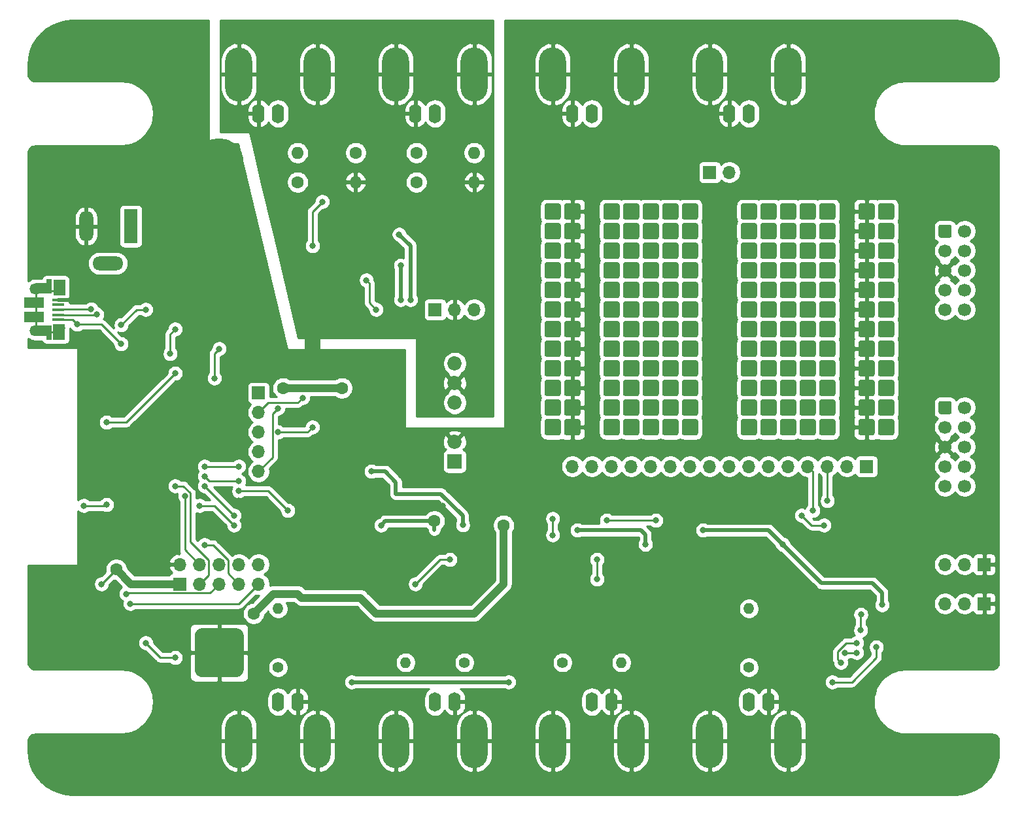
<source format=gbr>
G04 #@! TF.GenerationSoftware,KiCad,Pcbnew,(5.1.8-0-10_14)*
G04 #@! TF.CreationDate,2021-01-15T12:09:11-08:00*
G04 #@! TF.ProjectId,esp32_sync,65737033-325f-4737-996e-632e6b696361,rev?*
G04 #@! TF.SameCoordinates,Original*
G04 #@! TF.FileFunction,Copper,L2,Bot*
G04 #@! TF.FilePolarity,Positive*
%FSLAX46Y46*%
G04 Gerber Fmt 4.6, Leading zero omitted, Abs format (unit mm)*
G04 Created by KiCad (PCBNEW (5.1.8-0-10_14)) date 2021-01-15 12:09:11*
%MOMM*%
%LPD*%
G01*
G04 APERTURE LIST*
G04 #@! TA.AperFunction,ComponentPad*
%ADD10O,1.700000X1.700000*%
G04 #@! TD*
G04 #@! TA.AperFunction,ComponentPad*
%ADD11R,1.700000X1.700000*%
G04 #@! TD*
G04 #@! TA.AperFunction,ComponentPad*
%ADD12C,1.850000*%
G04 #@! TD*
G04 #@! TA.AperFunction,ComponentPad*
%ADD13R,1.850000X1.850000*%
G04 #@! TD*
G04 #@! TA.AperFunction,ComponentPad*
%ADD14O,1.600000X1.600000*%
G04 #@! TD*
G04 #@! TA.AperFunction,ComponentPad*
%ADD15C,1.600000*%
G04 #@! TD*
G04 #@! TA.AperFunction,ComponentPad*
%ADD16R,1.800000X4.400000*%
G04 #@! TD*
G04 #@! TA.AperFunction,ComponentPad*
%ADD17O,1.800000X4.000000*%
G04 #@! TD*
G04 #@! TA.AperFunction,ComponentPad*
%ADD18O,4.000000X1.800000*%
G04 #@! TD*
G04 #@! TA.AperFunction,ComponentPad*
%ADD19O,1.400000X1.400000*%
G04 #@! TD*
G04 #@! TA.AperFunction,ComponentPad*
%ADD20C,1.400000*%
G04 #@! TD*
G04 #@! TA.AperFunction,ComponentPad*
%ADD21C,1.700000*%
G04 #@! TD*
G04 #@! TA.AperFunction,ComponentPad*
%ADD22O,1.600000X2.500000*%
G04 #@! TD*
G04 #@! TA.AperFunction,ComponentPad*
%ADD23O,3.500000X7.000000*%
G04 #@! TD*
G04 #@! TA.AperFunction,SMDPad,CuDef*
%ADD24R,2.500000X1.430000*%
G04 #@! TD*
G04 #@! TA.AperFunction,ComponentPad*
%ADD25O,1.700000X1.350000*%
G04 #@! TD*
G04 #@! TA.AperFunction,ComponentPad*
%ADD26O,1.500000X1.100000*%
G04 #@! TD*
G04 #@! TA.AperFunction,SMDPad,CuDef*
%ADD27R,1.650000X0.400000*%
G04 #@! TD*
G04 #@! TA.AperFunction,SMDPad,CuDef*
%ADD28R,1.500000X2.000000*%
G04 #@! TD*
G04 #@! TA.AperFunction,SMDPad,CuDef*
%ADD29R,0.700000X1.825000*%
G04 #@! TD*
G04 #@! TA.AperFunction,SMDPad,CuDef*
%ADD30R,2.000000X1.350000*%
G04 #@! TD*
G04 #@! TA.AperFunction,ViaPad*
%ADD31C,6.350000*%
G04 #@! TD*
G04 #@! TA.AperFunction,ViaPad*
%ADD32C,0.800000*%
G04 #@! TD*
G04 #@! TA.AperFunction,ViaPad*
%ADD33C,1.600000*%
G04 #@! TD*
G04 #@! TA.AperFunction,Conductor*
%ADD34C,2.000000*%
G04 #@! TD*
G04 #@! TA.AperFunction,Conductor*
%ADD35C,0.500000*%
G04 #@! TD*
G04 #@! TA.AperFunction,Conductor*
%ADD36C,1.000000*%
G04 #@! TD*
G04 #@! TA.AperFunction,Conductor*
%ADD37C,0.250000*%
G04 #@! TD*
G04 #@! TA.AperFunction,Conductor*
%ADD38C,0.254000*%
G04 #@! TD*
G04 #@! TA.AperFunction,Conductor*
%ADD39C,0.100000*%
G04 #@! TD*
G04 APERTURE END LIST*
D10*
X93980000Y-122555000D03*
X93980000Y-120015000D03*
X93980000Y-117475000D03*
X93980000Y-114935000D03*
D11*
X93980000Y-112395000D03*
D10*
X93980000Y-134620000D03*
X93980000Y-137160000D03*
X91440000Y-134620000D03*
X91440000Y-137160000D03*
X88900000Y-134620000D03*
X88900000Y-137160000D03*
X86360000Y-134620000D03*
X86360000Y-137160000D03*
X83820000Y-134620000D03*
D11*
X83820000Y-137160000D03*
D10*
X121920000Y-101600000D03*
X119380000Y-101600000D03*
D11*
X116840000Y-101600000D03*
D12*
X119380000Y-108585000D03*
X119380000Y-111125000D03*
X119380000Y-113665000D03*
X119380000Y-118745000D03*
D13*
X119380000Y-121285000D03*
D14*
X121920000Y-85090000D03*
D15*
X114420000Y-85090000D03*
D14*
X121920000Y-81280000D03*
D15*
X114420000Y-81280000D03*
D16*
X77470000Y-90805000D03*
D17*
X71670000Y-90805000D03*
D18*
X74470000Y-95605000D03*
D19*
X157480000Y-140335000D03*
D20*
X157480000Y-147955000D03*
D21*
X185420000Y-124460000D03*
X185420000Y-121920000D03*
X185420000Y-119380000D03*
X185420000Y-116840000D03*
X185420000Y-114300000D03*
X182880000Y-124460000D03*
X182880000Y-121920000D03*
X182880000Y-119380000D03*
X182880000Y-116840000D03*
G04 #@! TA.AperFunction,ComponentPad*
G36*
G01*
X182030000Y-114900000D02*
X182030000Y-113700000D01*
G75*
G02*
X182280000Y-113450000I250000J0D01*
G01*
X183480000Y-113450000D01*
G75*
G02*
X183730000Y-113700000I0J-250000D01*
G01*
X183730000Y-114900000D01*
G75*
G02*
X183480000Y-115150000I-250000J0D01*
G01*
X182280000Y-115150000D01*
G75*
G02*
X182030000Y-114900000I0J250000D01*
G01*
G37*
G04 #@! TD.AperFunction*
X185420000Y-101600000D03*
X185420000Y-99060000D03*
X185420000Y-96520000D03*
X185420000Y-93980000D03*
X185420000Y-91440000D03*
X182880000Y-101600000D03*
X182880000Y-99060000D03*
X182880000Y-96520000D03*
X182880000Y-93980000D03*
G04 #@! TA.AperFunction,ComponentPad*
G36*
G01*
X182030000Y-92040000D02*
X182030000Y-90840000D01*
G75*
G02*
X182280000Y-90590000I250000J0D01*
G01*
X183480000Y-90590000D01*
G75*
G02*
X183730000Y-90840000I0J-250000D01*
G01*
X183730000Y-92040000D01*
G75*
G02*
X183480000Y-92290000I-250000J0D01*
G01*
X182280000Y-92290000D01*
G75*
G02*
X182030000Y-92040000I0J250000D01*
G01*
G37*
G04 #@! TD.AperFunction*
D10*
X134620000Y-121920000D03*
X137160000Y-121920000D03*
X139700000Y-121920000D03*
X142240000Y-121920000D03*
X144780000Y-121920000D03*
X147320000Y-121920000D03*
X149860000Y-121920000D03*
X152400000Y-121920000D03*
X154940000Y-121920000D03*
X157480000Y-121920000D03*
X160020000Y-121920000D03*
X162560000Y-121920000D03*
X165100000Y-121920000D03*
X167640000Y-121920000D03*
X170180000Y-121920000D03*
D11*
X172720000Y-121920000D03*
G04 #@! TA.AperFunction,ComponentPad*
G36*
G01*
X85725000Y-148234400D02*
X85725000Y-143865600D01*
G75*
G02*
X86715600Y-142875000I990600J0D01*
G01*
X91084400Y-142875000D01*
G75*
G02*
X92075000Y-143865600I0J-990600D01*
G01*
X92075000Y-148234400D01*
G75*
G02*
X91084400Y-149225000I-990600J0D01*
G01*
X86715600Y-149225000D01*
G75*
G02*
X85725000Y-148234400I0J990600D01*
G01*
G37*
G04 #@! TD.AperFunction*
D10*
X154940000Y-83820000D03*
D11*
X152400000Y-83820000D03*
D22*
X99060000Y-152400000D03*
X96520000Y-152400000D03*
D23*
X91440000Y-157480000D03*
X101600000Y-157480000D03*
G04 #@! TA.AperFunction,ComponentPad*
G36*
G01*
X132880001Y-89950000D02*
X131279999Y-89950000D01*
G75*
G02*
X131030000Y-89700001I0J249999D01*
G01*
X131030000Y-88099999D01*
G75*
G02*
X131279999Y-87850000I249999J0D01*
G01*
X132880001Y-87850000D01*
G75*
G02*
X133130000Y-88099999I0J-249999D01*
G01*
X133130000Y-89700001D01*
G75*
G02*
X132880001Y-89950000I-249999J0D01*
G01*
G37*
G04 #@! TD.AperFunction*
G04 #@! TA.AperFunction,ComponentPad*
G36*
G01*
X132880001Y-92490000D02*
X131279999Y-92490000D01*
G75*
G02*
X131030000Y-92240001I0J249999D01*
G01*
X131030000Y-90639999D01*
G75*
G02*
X131279999Y-90390000I249999J0D01*
G01*
X132880001Y-90390000D01*
G75*
G02*
X133130000Y-90639999I0J-249999D01*
G01*
X133130000Y-92240001D01*
G75*
G02*
X132880001Y-92490000I-249999J0D01*
G01*
G37*
G04 #@! TD.AperFunction*
G04 #@! TA.AperFunction,ComponentPad*
G36*
G01*
X132880001Y-95030000D02*
X131279999Y-95030000D01*
G75*
G02*
X131030000Y-94780001I0J249999D01*
G01*
X131030000Y-93179999D01*
G75*
G02*
X131279999Y-92930000I249999J0D01*
G01*
X132880001Y-92930000D01*
G75*
G02*
X133130000Y-93179999I0J-249999D01*
G01*
X133130000Y-94780001D01*
G75*
G02*
X132880001Y-95030000I-249999J0D01*
G01*
G37*
G04 #@! TD.AperFunction*
G04 #@! TA.AperFunction,ComponentPad*
G36*
G01*
X132880001Y-97570000D02*
X131279999Y-97570000D01*
G75*
G02*
X131030000Y-97320001I0J249999D01*
G01*
X131030000Y-95719999D01*
G75*
G02*
X131279999Y-95470000I249999J0D01*
G01*
X132880001Y-95470000D01*
G75*
G02*
X133130000Y-95719999I0J-249999D01*
G01*
X133130000Y-97320001D01*
G75*
G02*
X132880001Y-97570000I-249999J0D01*
G01*
G37*
G04 #@! TD.AperFunction*
G04 #@! TA.AperFunction,ComponentPad*
G36*
G01*
X132880001Y-100110000D02*
X131279999Y-100110000D01*
G75*
G02*
X131030000Y-99860001I0J249999D01*
G01*
X131030000Y-98259999D01*
G75*
G02*
X131279999Y-98010000I249999J0D01*
G01*
X132880001Y-98010000D01*
G75*
G02*
X133130000Y-98259999I0J-249999D01*
G01*
X133130000Y-99860001D01*
G75*
G02*
X132880001Y-100110000I-249999J0D01*
G01*
G37*
G04 #@! TD.AperFunction*
G04 #@! TA.AperFunction,ComponentPad*
G36*
G01*
X132880001Y-102650000D02*
X131279999Y-102650000D01*
G75*
G02*
X131030000Y-102400001I0J249999D01*
G01*
X131030000Y-100799999D01*
G75*
G02*
X131279999Y-100550000I249999J0D01*
G01*
X132880001Y-100550000D01*
G75*
G02*
X133130000Y-100799999I0J-249999D01*
G01*
X133130000Y-102400001D01*
G75*
G02*
X132880001Y-102650000I-249999J0D01*
G01*
G37*
G04 #@! TD.AperFunction*
G04 #@! TA.AperFunction,ComponentPad*
G36*
G01*
X132880001Y-105190000D02*
X131279999Y-105190000D01*
G75*
G02*
X131030000Y-104940001I0J249999D01*
G01*
X131030000Y-103339999D01*
G75*
G02*
X131279999Y-103090000I249999J0D01*
G01*
X132880001Y-103090000D01*
G75*
G02*
X133130000Y-103339999I0J-249999D01*
G01*
X133130000Y-104940001D01*
G75*
G02*
X132880001Y-105190000I-249999J0D01*
G01*
G37*
G04 #@! TD.AperFunction*
G04 #@! TA.AperFunction,ComponentPad*
G36*
G01*
X132880001Y-107730000D02*
X131279999Y-107730000D01*
G75*
G02*
X131030000Y-107480001I0J249999D01*
G01*
X131030000Y-105879999D01*
G75*
G02*
X131279999Y-105630000I249999J0D01*
G01*
X132880001Y-105630000D01*
G75*
G02*
X133130000Y-105879999I0J-249999D01*
G01*
X133130000Y-107480001D01*
G75*
G02*
X132880001Y-107730000I-249999J0D01*
G01*
G37*
G04 #@! TD.AperFunction*
G04 #@! TA.AperFunction,ComponentPad*
G36*
G01*
X132880001Y-110270000D02*
X131279999Y-110270000D01*
G75*
G02*
X131030000Y-110020001I0J249999D01*
G01*
X131030000Y-108419999D01*
G75*
G02*
X131279999Y-108170000I249999J0D01*
G01*
X132880001Y-108170000D01*
G75*
G02*
X133130000Y-108419999I0J-249999D01*
G01*
X133130000Y-110020001D01*
G75*
G02*
X132880001Y-110270000I-249999J0D01*
G01*
G37*
G04 #@! TD.AperFunction*
G04 #@! TA.AperFunction,ComponentPad*
G36*
G01*
X132880001Y-112810000D02*
X131279999Y-112810000D01*
G75*
G02*
X131030000Y-112560001I0J249999D01*
G01*
X131030000Y-110959999D01*
G75*
G02*
X131279999Y-110710000I249999J0D01*
G01*
X132880001Y-110710000D01*
G75*
G02*
X133130000Y-110959999I0J-249999D01*
G01*
X133130000Y-112560001D01*
G75*
G02*
X132880001Y-112810000I-249999J0D01*
G01*
G37*
G04 #@! TD.AperFunction*
G04 #@! TA.AperFunction,ComponentPad*
G36*
G01*
X132880001Y-115350000D02*
X131279999Y-115350000D01*
G75*
G02*
X131030000Y-115100001I0J249999D01*
G01*
X131030000Y-113499999D01*
G75*
G02*
X131279999Y-113250000I249999J0D01*
G01*
X132880001Y-113250000D01*
G75*
G02*
X133130000Y-113499999I0J-249999D01*
G01*
X133130000Y-115100001D01*
G75*
G02*
X132880001Y-115350000I-249999J0D01*
G01*
G37*
G04 #@! TD.AperFunction*
G04 #@! TA.AperFunction,ComponentPad*
G36*
G01*
X135420001Y-89950000D02*
X133819999Y-89950000D01*
G75*
G02*
X133570000Y-89700001I0J249999D01*
G01*
X133570000Y-88099999D01*
G75*
G02*
X133819999Y-87850000I249999J0D01*
G01*
X135420001Y-87850000D01*
G75*
G02*
X135670000Y-88099999I0J-249999D01*
G01*
X135670000Y-89700001D01*
G75*
G02*
X135420001Y-89950000I-249999J0D01*
G01*
G37*
G04 #@! TD.AperFunction*
G04 #@! TA.AperFunction,ComponentPad*
G36*
G01*
X135420001Y-92490000D02*
X133819999Y-92490000D01*
G75*
G02*
X133570000Y-92240001I0J249999D01*
G01*
X133570000Y-90639999D01*
G75*
G02*
X133819999Y-90390000I249999J0D01*
G01*
X135420001Y-90390000D01*
G75*
G02*
X135670000Y-90639999I0J-249999D01*
G01*
X135670000Y-92240001D01*
G75*
G02*
X135420001Y-92490000I-249999J0D01*
G01*
G37*
G04 #@! TD.AperFunction*
G04 #@! TA.AperFunction,ComponentPad*
G36*
G01*
X135420001Y-95030000D02*
X133819999Y-95030000D01*
G75*
G02*
X133570000Y-94780001I0J249999D01*
G01*
X133570000Y-93179999D01*
G75*
G02*
X133819999Y-92930000I249999J0D01*
G01*
X135420001Y-92930000D01*
G75*
G02*
X135670000Y-93179999I0J-249999D01*
G01*
X135670000Y-94780001D01*
G75*
G02*
X135420001Y-95030000I-249999J0D01*
G01*
G37*
G04 #@! TD.AperFunction*
G04 #@! TA.AperFunction,ComponentPad*
G36*
G01*
X135420001Y-97570000D02*
X133819999Y-97570000D01*
G75*
G02*
X133570000Y-97320001I0J249999D01*
G01*
X133570000Y-95719999D01*
G75*
G02*
X133819999Y-95470000I249999J0D01*
G01*
X135420001Y-95470000D01*
G75*
G02*
X135670000Y-95719999I0J-249999D01*
G01*
X135670000Y-97320001D01*
G75*
G02*
X135420001Y-97570000I-249999J0D01*
G01*
G37*
G04 #@! TD.AperFunction*
G04 #@! TA.AperFunction,ComponentPad*
G36*
G01*
X135420001Y-100110000D02*
X133819999Y-100110000D01*
G75*
G02*
X133570000Y-99860001I0J249999D01*
G01*
X133570000Y-98259999D01*
G75*
G02*
X133819999Y-98010000I249999J0D01*
G01*
X135420001Y-98010000D01*
G75*
G02*
X135670000Y-98259999I0J-249999D01*
G01*
X135670000Y-99860001D01*
G75*
G02*
X135420001Y-100110000I-249999J0D01*
G01*
G37*
G04 #@! TD.AperFunction*
G04 #@! TA.AperFunction,ComponentPad*
G36*
G01*
X135420001Y-102650000D02*
X133819999Y-102650000D01*
G75*
G02*
X133570000Y-102400001I0J249999D01*
G01*
X133570000Y-100799999D01*
G75*
G02*
X133819999Y-100550000I249999J0D01*
G01*
X135420001Y-100550000D01*
G75*
G02*
X135670000Y-100799999I0J-249999D01*
G01*
X135670000Y-102400001D01*
G75*
G02*
X135420001Y-102650000I-249999J0D01*
G01*
G37*
G04 #@! TD.AperFunction*
G04 #@! TA.AperFunction,ComponentPad*
G36*
G01*
X135420001Y-105190000D02*
X133819999Y-105190000D01*
G75*
G02*
X133570000Y-104940001I0J249999D01*
G01*
X133570000Y-103339999D01*
G75*
G02*
X133819999Y-103090000I249999J0D01*
G01*
X135420001Y-103090000D01*
G75*
G02*
X135670000Y-103339999I0J-249999D01*
G01*
X135670000Y-104940001D01*
G75*
G02*
X135420001Y-105190000I-249999J0D01*
G01*
G37*
G04 #@! TD.AperFunction*
G04 #@! TA.AperFunction,ComponentPad*
G36*
G01*
X135420001Y-107730000D02*
X133819999Y-107730000D01*
G75*
G02*
X133570000Y-107480001I0J249999D01*
G01*
X133570000Y-105879999D01*
G75*
G02*
X133819999Y-105630000I249999J0D01*
G01*
X135420001Y-105630000D01*
G75*
G02*
X135670000Y-105879999I0J-249999D01*
G01*
X135670000Y-107480001D01*
G75*
G02*
X135420001Y-107730000I-249999J0D01*
G01*
G37*
G04 #@! TD.AperFunction*
G04 #@! TA.AperFunction,ComponentPad*
G36*
G01*
X135420001Y-110270000D02*
X133819999Y-110270000D01*
G75*
G02*
X133570000Y-110020001I0J249999D01*
G01*
X133570000Y-108419999D01*
G75*
G02*
X133819999Y-108170000I249999J0D01*
G01*
X135420001Y-108170000D01*
G75*
G02*
X135670000Y-108419999I0J-249999D01*
G01*
X135670000Y-110020001D01*
G75*
G02*
X135420001Y-110270000I-249999J0D01*
G01*
G37*
G04 #@! TD.AperFunction*
G04 #@! TA.AperFunction,ComponentPad*
G36*
G01*
X135420001Y-112810000D02*
X133819999Y-112810000D01*
G75*
G02*
X133570000Y-112560001I0J249999D01*
G01*
X133570000Y-110959999D01*
G75*
G02*
X133819999Y-110710000I249999J0D01*
G01*
X135420001Y-110710000D01*
G75*
G02*
X135670000Y-110959999I0J-249999D01*
G01*
X135670000Y-112560001D01*
G75*
G02*
X135420001Y-112810000I-249999J0D01*
G01*
G37*
G04 #@! TD.AperFunction*
G04 #@! TA.AperFunction,ComponentPad*
G36*
G01*
X135420001Y-115350000D02*
X133819999Y-115350000D01*
G75*
G02*
X133570000Y-115100001I0J249999D01*
G01*
X133570000Y-113499999D01*
G75*
G02*
X133819999Y-113250000I249999J0D01*
G01*
X135420001Y-113250000D01*
G75*
G02*
X135670000Y-113499999I0J-249999D01*
G01*
X135670000Y-115100001D01*
G75*
G02*
X135420001Y-115350000I-249999J0D01*
G01*
G37*
G04 #@! TD.AperFunction*
G04 #@! TA.AperFunction,ComponentPad*
G36*
G01*
X135420001Y-117890000D02*
X133819999Y-117890000D01*
G75*
G02*
X133570000Y-117640001I0J249999D01*
G01*
X133570000Y-116039999D01*
G75*
G02*
X133819999Y-115790000I249999J0D01*
G01*
X135420001Y-115790000D01*
G75*
G02*
X135670000Y-116039999I0J-249999D01*
G01*
X135670000Y-117640001D01*
G75*
G02*
X135420001Y-117890000I-249999J0D01*
G01*
G37*
G04 #@! TD.AperFunction*
G04 #@! TA.AperFunction,ComponentPad*
G36*
G01*
X132880001Y-117890000D02*
X131279999Y-117890000D01*
G75*
G02*
X131030000Y-117640001I0J249999D01*
G01*
X131030000Y-116039999D01*
G75*
G02*
X131279999Y-115790000I249999J0D01*
G01*
X132880001Y-115790000D01*
G75*
G02*
X133130000Y-116039999I0J-249999D01*
G01*
X133130000Y-117640001D01*
G75*
G02*
X132880001Y-117890000I-249999J0D01*
G01*
G37*
G04 #@! TD.AperFunction*
G04 #@! TA.AperFunction,ComponentPad*
G36*
G01*
X176060001Y-89950000D02*
X174459999Y-89950000D01*
G75*
G02*
X174210000Y-89700001I0J249999D01*
G01*
X174210000Y-88099999D01*
G75*
G02*
X174459999Y-87850000I249999J0D01*
G01*
X176060001Y-87850000D01*
G75*
G02*
X176310000Y-88099999I0J-249999D01*
G01*
X176310000Y-89700001D01*
G75*
G02*
X176060001Y-89950000I-249999J0D01*
G01*
G37*
G04 #@! TD.AperFunction*
G04 #@! TA.AperFunction,ComponentPad*
G36*
G01*
X176060001Y-92490000D02*
X174459999Y-92490000D01*
G75*
G02*
X174210000Y-92240001I0J249999D01*
G01*
X174210000Y-90639999D01*
G75*
G02*
X174459999Y-90390000I249999J0D01*
G01*
X176060001Y-90390000D01*
G75*
G02*
X176310000Y-90639999I0J-249999D01*
G01*
X176310000Y-92240001D01*
G75*
G02*
X176060001Y-92490000I-249999J0D01*
G01*
G37*
G04 #@! TD.AperFunction*
G04 #@! TA.AperFunction,ComponentPad*
G36*
G01*
X176060001Y-95030000D02*
X174459999Y-95030000D01*
G75*
G02*
X174210000Y-94780001I0J249999D01*
G01*
X174210000Y-93179999D01*
G75*
G02*
X174459999Y-92930000I249999J0D01*
G01*
X176060001Y-92930000D01*
G75*
G02*
X176310000Y-93179999I0J-249999D01*
G01*
X176310000Y-94780001D01*
G75*
G02*
X176060001Y-95030000I-249999J0D01*
G01*
G37*
G04 #@! TD.AperFunction*
G04 #@! TA.AperFunction,ComponentPad*
G36*
G01*
X176060001Y-97570000D02*
X174459999Y-97570000D01*
G75*
G02*
X174210000Y-97320001I0J249999D01*
G01*
X174210000Y-95719999D01*
G75*
G02*
X174459999Y-95470000I249999J0D01*
G01*
X176060001Y-95470000D01*
G75*
G02*
X176310000Y-95719999I0J-249999D01*
G01*
X176310000Y-97320001D01*
G75*
G02*
X176060001Y-97570000I-249999J0D01*
G01*
G37*
G04 #@! TD.AperFunction*
G04 #@! TA.AperFunction,ComponentPad*
G36*
G01*
X176060001Y-100110000D02*
X174459999Y-100110000D01*
G75*
G02*
X174210000Y-99860001I0J249999D01*
G01*
X174210000Y-98259999D01*
G75*
G02*
X174459999Y-98010000I249999J0D01*
G01*
X176060001Y-98010000D01*
G75*
G02*
X176310000Y-98259999I0J-249999D01*
G01*
X176310000Y-99860001D01*
G75*
G02*
X176060001Y-100110000I-249999J0D01*
G01*
G37*
G04 #@! TD.AperFunction*
G04 #@! TA.AperFunction,ComponentPad*
G36*
G01*
X176060001Y-102650000D02*
X174459999Y-102650000D01*
G75*
G02*
X174210000Y-102400001I0J249999D01*
G01*
X174210000Y-100799999D01*
G75*
G02*
X174459999Y-100550000I249999J0D01*
G01*
X176060001Y-100550000D01*
G75*
G02*
X176310000Y-100799999I0J-249999D01*
G01*
X176310000Y-102400001D01*
G75*
G02*
X176060001Y-102650000I-249999J0D01*
G01*
G37*
G04 #@! TD.AperFunction*
G04 #@! TA.AperFunction,ComponentPad*
G36*
G01*
X176060001Y-105190000D02*
X174459999Y-105190000D01*
G75*
G02*
X174210000Y-104940001I0J249999D01*
G01*
X174210000Y-103339999D01*
G75*
G02*
X174459999Y-103090000I249999J0D01*
G01*
X176060001Y-103090000D01*
G75*
G02*
X176310000Y-103339999I0J-249999D01*
G01*
X176310000Y-104940001D01*
G75*
G02*
X176060001Y-105190000I-249999J0D01*
G01*
G37*
G04 #@! TD.AperFunction*
G04 #@! TA.AperFunction,ComponentPad*
G36*
G01*
X176060001Y-107730000D02*
X174459999Y-107730000D01*
G75*
G02*
X174210000Y-107480001I0J249999D01*
G01*
X174210000Y-105879999D01*
G75*
G02*
X174459999Y-105630000I249999J0D01*
G01*
X176060001Y-105630000D01*
G75*
G02*
X176310000Y-105879999I0J-249999D01*
G01*
X176310000Y-107480001D01*
G75*
G02*
X176060001Y-107730000I-249999J0D01*
G01*
G37*
G04 #@! TD.AperFunction*
G04 #@! TA.AperFunction,ComponentPad*
G36*
G01*
X176060001Y-110270000D02*
X174459999Y-110270000D01*
G75*
G02*
X174210000Y-110020001I0J249999D01*
G01*
X174210000Y-108419999D01*
G75*
G02*
X174459999Y-108170000I249999J0D01*
G01*
X176060001Y-108170000D01*
G75*
G02*
X176310000Y-108419999I0J-249999D01*
G01*
X176310000Y-110020001D01*
G75*
G02*
X176060001Y-110270000I-249999J0D01*
G01*
G37*
G04 #@! TD.AperFunction*
G04 #@! TA.AperFunction,ComponentPad*
G36*
G01*
X176060001Y-112810000D02*
X174459999Y-112810000D01*
G75*
G02*
X174210000Y-112560001I0J249999D01*
G01*
X174210000Y-110959999D01*
G75*
G02*
X174459999Y-110710000I249999J0D01*
G01*
X176060001Y-110710000D01*
G75*
G02*
X176310000Y-110959999I0J-249999D01*
G01*
X176310000Y-112560001D01*
G75*
G02*
X176060001Y-112810000I-249999J0D01*
G01*
G37*
G04 #@! TD.AperFunction*
G04 #@! TA.AperFunction,ComponentPad*
G36*
G01*
X176060001Y-115350000D02*
X174459999Y-115350000D01*
G75*
G02*
X174210000Y-115100001I0J249999D01*
G01*
X174210000Y-113499999D01*
G75*
G02*
X174459999Y-113250000I249999J0D01*
G01*
X176060001Y-113250000D01*
G75*
G02*
X176310000Y-113499999I0J-249999D01*
G01*
X176310000Y-115100001D01*
G75*
G02*
X176060001Y-115350000I-249999J0D01*
G01*
G37*
G04 #@! TD.AperFunction*
G04 #@! TA.AperFunction,ComponentPad*
G36*
G01*
X173520001Y-89950000D02*
X171919999Y-89950000D01*
G75*
G02*
X171670000Y-89700001I0J249999D01*
G01*
X171670000Y-88099999D01*
G75*
G02*
X171919999Y-87850000I249999J0D01*
G01*
X173520001Y-87850000D01*
G75*
G02*
X173770000Y-88099999I0J-249999D01*
G01*
X173770000Y-89700001D01*
G75*
G02*
X173520001Y-89950000I-249999J0D01*
G01*
G37*
G04 #@! TD.AperFunction*
G04 #@! TA.AperFunction,ComponentPad*
G36*
G01*
X173520001Y-92490000D02*
X171919999Y-92490000D01*
G75*
G02*
X171670000Y-92240001I0J249999D01*
G01*
X171670000Y-90639999D01*
G75*
G02*
X171919999Y-90390000I249999J0D01*
G01*
X173520001Y-90390000D01*
G75*
G02*
X173770000Y-90639999I0J-249999D01*
G01*
X173770000Y-92240001D01*
G75*
G02*
X173520001Y-92490000I-249999J0D01*
G01*
G37*
G04 #@! TD.AperFunction*
G04 #@! TA.AperFunction,ComponentPad*
G36*
G01*
X173520001Y-95030000D02*
X171919999Y-95030000D01*
G75*
G02*
X171670000Y-94780001I0J249999D01*
G01*
X171670000Y-93179999D01*
G75*
G02*
X171919999Y-92930000I249999J0D01*
G01*
X173520001Y-92930000D01*
G75*
G02*
X173770000Y-93179999I0J-249999D01*
G01*
X173770000Y-94780001D01*
G75*
G02*
X173520001Y-95030000I-249999J0D01*
G01*
G37*
G04 #@! TD.AperFunction*
G04 #@! TA.AperFunction,ComponentPad*
G36*
G01*
X173520001Y-97570000D02*
X171919999Y-97570000D01*
G75*
G02*
X171670000Y-97320001I0J249999D01*
G01*
X171670000Y-95719999D01*
G75*
G02*
X171919999Y-95470000I249999J0D01*
G01*
X173520001Y-95470000D01*
G75*
G02*
X173770000Y-95719999I0J-249999D01*
G01*
X173770000Y-97320001D01*
G75*
G02*
X173520001Y-97570000I-249999J0D01*
G01*
G37*
G04 #@! TD.AperFunction*
G04 #@! TA.AperFunction,ComponentPad*
G36*
G01*
X173520001Y-100110000D02*
X171919999Y-100110000D01*
G75*
G02*
X171670000Y-99860001I0J249999D01*
G01*
X171670000Y-98259999D01*
G75*
G02*
X171919999Y-98010000I249999J0D01*
G01*
X173520001Y-98010000D01*
G75*
G02*
X173770000Y-98259999I0J-249999D01*
G01*
X173770000Y-99860001D01*
G75*
G02*
X173520001Y-100110000I-249999J0D01*
G01*
G37*
G04 #@! TD.AperFunction*
G04 #@! TA.AperFunction,ComponentPad*
G36*
G01*
X173520001Y-102650000D02*
X171919999Y-102650000D01*
G75*
G02*
X171670000Y-102400001I0J249999D01*
G01*
X171670000Y-100799999D01*
G75*
G02*
X171919999Y-100550000I249999J0D01*
G01*
X173520001Y-100550000D01*
G75*
G02*
X173770000Y-100799999I0J-249999D01*
G01*
X173770000Y-102400001D01*
G75*
G02*
X173520001Y-102650000I-249999J0D01*
G01*
G37*
G04 #@! TD.AperFunction*
G04 #@! TA.AperFunction,ComponentPad*
G36*
G01*
X173520001Y-105190000D02*
X171919999Y-105190000D01*
G75*
G02*
X171670000Y-104940001I0J249999D01*
G01*
X171670000Y-103339999D01*
G75*
G02*
X171919999Y-103090000I249999J0D01*
G01*
X173520001Y-103090000D01*
G75*
G02*
X173770000Y-103339999I0J-249999D01*
G01*
X173770000Y-104940001D01*
G75*
G02*
X173520001Y-105190000I-249999J0D01*
G01*
G37*
G04 #@! TD.AperFunction*
G04 #@! TA.AperFunction,ComponentPad*
G36*
G01*
X173520001Y-107730000D02*
X171919999Y-107730000D01*
G75*
G02*
X171670000Y-107480001I0J249999D01*
G01*
X171670000Y-105879999D01*
G75*
G02*
X171919999Y-105630000I249999J0D01*
G01*
X173520001Y-105630000D01*
G75*
G02*
X173770000Y-105879999I0J-249999D01*
G01*
X173770000Y-107480001D01*
G75*
G02*
X173520001Y-107730000I-249999J0D01*
G01*
G37*
G04 #@! TD.AperFunction*
G04 #@! TA.AperFunction,ComponentPad*
G36*
G01*
X173520001Y-110270000D02*
X171919999Y-110270000D01*
G75*
G02*
X171670000Y-110020001I0J249999D01*
G01*
X171670000Y-108419999D01*
G75*
G02*
X171919999Y-108170000I249999J0D01*
G01*
X173520001Y-108170000D01*
G75*
G02*
X173770000Y-108419999I0J-249999D01*
G01*
X173770000Y-110020001D01*
G75*
G02*
X173520001Y-110270000I-249999J0D01*
G01*
G37*
G04 #@! TD.AperFunction*
G04 #@! TA.AperFunction,ComponentPad*
G36*
G01*
X173520001Y-112810000D02*
X171919999Y-112810000D01*
G75*
G02*
X171670000Y-112560001I0J249999D01*
G01*
X171670000Y-110959999D01*
G75*
G02*
X171919999Y-110710000I249999J0D01*
G01*
X173520001Y-110710000D01*
G75*
G02*
X173770000Y-110959999I0J-249999D01*
G01*
X173770000Y-112560001D01*
G75*
G02*
X173520001Y-112810000I-249999J0D01*
G01*
G37*
G04 #@! TD.AperFunction*
G04 #@! TA.AperFunction,ComponentPad*
G36*
G01*
X173520001Y-115350000D02*
X171919999Y-115350000D01*
G75*
G02*
X171670000Y-115100001I0J249999D01*
G01*
X171670000Y-113499999D01*
G75*
G02*
X171919999Y-113250000I249999J0D01*
G01*
X173520001Y-113250000D01*
G75*
G02*
X173770000Y-113499999I0J-249999D01*
G01*
X173770000Y-115100001D01*
G75*
G02*
X173520001Y-115350000I-249999J0D01*
G01*
G37*
G04 #@! TD.AperFunction*
G04 #@! TA.AperFunction,ComponentPad*
G36*
G01*
X176060001Y-117890000D02*
X174459999Y-117890000D01*
G75*
G02*
X174210000Y-117640001I0J249999D01*
G01*
X174210000Y-116039999D01*
G75*
G02*
X174459999Y-115790000I249999J0D01*
G01*
X176060001Y-115790000D01*
G75*
G02*
X176310000Y-116039999I0J-249999D01*
G01*
X176310000Y-117640001D01*
G75*
G02*
X176060001Y-117890000I-249999J0D01*
G01*
G37*
G04 #@! TD.AperFunction*
G04 #@! TA.AperFunction,ComponentPad*
G36*
G01*
X173520001Y-117890000D02*
X171919999Y-117890000D01*
G75*
G02*
X171670000Y-117640001I0J249999D01*
G01*
X171670000Y-116039999D01*
G75*
G02*
X171919999Y-115790000I249999J0D01*
G01*
X173520001Y-115790000D01*
G75*
G02*
X173770000Y-116039999I0J-249999D01*
G01*
X173770000Y-117640001D01*
G75*
G02*
X173520001Y-117890000I-249999J0D01*
G01*
G37*
G04 #@! TD.AperFunction*
G04 #@! TA.AperFunction,ComponentPad*
G36*
G01*
X168440001Y-89950000D02*
X166839999Y-89950000D01*
G75*
G02*
X166590000Y-89700001I0J249999D01*
G01*
X166590000Y-88099999D01*
G75*
G02*
X166839999Y-87850000I249999J0D01*
G01*
X168440001Y-87850000D01*
G75*
G02*
X168690000Y-88099999I0J-249999D01*
G01*
X168690000Y-89700001D01*
G75*
G02*
X168440001Y-89950000I-249999J0D01*
G01*
G37*
G04 #@! TD.AperFunction*
G04 #@! TA.AperFunction,ComponentPad*
G36*
G01*
X168440001Y-92490000D02*
X166839999Y-92490000D01*
G75*
G02*
X166590000Y-92240001I0J249999D01*
G01*
X166590000Y-90639999D01*
G75*
G02*
X166839999Y-90390000I249999J0D01*
G01*
X168440001Y-90390000D01*
G75*
G02*
X168690000Y-90639999I0J-249999D01*
G01*
X168690000Y-92240001D01*
G75*
G02*
X168440001Y-92490000I-249999J0D01*
G01*
G37*
G04 #@! TD.AperFunction*
G04 #@! TA.AperFunction,ComponentPad*
G36*
G01*
X168440001Y-95030000D02*
X166839999Y-95030000D01*
G75*
G02*
X166590000Y-94780001I0J249999D01*
G01*
X166590000Y-93179999D01*
G75*
G02*
X166839999Y-92930000I249999J0D01*
G01*
X168440001Y-92930000D01*
G75*
G02*
X168690000Y-93179999I0J-249999D01*
G01*
X168690000Y-94780001D01*
G75*
G02*
X168440001Y-95030000I-249999J0D01*
G01*
G37*
G04 #@! TD.AperFunction*
G04 #@! TA.AperFunction,ComponentPad*
G36*
G01*
X168440001Y-97570000D02*
X166839999Y-97570000D01*
G75*
G02*
X166590000Y-97320001I0J249999D01*
G01*
X166590000Y-95719999D01*
G75*
G02*
X166839999Y-95470000I249999J0D01*
G01*
X168440001Y-95470000D01*
G75*
G02*
X168690000Y-95719999I0J-249999D01*
G01*
X168690000Y-97320001D01*
G75*
G02*
X168440001Y-97570000I-249999J0D01*
G01*
G37*
G04 #@! TD.AperFunction*
G04 #@! TA.AperFunction,ComponentPad*
G36*
G01*
X168440001Y-100110000D02*
X166839999Y-100110000D01*
G75*
G02*
X166590000Y-99860001I0J249999D01*
G01*
X166590000Y-98259999D01*
G75*
G02*
X166839999Y-98010000I249999J0D01*
G01*
X168440001Y-98010000D01*
G75*
G02*
X168690000Y-98259999I0J-249999D01*
G01*
X168690000Y-99860001D01*
G75*
G02*
X168440001Y-100110000I-249999J0D01*
G01*
G37*
G04 #@! TD.AperFunction*
G04 #@! TA.AperFunction,ComponentPad*
G36*
G01*
X168440001Y-102650000D02*
X166839999Y-102650000D01*
G75*
G02*
X166590000Y-102400001I0J249999D01*
G01*
X166590000Y-100799999D01*
G75*
G02*
X166839999Y-100550000I249999J0D01*
G01*
X168440001Y-100550000D01*
G75*
G02*
X168690000Y-100799999I0J-249999D01*
G01*
X168690000Y-102400001D01*
G75*
G02*
X168440001Y-102650000I-249999J0D01*
G01*
G37*
G04 #@! TD.AperFunction*
G04 #@! TA.AperFunction,ComponentPad*
G36*
G01*
X168440001Y-105190000D02*
X166839999Y-105190000D01*
G75*
G02*
X166590000Y-104940001I0J249999D01*
G01*
X166590000Y-103339999D01*
G75*
G02*
X166839999Y-103090000I249999J0D01*
G01*
X168440001Y-103090000D01*
G75*
G02*
X168690000Y-103339999I0J-249999D01*
G01*
X168690000Y-104940001D01*
G75*
G02*
X168440001Y-105190000I-249999J0D01*
G01*
G37*
G04 #@! TD.AperFunction*
G04 #@! TA.AperFunction,ComponentPad*
G36*
G01*
X168440001Y-107730000D02*
X166839999Y-107730000D01*
G75*
G02*
X166590000Y-107480001I0J249999D01*
G01*
X166590000Y-105879999D01*
G75*
G02*
X166839999Y-105630000I249999J0D01*
G01*
X168440001Y-105630000D01*
G75*
G02*
X168690000Y-105879999I0J-249999D01*
G01*
X168690000Y-107480001D01*
G75*
G02*
X168440001Y-107730000I-249999J0D01*
G01*
G37*
G04 #@! TD.AperFunction*
G04 #@! TA.AperFunction,ComponentPad*
G36*
G01*
X168440001Y-110270000D02*
X166839999Y-110270000D01*
G75*
G02*
X166590000Y-110020001I0J249999D01*
G01*
X166590000Y-108419999D01*
G75*
G02*
X166839999Y-108170000I249999J0D01*
G01*
X168440001Y-108170000D01*
G75*
G02*
X168690000Y-108419999I0J-249999D01*
G01*
X168690000Y-110020001D01*
G75*
G02*
X168440001Y-110270000I-249999J0D01*
G01*
G37*
G04 #@! TD.AperFunction*
G04 #@! TA.AperFunction,ComponentPad*
G36*
G01*
X168440001Y-112810000D02*
X166839999Y-112810000D01*
G75*
G02*
X166590000Y-112560001I0J249999D01*
G01*
X166590000Y-110959999D01*
G75*
G02*
X166839999Y-110710000I249999J0D01*
G01*
X168440001Y-110710000D01*
G75*
G02*
X168690000Y-110959999I0J-249999D01*
G01*
X168690000Y-112560001D01*
G75*
G02*
X168440001Y-112810000I-249999J0D01*
G01*
G37*
G04 #@! TD.AperFunction*
G04 #@! TA.AperFunction,ComponentPad*
G36*
G01*
X168440001Y-115350000D02*
X166839999Y-115350000D01*
G75*
G02*
X166590000Y-115100001I0J249999D01*
G01*
X166590000Y-113499999D01*
G75*
G02*
X166839999Y-113250000I249999J0D01*
G01*
X168440001Y-113250000D01*
G75*
G02*
X168690000Y-113499999I0J-249999D01*
G01*
X168690000Y-115100001D01*
G75*
G02*
X168440001Y-115350000I-249999J0D01*
G01*
G37*
G04 #@! TD.AperFunction*
G04 #@! TA.AperFunction,ComponentPad*
G36*
G01*
X168440001Y-117890000D02*
X166839999Y-117890000D01*
G75*
G02*
X166590000Y-117640001I0J249999D01*
G01*
X166590000Y-116039999D01*
G75*
G02*
X166839999Y-115790000I249999J0D01*
G01*
X168440001Y-115790000D01*
G75*
G02*
X168690000Y-116039999I0J-249999D01*
G01*
X168690000Y-117640001D01*
G75*
G02*
X168440001Y-117890000I-249999J0D01*
G01*
G37*
G04 #@! TD.AperFunction*
G04 #@! TA.AperFunction,ComponentPad*
G36*
G01*
X165900001Y-89950000D02*
X164299999Y-89950000D01*
G75*
G02*
X164050000Y-89700001I0J249999D01*
G01*
X164050000Y-88099999D01*
G75*
G02*
X164299999Y-87850000I249999J0D01*
G01*
X165900001Y-87850000D01*
G75*
G02*
X166150000Y-88099999I0J-249999D01*
G01*
X166150000Y-89700001D01*
G75*
G02*
X165900001Y-89950000I-249999J0D01*
G01*
G37*
G04 #@! TD.AperFunction*
G04 #@! TA.AperFunction,ComponentPad*
G36*
G01*
X165900001Y-92490000D02*
X164299999Y-92490000D01*
G75*
G02*
X164050000Y-92240001I0J249999D01*
G01*
X164050000Y-90639999D01*
G75*
G02*
X164299999Y-90390000I249999J0D01*
G01*
X165900001Y-90390000D01*
G75*
G02*
X166150000Y-90639999I0J-249999D01*
G01*
X166150000Y-92240001D01*
G75*
G02*
X165900001Y-92490000I-249999J0D01*
G01*
G37*
G04 #@! TD.AperFunction*
G04 #@! TA.AperFunction,ComponentPad*
G36*
G01*
X165900001Y-95030000D02*
X164299999Y-95030000D01*
G75*
G02*
X164050000Y-94780001I0J249999D01*
G01*
X164050000Y-93179999D01*
G75*
G02*
X164299999Y-92930000I249999J0D01*
G01*
X165900001Y-92930000D01*
G75*
G02*
X166150000Y-93179999I0J-249999D01*
G01*
X166150000Y-94780001D01*
G75*
G02*
X165900001Y-95030000I-249999J0D01*
G01*
G37*
G04 #@! TD.AperFunction*
G04 #@! TA.AperFunction,ComponentPad*
G36*
G01*
X165900001Y-97570000D02*
X164299999Y-97570000D01*
G75*
G02*
X164050000Y-97320001I0J249999D01*
G01*
X164050000Y-95719999D01*
G75*
G02*
X164299999Y-95470000I249999J0D01*
G01*
X165900001Y-95470000D01*
G75*
G02*
X166150000Y-95719999I0J-249999D01*
G01*
X166150000Y-97320001D01*
G75*
G02*
X165900001Y-97570000I-249999J0D01*
G01*
G37*
G04 #@! TD.AperFunction*
G04 #@! TA.AperFunction,ComponentPad*
G36*
G01*
X165900001Y-100110000D02*
X164299999Y-100110000D01*
G75*
G02*
X164050000Y-99860001I0J249999D01*
G01*
X164050000Y-98259999D01*
G75*
G02*
X164299999Y-98010000I249999J0D01*
G01*
X165900001Y-98010000D01*
G75*
G02*
X166150000Y-98259999I0J-249999D01*
G01*
X166150000Y-99860001D01*
G75*
G02*
X165900001Y-100110000I-249999J0D01*
G01*
G37*
G04 #@! TD.AperFunction*
G04 #@! TA.AperFunction,ComponentPad*
G36*
G01*
X165900001Y-102650000D02*
X164299999Y-102650000D01*
G75*
G02*
X164050000Y-102400001I0J249999D01*
G01*
X164050000Y-100799999D01*
G75*
G02*
X164299999Y-100550000I249999J0D01*
G01*
X165900001Y-100550000D01*
G75*
G02*
X166150000Y-100799999I0J-249999D01*
G01*
X166150000Y-102400001D01*
G75*
G02*
X165900001Y-102650000I-249999J0D01*
G01*
G37*
G04 #@! TD.AperFunction*
G04 #@! TA.AperFunction,ComponentPad*
G36*
G01*
X165900001Y-105190000D02*
X164299999Y-105190000D01*
G75*
G02*
X164050000Y-104940001I0J249999D01*
G01*
X164050000Y-103339999D01*
G75*
G02*
X164299999Y-103090000I249999J0D01*
G01*
X165900001Y-103090000D01*
G75*
G02*
X166150000Y-103339999I0J-249999D01*
G01*
X166150000Y-104940001D01*
G75*
G02*
X165900001Y-105190000I-249999J0D01*
G01*
G37*
G04 #@! TD.AperFunction*
G04 #@! TA.AperFunction,ComponentPad*
G36*
G01*
X165900001Y-107730000D02*
X164299999Y-107730000D01*
G75*
G02*
X164050000Y-107480001I0J249999D01*
G01*
X164050000Y-105879999D01*
G75*
G02*
X164299999Y-105630000I249999J0D01*
G01*
X165900001Y-105630000D01*
G75*
G02*
X166150000Y-105879999I0J-249999D01*
G01*
X166150000Y-107480001D01*
G75*
G02*
X165900001Y-107730000I-249999J0D01*
G01*
G37*
G04 #@! TD.AperFunction*
G04 #@! TA.AperFunction,ComponentPad*
G36*
G01*
X165900001Y-110270000D02*
X164299999Y-110270000D01*
G75*
G02*
X164050000Y-110020001I0J249999D01*
G01*
X164050000Y-108419999D01*
G75*
G02*
X164299999Y-108170000I249999J0D01*
G01*
X165900001Y-108170000D01*
G75*
G02*
X166150000Y-108419999I0J-249999D01*
G01*
X166150000Y-110020001D01*
G75*
G02*
X165900001Y-110270000I-249999J0D01*
G01*
G37*
G04 #@! TD.AperFunction*
G04 #@! TA.AperFunction,ComponentPad*
G36*
G01*
X165900001Y-112810000D02*
X164299999Y-112810000D01*
G75*
G02*
X164050000Y-112560001I0J249999D01*
G01*
X164050000Y-110959999D01*
G75*
G02*
X164299999Y-110710000I249999J0D01*
G01*
X165900001Y-110710000D01*
G75*
G02*
X166150000Y-110959999I0J-249999D01*
G01*
X166150000Y-112560001D01*
G75*
G02*
X165900001Y-112810000I-249999J0D01*
G01*
G37*
G04 #@! TD.AperFunction*
G04 #@! TA.AperFunction,ComponentPad*
G36*
G01*
X165900001Y-115350000D02*
X164299999Y-115350000D01*
G75*
G02*
X164050000Y-115100001I0J249999D01*
G01*
X164050000Y-113499999D01*
G75*
G02*
X164299999Y-113250000I249999J0D01*
G01*
X165900001Y-113250000D01*
G75*
G02*
X166150000Y-113499999I0J-249999D01*
G01*
X166150000Y-115100001D01*
G75*
G02*
X165900001Y-115350000I-249999J0D01*
G01*
G37*
G04 #@! TD.AperFunction*
G04 #@! TA.AperFunction,ComponentPad*
G36*
G01*
X165900001Y-117890000D02*
X164299999Y-117890000D01*
G75*
G02*
X164050000Y-117640001I0J249999D01*
G01*
X164050000Y-116039999D01*
G75*
G02*
X164299999Y-115790000I249999J0D01*
G01*
X165900001Y-115790000D01*
G75*
G02*
X166150000Y-116039999I0J-249999D01*
G01*
X166150000Y-117640001D01*
G75*
G02*
X165900001Y-117890000I-249999J0D01*
G01*
G37*
G04 #@! TD.AperFunction*
G04 #@! TA.AperFunction,ComponentPad*
G36*
G01*
X163360001Y-89950000D02*
X161759999Y-89950000D01*
G75*
G02*
X161510000Y-89700001I0J249999D01*
G01*
X161510000Y-88099999D01*
G75*
G02*
X161759999Y-87850000I249999J0D01*
G01*
X163360001Y-87850000D01*
G75*
G02*
X163610000Y-88099999I0J-249999D01*
G01*
X163610000Y-89700001D01*
G75*
G02*
X163360001Y-89950000I-249999J0D01*
G01*
G37*
G04 #@! TD.AperFunction*
G04 #@! TA.AperFunction,ComponentPad*
G36*
G01*
X163360001Y-92490000D02*
X161759999Y-92490000D01*
G75*
G02*
X161510000Y-92240001I0J249999D01*
G01*
X161510000Y-90639999D01*
G75*
G02*
X161759999Y-90390000I249999J0D01*
G01*
X163360001Y-90390000D01*
G75*
G02*
X163610000Y-90639999I0J-249999D01*
G01*
X163610000Y-92240001D01*
G75*
G02*
X163360001Y-92490000I-249999J0D01*
G01*
G37*
G04 #@! TD.AperFunction*
G04 #@! TA.AperFunction,ComponentPad*
G36*
G01*
X163360001Y-95030000D02*
X161759999Y-95030000D01*
G75*
G02*
X161510000Y-94780001I0J249999D01*
G01*
X161510000Y-93179999D01*
G75*
G02*
X161759999Y-92930000I249999J0D01*
G01*
X163360001Y-92930000D01*
G75*
G02*
X163610000Y-93179999I0J-249999D01*
G01*
X163610000Y-94780001D01*
G75*
G02*
X163360001Y-95030000I-249999J0D01*
G01*
G37*
G04 #@! TD.AperFunction*
G04 #@! TA.AperFunction,ComponentPad*
G36*
G01*
X163360001Y-97570000D02*
X161759999Y-97570000D01*
G75*
G02*
X161510000Y-97320001I0J249999D01*
G01*
X161510000Y-95719999D01*
G75*
G02*
X161759999Y-95470000I249999J0D01*
G01*
X163360001Y-95470000D01*
G75*
G02*
X163610000Y-95719999I0J-249999D01*
G01*
X163610000Y-97320001D01*
G75*
G02*
X163360001Y-97570000I-249999J0D01*
G01*
G37*
G04 #@! TD.AperFunction*
G04 #@! TA.AperFunction,ComponentPad*
G36*
G01*
X163360001Y-100110000D02*
X161759999Y-100110000D01*
G75*
G02*
X161510000Y-99860001I0J249999D01*
G01*
X161510000Y-98259999D01*
G75*
G02*
X161759999Y-98010000I249999J0D01*
G01*
X163360001Y-98010000D01*
G75*
G02*
X163610000Y-98259999I0J-249999D01*
G01*
X163610000Y-99860001D01*
G75*
G02*
X163360001Y-100110000I-249999J0D01*
G01*
G37*
G04 #@! TD.AperFunction*
G04 #@! TA.AperFunction,ComponentPad*
G36*
G01*
X163360001Y-102650000D02*
X161759999Y-102650000D01*
G75*
G02*
X161510000Y-102400001I0J249999D01*
G01*
X161510000Y-100799999D01*
G75*
G02*
X161759999Y-100550000I249999J0D01*
G01*
X163360001Y-100550000D01*
G75*
G02*
X163610000Y-100799999I0J-249999D01*
G01*
X163610000Y-102400001D01*
G75*
G02*
X163360001Y-102650000I-249999J0D01*
G01*
G37*
G04 #@! TD.AperFunction*
G04 #@! TA.AperFunction,ComponentPad*
G36*
G01*
X163360001Y-105190000D02*
X161759999Y-105190000D01*
G75*
G02*
X161510000Y-104940001I0J249999D01*
G01*
X161510000Y-103339999D01*
G75*
G02*
X161759999Y-103090000I249999J0D01*
G01*
X163360001Y-103090000D01*
G75*
G02*
X163610000Y-103339999I0J-249999D01*
G01*
X163610000Y-104940001D01*
G75*
G02*
X163360001Y-105190000I-249999J0D01*
G01*
G37*
G04 #@! TD.AperFunction*
G04 #@! TA.AperFunction,ComponentPad*
G36*
G01*
X163360001Y-107730000D02*
X161759999Y-107730000D01*
G75*
G02*
X161510000Y-107480001I0J249999D01*
G01*
X161510000Y-105879999D01*
G75*
G02*
X161759999Y-105630000I249999J0D01*
G01*
X163360001Y-105630000D01*
G75*
G02*
X163610000Y-105879999I0J-249999D01*
G01*
X163610000Y-107480001D01*
G75*
G02*
X163360001Y-107730000I-249999J0D01*
G01*
G37*
G04 #@! TD.AperFunction*
G04 #@! TA.AperFunction,ComponentPad*
G36*
G01*
X163360001Y-110270000D02*
X161759999Y-110270000D01*
G75*
G02*
X161510000Y-110020001I0J249999D01*
G01*
X161510000Y-108419999D01*
G75*
G02*
X161759999Y-108170000I249999J0D01*
G01*
X163360001Y-108170000D01*
G75*
G02*
X163610000Y-108419999I0J-249999D01*
G01*
X163610000Y-110020001D01*
G75*
G02*
X163360001Y-110270000I-249999J0D01*
G01*
G37*
G04 #@! TD.AperFunction*
G04 #@! TA.AperFunction,ComponentPad*
G36*
G01*
X163360001Y-112810000D02*
X161759999Y-112810000D01*
G75*
G02*
X161510000Y-112560001I0J249999D01*
G01*
X161510000Y-110959999D01*
G75*
G02*
X161759999Y-110710000I249999J0D01*
G01*
X163360001Y-110710000D01*
G75*
G02*
X163610000Y-110959999I0J-249999D01*
G01*
X163610000Y-112560001D01*
G75*
G02*
X163360001Y-112810000I-249999J0D01*
G01*
G37*
G04 #@! TD.AperFunction*
G04 #@! TA.AperFunction,ComponentPad*
G36*
G01*
X163360001Y-115350000D02*
X161759999Y-115350000D01*
G75*
G02*
X161510000Y-115100001I0J249999D01*
G01*
X161510000Y-113499999D01*
G75*
G02*
X161759999Y-113250000I249999J0D01*
G01*
X163360001Y-113250000D01*
G75*
G02*
X163610000Y-113499999I0J-249999D01*
G01*
X163610000Y-115100001D01*
G75*
G02*
X163360001Y-115350000I-249999J0D01*
G01*
G37*
G04 #@! TD.AperFunction*
G04 #@! TA.AperFunction,ComponentPad*
G36*
G01*
X163360001Y-117890000D02*
X161759999Y-117890000D01*
G75*
G02*
X161510000Y-117640001I0J249999D01*
G01*
X161510000Y-116039999D01*
G75*
G02*
X161759999Y-115790000I249999J0D01*
G01*
X163360001Y-115790000D01*
G75*
G02*
X163610000Y-116039999I0J-249999D01*
G01*
X163610000Y-117640001D01*
G75*
G02*
X163360001Y-117890000I-249999J0D01*
G01*
G37*
G04 #@! TD.AperFunction*
G04 #@! TA.AperFunction,ComponentPad*
G36*
G01*
X160820001Y-89950000D02*
X159219999Y-89950000D01*
G75*
G02*
X158970000Y-89700001I0J249999D01*
G01*
X158970000Y-88099999D01*
G75*
G02*
X159219999Y-87850000I249999J0D01*
G01*
X160820001Y-87850000D01*
G75*
G02*
X161070000Y-88099999I0J-249999D01*
G01*
X161070000Y-89700001D01*
G75*
G02*
X160820001Y-89950000I-249999J0D01*
G01*
G37*
G04 #@! TD.AperFunction*
G04 #@! TA.AperFunction,ComponentPad*
G36*
G01*
X160820001Y-92490000D02*
X159219999Y-92490000D01*
G75*
G02*
X158970000Y-92240001I0J249999D01*
G01*
X158970000Y-90639999D01*
G75*
G02*
X159219999Y-90390000I249999J0D01*
G01*
X160820001Y-90390000D01*
G75*
G02*
X161070000Y-90639999I0J-249999D01*
G01*
X161070000Y-92240001D01*
G75*
G02*
X160820001Y-92490000I-249999J0D01*
G01*
G37*
G04 #@! TD.AperFunction*
G04 #@! TA.AperFunction,ComponentPad*
G36*
G01*
X160820001Y-95030000D02*
X159219999Y-95030000D01*
G75*
G02*
X158970000Y-94780001I0J249999D01*
G01*
X158970000Y-93179999D01*
G75*
G02*
X159219999Y-92930000I249999J0D01*
G01*
X160820001Y-92930000D01*
G75*
G02*
X161070000Y-93179999I0J-249999D01*
G01*
X161070000Y-94780001D01*
G75*
G02*
X160820001Y-95030000I-249999J0D01*
G01*
G37*
G04 #@! TD.AperFunction*
G04 #@! TA.AperFunction,ComponentPad*
G36*
G01*
X160820001Y-97570000D02*
X159219999Y-97570000D01*
G75*
G02*
X158970000Y-97320001I0J249999D01*
G01*
X158970000Y-95719999D01*
G75*
G02*
X159219999Y-95470000I249999J0D01*
G01*
X160820001Y-95470000D01*
G75*
G02*
X161070000Y-95719999I0J-249999D01*
G01*
X161070000Y-97320001D01*
G75*
G02*
X160820001Y-97570000I-249999J0D01*
G01*
G37*
G04 #@! TD.AperFunction*
G04 #@! TA.AperFunction,ComponentPad*
G36*
G01*
X160820001Y-100110000D02*
X159219999Y-100110000D01*
G75*
G02*
X158970000Y-99860001I0J249999D01*
G01*
X158970000Y-98259999D01*
G75*
G02*
X159219999Y-98010000I249999J0D01*
G01*
X160820001Y-98010000D01*
G75*
G02*
X161070000Y-98259999I0J-249999D01*
G01*
X161070000Y-99860001D01*
G75*
G02*
X160820001Y-100110000I-249999J0D01*
G01*
G37*
G04 #@! TD.AperFunction*
G04 #@! TA.AperFunction,ComponentPad*
G36*
G01*
X160820001Y-102650000D02*
X159219999Y-102650000D01*
G75*
G02*
X158970000Y-102400001I0J249999D01*
G01*
X158970000Y-100799999D01*
G75*
G02*
X159219999Y-100550000I249999J0D01*
G01*
X160820001Y-100550000D01*
G75*
G02*
X161070000Y-100799999I0J-249999D01*
G01*
X161070000Y-102400001D01*
G75*
G02*
X160820001Y-102650000I-249999J0D01*
G01*
G37*
G04 #@! TD.AperFunction*
G04 #@! TA.AperFunction,ComponentPad*
G36*
G01*
X160820001Y-105190000D02*
X159219999Y-105190000D01*
G75*
G02*
X158970000Y-104940001I0J249999D01*
G01*
X158970000Y-103339999D01*
G75*
G02*
X159219999Y-103090000I249999J0D01*
G01*
X160820001Y-103090000D01*
G75*
G02*
X161070000Y-103339999I0J-249999D01*
G01*
X161070000Y-104940001D01*
G75*
G02*
X160820001Y-105190000I-249999J0D01*
G01*
G37*
G04 #@! TD.AperFunction*
G04 #@! TA.AperFunction,ComponentPad*
G36*
G01*
X160820001Y-107730000D02*
X159219999Y-107730000D01*
G75*
G02*
X158970000Y-107480001I0J249999D01*
G01*
X158970000Y-105879999D01*
G75*
G02*
X159219999Y-105630000I249999J0D01*
G01*
X160820001Y-105630000D01*
G75*
G02*
X161070000Y-105879999I0J-249999D01*
G01*
X161070000Y-107480001D01*
G75*
G02*
X160820001Y-107730000I-249999J0D01*
G01*
G37*
G04 #@! TD.AperFunction*
G04 #@! TA.AperFunction,ComponentPad*
G36*
G01*
X160820001Y-110270000D02*
X159219999Y-110270000D01*
G75*
G02*
X158970000Y-110020001I0J249999D01*
G01*
X158970000Y-108419999D01*
G75*
G02*
X159219999Y-108170000I249999J0D01*
G01*
X160820001Y-108170000D01*
G75*
G02*
X161070000Y-108419999I0J-249999D01*
G01*
X161070000Y-110020001D01*
G75*
G02*
X160820001Y-110270000I-249999J0D01*
G01*
G37*
G04 #@! TD.AperFunction*
G04 #@! TA.AperFunction,ComponentPad*
G36*
G01*
X160820001Y-112810000D02*
X159219999Y-112810000D01*
G75*
G02*
X158970000Y-112560001I0J249999D01*
G01*
X158970000Y-110959999D01*
G75*
G02*
X159219999Y-110710000I249999J0D01*
G01*
X160820001Y-110710000D01*
G75*
G02*
X161070000Y-110959999I0J-249999D01*
G01*
X161070000Y-112560001D01*
G75*
G02*
X160820001Y-112810000I-249999J0D01*
G01*
G37*
G04 #@! TD.AperFunction*
G04 #@! TA.AperFunction,ComponentPad*
G36*
G01*
X160820001Y-115350000D02*
X159219999Y-115350000D01*
G75*
G02*
X158970000Y-115100001I0J249999D01*
G01*
X158970000Y-113499999D01*
G75*
G02*
X159219999Y-113250000I249999J0D01*
G01*
X160820001Y-113250000D01*
G75*
G02*
X161070000Y-113499999I0J-249999D01*
G01*
X161070000Y-115100001D01*
G75*
G02*
X160820001Y-115350000I-249999J0D01*
G01*
G37*
G04 #@! TD.AperFunction*
G04 #@! TA.AperFunction,ComponentPad*
G36*
G01*
X160820001Y-117890000D02*
X159219999Y-117890000D01*
G75*
G02*
X158970000Y-117640001I0J249999D01*
G01*
X158970000Y-116039999D01*
G75*
G02*
X159219999Y-115790000I249999J0D01*
G01*
X160820001Y-115790000D01*
G75*
G02*
X161070000Y-116039999I0J-249999D01*
G01*
X161070000Y-117640001D01*
G75*
G02*
X160820001Y-117890000I-249999J0D01*
G01*
G37*
G04 #@! TD.AperFunction*
G04 #@! TA.AperFunction,ComponentPad*
G36*
G01*
X158280001Y-89950000D02*
X156679999Y-89950000D01*
G75*
G02*
X156430000Y-89700001I0J249999D01*
G01*
X156430000Y-88099999D01*
G75*
G02*
X156679999Y-87850000I249999J0D01*
G01*
X158280001Y-87850000D01*
G75*
G02*
X158530000Y-88099999I0J-249999D01*
G01*
X158530000Y-89700001D01*
G75*
G02*
X158280001Y-89950000I-249999J0D01*
G01*
G37*
G04 #@! TD.AperFunction*
G04 #@! TA.AperFunction,ComponentPad*
G36*
G01*
X158280001Y-92490000D02*
X156679999Y-92490000D01*
G75*
G02*
X156430000Y-92240001I0J249999D01*
G01*
X156430000Y-90639999D01*
G75*
G02*
X156679999Y-90390000I249999J0D01*
G01*
X158280001Y-90390000D01*
G75*
G02*
X158530000Y-90639999I0J-249999D01*
G01*
X158530000Y-92240001D01*
G75*
G02*
X158280001Y-92490000I-249999J0D01*
G01*
G37*
G04 #@! TD.AperFunction*
G04 #@! TA.AperFunction,ComponentPad*
G36*
G01*
X158280001Y-95030000D02*
X156679999Y-95030000D01*
G75*
G02*
X156430000Y-94780001I0J249999D01*
G01*
X156430000Y-93179999D01*
G75*
G02*
X156679999Y-92930000I249999J0D01*
G01*
X158280001Y-92930000D01*
G75*
G02*
X158530000Y-93179999I0J-249999D01*
G01*
X158530000Y-94780001D01*
G75*
G02*
X158280001Y-95030000I-249999J0D01*
G01*
G37*
G04 #@! TD.AperFunction*
G04 #@! TA.AperFunction,ComponentPad*
G36*
G01*
X158280001Y-97570000D02*
X156679999Y-97570000D01*
G75*
G02*
X156430000Y-97320001I0J249999D01*
G01*
X156430000Y-95719999D01*
G75*
G02*
X156679999Y-95470000I249999J0D01*
G01*
X158280001Y-95470000D01*
G75*
G02*
X158530000Y-95719999I0J-249999D01*
G01*
X158530000Y-97320001D01*
G75*
G02*
X158280001Y-97570000I-249999J0D01*
G01*
G37*
G04 #@! TD.AperFunction*
G04 #@! TA.AperFunction,ComponentPad*
G36*
G01*
X158280001Y-100110000D02*
X156679999Y-100110000D01*
G75*
G02*
X156430000Y-99860001I0J249999D01*
G01*
X156430000Y-98259999D01*
G75*
G02*
X156679999Y-98010000I249999J0D01*
G01*
X158280001Y-98010000D01*
G75*
G02*
X158530000Y-98259999I0J-249999D01*
G01*
X158530000Y-99860001D01*
G75*
G02*
X158280001Y-100110000I-249999J0D01*
G01*
G37*
G04 #@! TD.AperFunction*
G04 #@! TA.AperFunction,ComponentPad*
G36*
G01*
X158280001Y-102650000D02*
X156679999Y-102650000D01*
G75*
G02*
X156430000Y-102400001I0J249999D01*
G01*
X156430000Y-100799999D01*
G75*
G02*
X156679999Y-100550000I249999J0D01*
G01*
X158280001Y-100550000D01*
G75*
G02*
X158530000Y-100799999I0J-249999D01*
G01*
X158530000Y-102400001D01*
G75*
G02*
X158280001Y-102650000I-249999J0D01*
G01*
G37*
G04 #@! TD.AperFunction*
G04 #@! TA.AperFunction,ComponentPad*
G36*
G01*
X158280001Y-105190000D02*
X156679999Y-105190000D01*
G75*
G02*
X156430000Y-104940001I0J249999D01*
G01*
X156430000Y-103339999D01*
G75*
G02*
X156679999Y-103090000I249999J0D01*
G01*
X158280001Y-103090000D01*
G75*
G02*
X158530000Y-103339999I0J-249999D01*
G01*
X158530000Y-104940001D01*
G75*
G02*
X158280001Y-105190000I-249999J0D01*
G01*
G37*
G04 #@! TD.AperFunction*
G04 #@! TA.AperFunction,ComponentPad*
G36*
G01*
X158280001Y-107730000D02*
X156679999Y-107730000D01*
G75*
G02*
X156430000Y-107480001I0J249999D01*
G01*
X156430000Y-105879999D01*
G75*
G02*
X156679999Y-105630000I249999J0D01*
G01*
X158280001Y-105630000D01*
G75*
G02*
X158530000Y-105879999I0J-249999D01*
G01*
X158530000Y-107480001D01*
G75*
G02*
X158280001Y-107730000I-249999J0D01*
G01*
G37*
G04 #@! TD.AperFunction*
G04 #@! TA.AperFunction,ComponentPad*
G36*
G01*
X158280001Y-110270000D02*
X156679999Y-110270000D01*
G75*
G02*
X156430000Y-110020001I0J249999D01*
G01*
X156430000Y-108419999D01*
G75*
G02*
X156679999Y-108170000I249999J0D01*
G01*
X158280001Y-108170000D01*
G75*
G02*
X158530000Y-108419999I0J-249999D01*
G01*
X158530000Y-110020001D01*
G75*
G02*
X158280001Y-110270000I-249999J0D01*
G01*
G37*
G04 #@! TD.AperFunction*
G04 #@! TA.AperFunction,ComponentPad*
G36*
G01*
X158280001Y-112810000D02*
X156679999Y-112810000D01*
G75*
G02*
X156430000Y-112560001I0J249999D01*
G01*
X156430000Y-110959999D01*
G75*
G02*
X156679999Y-110710000I249999J0D01*
G01*
X158280001Y-110710000D01*
G75*
G02*
X158530000Y-110959999I0J-249999D01*
G01*
X158530000Y-112560001D01*
G75*
G02*
X158280001Y-112810000I-249999J0D01*
G01*
G37*
G04 #@! TD.AperFunction*
G04 #@! TA.AperFunction,ComponentPad*
G36*
G01*
X158280001Y-115350000D02*
X156679999Y-115350000D01*
G75*
G02*
X156430000Y-115100001I0J249999D01*
G01*
X156430000Y-113499999D01*
G75*
G02*
X156679999Y-113250000I249999J0D01*
G01*
X158280001Y-113250000D01*
G75*
G02*
X158530000Y-113499999I0J-249999D01*
G01*
X158530000Y-115100001D01*
G75*
G02*
X158280001Y-115350000I-249999J0D01*
G01*
G37*
G04 #@! TD.AperFunction*
G04 #@! TA.AperFunction,ComponentPad*
G36*
G01*
X158280001Y-117890000D02*
X156679999Y-117890000D01*
G75*
G02*
X156430000Y-117640001I0J249999D01*
G01*
X156430000Y-116039999D01*
G75*
G02*
X156679999Y-115790000I249999J0D01*
G01*
X158280001Y-115790000D01*
G75*
G02*
X158530000Y-116039999I0J-249999D01*
G01*
X158530000Y-117640001D01*
G75*
G02*
X158280001Y-117890000I-249999J0D01*
G01*
G37*
G04 #@! TD.AperFunction*
G04 #@! TA.AperFunction,ComponentPad*
G36*
G01*
X150660001Y-89950000D02*
X149059999Y-89950000D01*
G75*
G02*
X148810000Y-89700001I0J249999D01*
G01*
X148810000Y-88099999D01*
G75*
G02*
X149059999Y-87850000I249999J0D01*
G01*
X150660001Y-87850000D01*
G75*
G02*
X150910000Y-88099999I0J-249999D01*
G01*
X150910000Y-89700001D01*
G75*
G02*
X150660001Y-89950000I-249999J0D01*
G01*
G37*
G04 #@! TD.AperFunction*
G04 #@! TA.AperFunction,ComponentPad*
G36*
G01*
X150660001Y-92490000D02*
X149059999Y-92490000D01*
G75*
G02*
X148810000Y-92240001I0J249999D01*
G01*
X148810000Y-90639999D01*
G75*
G02*
X149059999Y-90390000I249999J0D01*
G01*
X150660001Y-90390000D01*
G75*
G02*
X150910000Y-90639999I0J-249999D01*
G01*
X150910000Y-92240001D01*
G75*
G02*
X150660001Y-92490000I-249999J0D01*
G01*
G37*
G04 #@! TD.AperFunction*
G04 #@! TA.AperFunction,ComponentPad*
G36*
G01*
X150660001Y-95030000D02*
X149059999Y-95030000D01*
G75*
G02*
X148810000Y-94780001I0J249999D01*
G01*
X148810000Y-93179999D01*
G75*
G02*
X149059999Y-92930000I249999J0D01*
G01*
X150660001Y-92930000D01*
G75*
G02*
X150910000Y-93179999I0J-249999D01*
G01*
X150910000Y-94780001D01*
G75*
G02*
X150660001Y-95030000I-249999J0D01*
G01*
G37*
G04 #@! TD.AperFunction*
G04 #@! TA.AperFunction,ComponentPad*
G36*
G01*
X150660001Y-97570000D02*
X149059999Y-97570000D01*
G75*
G02*
X148810000Y-97320001I0J249999D01*
G01*
X148810000Y-95719999D01*
G75*
G02*
X149059999Y-95470000I249999J0D01*
G01*
X150660001Y-95470000D01*
G75*
G02*
X150910000Y-95719999I0J-249999D01*
G01*
X150910000Y-97320001D01*
G75*
G02*
X150660001Y-97570000I-249999J0D01*
G01*
G37*
G04 #@! TD.AperFunction*
G04 #@! TA.AperFunction,ComponentPad*
G36*
G01*
X150660001Y-100110000D02*
X149059999Y-100110000D01*
G75*
G02*
X148810000Y-99860001I0J249999D01*
G01*
X148810000Y-98259999D01*
G75*
G02*
X149059999Y-98010000I249999J0D01*
G01*
X150660001Y-98010000D01*
G75*
G02*
X150910000Y-98259999I0J-249999D01*
G01*
X150910000Y-99860001D01*
G75*
G02*
X150660001Y-100110000I-249999J0D01*
G01*
G37*
G04 #@! TD.AperFunction*
G04 #@! TA.AperFunction,ComponentPad*
G36*
G01*
X150660001Y-102650000D02*
X149059999Y-102650000D01*
G75*
G02*
X148810000Y-102400001I0J249999D01*
G01*
X148810000Y-100799999D01*
G75*
G02*
X149059999Y-100550000I249999J0D01*
G01*
X150660001Y-100550000D01*
G75*
G02*
X150910000Y-100799999I0J-249999D01*
G01*
X150910000Y-102400001D01*
G75*
G02*
X150660001Y-102650000I-249999J0D01*
G01*
G37*
G04 #@! TD.AperFunction*
G04 #@! TA.AperFunction,ComponentPad*
G36*
G01*
X150660001Y-105190000D02*
X149059999Y-105190000D01*
G75*
G02*
X148810000Y-104940001I0J249999D01*
G01*
X148810000Y-103339999D01*
G75*
G02*
X149059999Y-103090000I249999J0D01*
G01*
X150660001Y-103090000D01*
G75*
G02*
X150910000Y-103339999I0J-249999D01*
G01*
X150910000Y-104940001D01*
G75*
G02*
X150660001Y-105190000I-249999J0D01*
G01*
G37*
G04 #@! TD.AperFunction*
G04 #@! TA.AperFunction,ComponentPad*
G36*
G01*
X150660001Y-107730000D02*
X149059999Y-107730000D01*
G75*
G02*
X148810000Y-107480001I0J249999D01*
G01*
X148810000Y-105879999D01*
G75*
G02*
X149059999Y-105630000I249999J0D01*
G01*
X150660001Y-105630000D01*
G75*
G02*
X150910000Y-105879999I0J-249999D01*
G01*
X150910000Y-107480001D01*
G75*
G02*
X150660001Y-107730000I-249999J0D01*
G01*
G37*
G04 #@! TD.AperFunction*
G04 #@! TA.AperFunction,ComponentPad*
G36*
G01*
X150660001Y-110270000D02*
X149059999Y-110270000D01*
G75*
G02*
X148810000Y-110020001I0J249999D01*
G01*
X148810000Y-108419999D01*
G75*
G02*
X149059999Y-108170000I249999J0D01*
G01*
X150660001Y-108170000D01*
G75*
G02*
X150910000Y-108419999I0J-249999D01*
G01*
X150910000Y-110020001D01*
G75*
G02*
X150660001Y-110270000I-249999J0D01*
G01*
G37*
G04 #@! TD.AperFunction*
G04 #@! TA.AperFunction,ComponentPad*
G36*
G01*
X150660001Y-112810000D02*
X149059999Y-112810000D01*
G75*
G02*
X148810000Y-112560001I0J249999D01*
G01*
X148810000Y-110959999D01*
G75*
G02*
X149059999Y-110710000I249999J0D01*
G01*
X150660001Y-110710000D01*
G75*
G02*
X150910000Y-110959999I0J-249999D01*
G01*
X150910000Y-112560001D01*
G75*
G02*
X150660001Y-112810000I-249999J0D01*
G01*
G37*
G04 #@! TD.AperFunction*
G04 #@! TA.AperFunction,ComponentPad*
G36*
G01*
X150660001Y-115350000D02*
X149059999Y-115350000D01*
G75*
G02*
X148810000Y-115100001I0J249999D01*
G01*
X148810000Y-113499999D01*
G75*
G02*
X149059999Y-113250000I249999J0D01*
G01*
X150660001Y-113250000D01*
G75*
G02*
X150910000Y-113499999I0J-249999D01*
G01*
X150910000Y-115100001D01*
G75*
G02*
X150660001Y-115350000I-249999J0D01*
G01*
G37*
G04 #@! TD.AperFunction*
G04 #@! TA.AperFunction,ComponentPad*
G36*
G01*
X150660001Y-117890000D02*
X149059999Y-117890000D01*
G75*
G02*
X148810000Y-117640001I0J249999D01*
G01*
X148810000Y-116039999D01*
G75*
G02*
X149059999Y-115790000I249999J0D01*
G01*
X150660001Y-115790000D01*
G75*
G02*
X150910000Y-116039999I0J-249999D01*
G01*
X150910000Y-117640001D01*
G75*
G02*
X150660001Y-117890000I-249999J0D01*
G01*
G37*
G04 #@! TD.AperFunction*
G04 #@! TA.AperFunction,ComponentPad*
G36*
G01*
X148120001Y-89950000D02*
X146519999Y-89950000D01*
G75*
G02*
X146270000Y-89700001I0J249999D01*
G01*
X146270000Y-88099999D01*
G75*
G02*
X146519999Y-87850000I249999J0D01*
G01*
X148120001Y-87850000D01*
G75*
G02*
X148370000Y-88099999I0J-249999D01*
G01*
X148370000Y-89700001D01*
G75*
G02*
X148120001Y-89950000I-249999J0D01*
G01*
G37*
G04 #@! TD.AperFunction*
G04 #@! TA.AperFunction,ComponentPad*
G36*
G01*
X148120001Y-92490000D02*
X146519999Y-92490000D01*
G75*
G02*
X146270000Y-92240001I0J249999D01*
G01*
X146270000Y-90639999D01*
G75*
G02*
X146519999Y-90390000I249999J0D01*
G01*
X148120001Y-90390000D01*
G75*
G02*
X148370000Y-90639999I0J-249999D01*
G01*
X148370000Y-92240001D01*
G75*
G02*
X148120001Y-92490000I-249999J0D01*
G01*
G37*
G04 #@! TD.AperFunction*
G04 #@! TA.AperFunction,ComponentPad*
G36*
G01*
X148120001Y-95030000D02*
X146519999Y-95030000D01*
G75*
G02*
X146270000Y-94780001I0J249999D01*
G01*
X146270000Y-93179999D01*
G75*
G02*
X146519999Y-92930000I249999J0D01*
G01*
X148120001Y-92930000D01*
G75*
G02*
X148370000Y-93179999I0J-249999D01*
G01*
X148370000Y-94780001D01*
G75*
G02*
X148120001Y-95030000I-249999J0D01*
G01*
G37*
G04 #@! TD.AperFunction*
G04 #@! TA.AperFunction,ComponentPad*
G36*
G01*
X148120001Y-97570000D02*
X146519999Y-97570000D01*
G75*
G02*
X146270000Y-97320001I0J249999D01*
G01*
X146270000Y-95719999D01*
G75*
G02*
X146519999Y-95470000I249999J0D01*
G01*
X148120001Y-95470000D01*
G75*
G02*
X148370000Y-95719999I0J-249999D01*
G01*
X148370000Y-97320001D01*
G75*
G02*
X148120001Y-97570000I-249999J0D01*
G01*
G37*
G04 #@! TD.AperFunction*
G04 #@! TA.AperFunction,ComponentPad*
G36*
G01*
X148120001Y-100110000D02*
X146519999Y-100110000D01*
G75*
G02*
X146270000Y-99860001I0J249999D01*
G01*
X146270000Y-98259999D01*
G75*
G02*
X146519999Y-98010000I249999J0D01*
G01*
X148120001Y-98010000D01*
G75*
G02*
X148370000Y-98259999I0J-249999D01*
G01*
X148370000Y-99860001D01*
G75*
G02*
X148120001Y-100110000I-249999J0D01*
G01*
G37*
G04 #@! TD.AperFunction*
G04 #@! TA.AperFunction,ComponentPad*
G36*
G01*
X148120001Y-102650000D02*
X146519999Y-102650000D01*
G75*
G02*
X146270000Y-102400001I0J249999D01*
G01*
X146270000Y-100799999D01*
G75*
G02*
X146519999Y-100550000I249999J0D01*
G01*
X148120001Y-100550000D01*
G75*
G02*
X148370000Y-100799999I0J-249999D01*
G01*
X148370000Y-102400001D01*
G75*
G02*
X148120001Y-102650000I-249999J0D01*
G01*
G37*
G04 #@! TD.AperFunction*
G04 #@! TA.AperFunction,ComponentPad*
G36*
G01*
X148120001Y-105190000D02*
X146519999Y-105190000D01*
G75*
G02*
X146270000Y-104940001I0J249999D01*
G01*
X146270000Y-103339999D01*
G75*
G02*
X146519999Y-103090000I249999J0D01*
G01*
X148120001Y-103090000D01*
G75*
G02*
X148370000Y-103339999I0J-249999D01*
G01*
X148370000Y-104940001D01*
G75*
G02*
X148120001Y-105190000I-249999J0D01*
G01*
G37*
G04 #@! TD.AperFunction*
G04 #@! TA.AperFunction,ComponentPad*
G36*
G01*
X148120001Y-107730000D02*
X146519999Y-107730000D01*
G75*
G02*
X146270000Y-107480001I0J249999D01*
G01*
X146270000Y-105879999D01*
G75*
G02*
X146519999Y-105630000I249999J0D01*
G01*
X148120001Y-105630000D01*
G75*
G02*
X148370000Y-105879999I0J-249999D01*
G01*
X148370000Y-107480001D01*
G75*
G02*
X148120001Y-107730000I-249999J0D01*
G01*
G37*
G04 #@! TD.AperFunction*
G04 #@! TA.AperFunction,ComponentPad*
G36*
G01*
X148120001Y-110270000D02*
X146519999Y-110270000D01*
G75*
G02*
X146270000Y-110020001I0J249999D01*
G01*
X146270000Y-108419999D01*
G75*
G02*
X146519999Y-108170000I249999J0D01*
G01*
X148120001Y-108170000D01*
G75*
G02*
X148370000Y-108419999I0J-249999D01*
G01*
X148370000Y-110020001D01*
G75*
G02*
X148120001Y-110270000I-249999J0D01*
G01*
G37*
G04 #@! TD.AperFunction*
G04 #@! TA.AperFunction,ComponentPad*
G36*
G01*
X148120001Y-112810000D02*
X146519999Y-112810000D01*
G75*
G02*
X146270000Y-112560001I0J249999D01*
G01*
X146270000Y-110959999D01*
G75*
G02*
X146519999Y-110710000I249999J0D01*
G01*
X148120001Y-110710000D01*
G75*
G02*
X148370000Y-110959999I0J-249999D01*
G01*
X148370000Y-112560001D01*
G75*
G02*
X148120001Y-112810000I-249999J0D01*
G01*
G37*
G04 #@! TD.AperFunction*
G04 #@! TA.AperFunction,ComponentPad*
G36*
G01*
X148120001Y-115350000D02*
X146519999Y-115350000D01*
G75*
G02*
X146270000Y-115100001I0J249999D01*
G01*
X146270000Y-113499999D01*
G75*
G02*
X146519999Y-113250000I249999J0D01*
G01*
X148120001Y-113250000D01*
G75*
G02*
X148370000Y-113499999I0J-249999D01*
G01*
X148370000Y-115100001D01*
G75*
G02*
X148120001Y-115350000I-249999J0D01*
G01*
G37*
G04 #@! TD.AperFunction*
G04 #@! TA.AperFunction,ComponentPad*
G36*
G01*
X148120001Y-117890000D02*
X146519999Y-117890000D01*
G75*
G02*
X146270000Y-117640001I0J249999D01*
G01*
X146270000Y-116039999D01*
G75*
G02*
X146519999Y-115790000I249999J0D01*
G01*
X148120001Y-115790000D01*
G75*
G02*
X148370000Y-116039999I0J-249999D01*
G01*
X148370000Y-117640001D01*
G75*
G02*
X148120001Y-117890000I-249999J0D01*
G01*
G37*
G04 #@! TD.AperFunction*
G04 #@! TA.AperFunction,ComponentPad*
G36*
G01*
X145580001Y-89950000D02*
X143979999Y-89950000D01*
G75*
G02*
X143730000Y-89700001I0J249999D01*
G01*
X143730000Y-88099999D01*
G75*
G02*
X143979999Y-87850000I249999J0D01*
G01*
X145580001Y-87850000D01*
G75*
G02*
X145830000Y-88099999I0J-249999D01*
G01*
X145830000Y-89700001D01*
G75*
G02*
X145580001Y-89950000I-249999J0D01*
G01*
G37*
G04 #@! TD.AperFunction*
G04 #@! TA.AperFunction,ComponentPad*
G36*
G01*
X145580001Y-92490000D02*
X143979999Y-92490000D01*
G75*
G02*
X143730000Y-92240001I0J249999D01*
G01*
X143730000Y-90639999D01*
G75*
G02*
X143979999Y-90390000I249999J0D01*
G01*
X145580001Y-90390000D01*
G75*
G02*
X145830000Y-90639999I0J-249999D01*
G01*
X145830000Y-92240001D01*
G75*
G02*
X145580001Y-92490000I-249999J0D01*
G01*
G37*
G04 #@! TD.AperFunction*
G04 #@! TA.AperFunction,ComponentPad*
G36*
G01*
X145580001Y-95030000D02*
X143979999Y-95030000D01*
G75*
G02*
X143730000Y-94780001I0J249999D01*
G01*
X143730000Y-93179999D01*
G75*
G02*
X143979999Y-92930000I249999J0D01*
G01*
X145580001Y-92930000D01*
G75*
G02*
X145830000Y-93179999I0J-249999D01*
G01*
X145830000Y-94780001D01*
G75*
G02*
X145580001Y-95030000I-249999J0D01*
G01*
G37*
G04 #@! TD.AperFunction*
G04 #@! TA.AperFunction,ComponentPad*
G36*
G01*
X145580001Y-97570000D02*
X143979999Y-97570000D01*
G75*
G02*
X143730000Y-97320001I0J249999D01*
G01*
X143730000Y-95719999D01*
G75*
G02*
X143979999Y-95470000I249999J0D01*
G01*
X145580001Y-95470000D01*
G75*
G02*
X145830000Y-95719999I0J-249999D01*
G01*
X145830000Y-97320001D01*
G75*
G02*
X145580001Y-97570000I-249999J0D01*
G01*
G37*
G04 #@! TD.AperFunction*
G04 #@! TA.AperFunction,ComponentPad*
G36*
G01*
X145580001Y-100110000D02*
X143979999Y-100110000D01*
G75*
G02*
X143730000Y-99860001I0J249999D01*
G01*
X143730000Y-98259999D01*
G75*
G02*
X143979999Y-98010000I249999J0D01*
G01*
X145580001Y-98010000D01*
G75*
G02*
X145830000Y-98259999I0J-249999D01*
G01*
X145830000Y-99860001D01*
G75*
G02*
X145580001Y-100110000I-249999J0D01*
G01*
G37*
G04 #@! TD.AperFunction*
G04 #@! TA.AperFunction,ComponentPad*
G36*
G01*
X145580001Y-102650000D02*
X143979999Y-102650000D01*
G75*
G02*
X143730000Y-102400001I0J249999D01*
G01*
X143730000Y-100799999D01*
G75*
G02*
X143979999Y-100550000I249999J0D01*
G01*
X145580001Y-100550000D01*
G75*
G02*
X145830000Y-100799999I0J-249999D01*
G01*
X145830000Y-102400001D01*
G75*
G02*
X145580001Y-102650000I-249999J0D01*
G01*
G37*
G04 #@! TD.AperFunction*
G04 #@! TA.AperFunction,ComponentPad*
G36*
G01*
X145580001Y-105190000D02*
X143979999Y-105190000D01*
G75*
G02*
X143730000Y-104940001I0J249999D01*
G01*
X143730000Y-103339999D01*
G75*
G02*
X143979999Y-103090000I249999J0D01*
G01*
X145580001Y-103090000D01*
G75*
G02*
X145830000Y-103339999I0J-249999D01*
G01*
X145830000Y-104940001D01*
G75*
G02*
X145580001Y-105190000I-249999J0D01*
G01*
G37*
G04 #@! TD.AperFunction*
G04 #@! TA.AperFunction,ComponentPad*
G36*
G01*
X145580001Y-107730000D02*
X143979999Y-107730000D01*
G75*
G02*
X143730000Y-107480001I0J249999D01*
G01*
X143730000Y-105879999D01*
G75*
G02*
X143979999Y-105630000I249999J0D01*
G01*
X145580001Y-105630000D01*
G75*
G02*
X145830000Y-105879999I0J-249999D01*
G01*
X145830000Y-107480001D01*
G75*
G02*
X145580001Y-107730000I-249999J0D01*
G01*
G37*
G04 #@! TD.AperFunction*
G04 #@! TA.AperFunction,ComponentPad*
G36*
G01*
X145580001Y-110270000D02*
X143979999Y-110270000D01*
G75*
G02*
X143730000Y-110020001I0J249999D01*
G01*
X143730000Y-108419999D01*
G75*
G02*
X143979999Y-108170000I249999J0D01*
G01*
X145580001Y-108170000D01*
G75*
G02*
X145830000Y-108419999I0J-249999D01*
G01*
X145830000Y-110020001D01*
G75*
G02*
X145580001Y-110270000I-249999J0D01*
G01*
G37*
G04 #@! TD.AperFunction*
G04 #@! TA.AperFunction,ComponentPad*
G36*
G01*
X145580001Y-112810000D02*
X143979999Y-112810000D01*
G75*
G02*
X143730000Y-112560001I0J249999D01*
G01*
X143730000Y-110959999D01*
G75*
G02*
X143979999Y-110710000I249999J0D01*
G01*
X145580001Y-110710000D01*
G75*
G02*
X145830000Y-110959999I0J-249999D01*
G01*
X145830000Y-112560001D01*
G75*
G02*
X145580001Y-112810000I-249999J0D01*
G01*
G37*
G04 #@! TD.AperFunction*
G04 #@! TA.AperFunction,ComponentPad*
G36*
G01*
X145580001Y-115350000D02*
X143979999Y-115350000D01*
G75*
G02*
X143730000Y-115100001I0J249999D01*
G01*
X143730000Y-113499999D01*
G75*
G02*
X143979999Y-113250000I249999J0D01*
G01*
X145580001Y-113250000D01*
G75*
G02*
X145830000Y-113499999I0J-249999D01*
G01*
X145830000Y-115100001D01*
G75*
G02*
X145580001Y-115350000I-249999J0D01*
G01*
G37*
G04 #@! TD.AperFunction*
G04 #@! TA.AperFunction,ComponentPad*
G36*
G01*
X145580001Y-117890000D02*
X143979999Y-117890000D01*
G75*
G02*
X143730000Y-117640001I0J249999D01*
G01*
X143730000Y-116039999D01*
G75*
G02*
X143979999Y-115790000I249999J0D01*
G01*
X145580001Y-115790000D01*
G75*
G02*
X145830000Y-116039999I0J-249999D01*
G01*
X145830000Y-117640001D01*
G75*
G02*
X145580001Y-117890000I-249999J0D01*
G01*
G37*
G04 #@! TD.AperFunction*
G04 #@! TA.AperFunction,ComponentPad*
G36*
G01*
X143040001Y-89950000D02*
X141439999Y-89950000D01*
G75*
G02*
X141190000Y-89700001I0J249999D01*
G01*
X141190000Y-88099999D01*
G75*
G02*
X141439999Y-87850000I249999J0D01*
G01*
X143040001Y-87850000D01*
G75*
G02*
X143290000Y-88099999I0J-249999D01*
G01*
X143290000Y-89700001D01*
G75*
G02*
X143040001Y-89950000I-249999J0D01*
G01*
G37*
G04 #@! TD.AperFunction*
G04 #@! TA.AperFunction,ComponentPad*
G36*
G01*
X143040001Y-92490000D02*
X141439999Y-92490000D01*
G75*
G02*
X141190000Y-92240001I0J249999D01*
G01*
X141190000Y-90639999D01*
G75*
G02*
X141439999Y-90390000I249999J0D01*
G01*
X143040001Y-90390000D01*
G75*
G02*
X143290000Y-90639999I0J-249999D01*
G01*
X143290000Y-92240001D01*
G75*
G02*
X143040001Y-92490000I-249999J0D01*
G01*
G37*
G04 #@! TD.AperFunction*
G04 #@! TA.AperFunction,ComponentPad*
G36*
G01*
X143040001Y-95030000D02*
X141439999Y-95030000D01*
G75*
G02*
X141190000Y-94780001I0J249999D01*
G01*
X141190000Y-93179999D01*
G75*
G02*
X141439999Y-92930000I249999J0D01*
G01*
X143040001Y-92930000D01*
G75*
G02*
X143290000Y-93179999I0J-249999D01*
G01*
X143290000Y-94780001D01*
G75*
G02*
X143040001Y-95030000I-249999J0D01*
G01*
G37*
G04 #@! TD.AperFunction*
G04 #@! TA.AperFunction,ComponentPad*
G36*
G01*
X143040001Y-97570000D02*
X141439999Y-97570000D01*
G75*
G02*
X141190000Y-97320001I0J249999D01*
G01*
X141190000Y-95719999D01*
G75*
G02*
X141439999Y-95470000I249999J0D01*
G01*
X143040001Y-95470000D01*
G75*
G02*
X143290000Y-95719999I0J-249999D01*
G01*
X143290000Y-97320001D01*
G75*
G02*
X143040001Y-97570000I-249999J0D01*
G01*
G37*
G04 #@! TD.AperFunction*
G04 #@! TA.AperFunction,ComponentPad*
G36*
G01*
X143040001Y-100110000D02*
X141439999Y-100110000D01*
G75*
G02*
X141190000Y-99860001I0J249999D01*
G01*
X141190000Y-98259999D01*
G75*
G02*
X141439999Y-98010000I249999J0D01*
G01*
X143040001Y-98010000D01*
G75*
G02*
X143290000Y-98259999I0J-249999D01*
G01*
X143290000Y-99860001D01*
G75*
G02*
X143040001Y-100110000I-249999J0D01*
G01*
G37*
G04 #@! TD.AperFunction*
G04 #@! TA.AperFunction,ComponentPad*
G36*
G01*
X143040001Y-102650000D02*
X141439999Y-102650000D01*
G75*
G02*
X141190000Y-102400001I0J249999D01*
G01*
X141190000Y-100799999D01*
G75*
G02*
X141439999Y-100550000I249999J0D01*
G01*
X143040001Y-100550000D01*
G75*
G02*
X143290000Y-100799999I0J-249999D01*
G01*
X143290000Y-102400001D01*
G75*
G02*
X143040001Y-102650000I-249999J0D01*
G01*
G37*
G04 #@! TD.AperFunction*
G04 #@! TA.AperFunction,ComponentPad*
G36*
G01*
X143040001Y-105190000D02*
X141439999Y-105190000D01*
G75*
G02*
X141190000Y-104940001I0J249999D01*
G01*
X141190000Y-103339999D01*
G75*
G02*
X141439999Y-103090000I249999J0D01*
G01*
X143040001Y-103090000D01*
G75*
G02*
X143290000Y-103339999I0J-249999D01*
G01*
X143290000Y-104940001D01*
G75*
G02*
X143040001Y-105190000I-249999J0D01*
G01*
G37*
G04 #@! TD.AperFunction*
G04 #@! TA.AperFunction,ComponentPad*
G36*
G01*
X143040001Y-107730000D02*
X141439999Y-107730000D01*
G75*
G02*
X141190000Y-107480001I0J249999D01*
G01*
X141190000Y-105879999D01*
G75*
G02*
X141439999Y-105630000I249999J0D01*
G01*
X143040001Y-105630000D01*
G75*
G02*
X143290000Y-105879999I0J-249999D01*
G01*
X143290000Y-107480001D01*
G75*
G02*
X143040001Y-107730000I-249999J0D01*
G01*
G37*
G04 #@! TD.AperFunction*
G04 #@! TA.AperFunction,ComponentPad*
G36*
G01*
X143040001Y-110270000D02*
X141439999Y-110270000D01*
G75*
G02*
X141190000Y-110020001I0J249999D01*
G01*
X141190000Y-108419999D01*
G75*
G02*
X141439999Y-108170000I249999J0D01*
G01*
X143040001Y-108170000D01*
G75*
G02*
X143290000Y-108419999I0J-249999D01*
G01*
X143290000Y-110020001D01*
G75*
G02*
X143040001Y-110270000I-249999J0D01*
G01*
G37*
G04 #@! TD.AperFunction*
G04 #@! TA.AperFunction,ComponentPad*
G36*
G01*
X143040001Y-112810000D02*
X141439999Y-112810000D01*
G75*
G02*
X141190000Y-112560001I0J249999D01*
G01*
X141190000Y-110959999D01*
G75*
G02*
X141439999Y-110710000I249999J0D01*
G01*
X143040001Y-110710000D01*
G75*
G02*
X143290000Y-110959999I0J-249999D01*
G01*
X143290000Y-112560001D01*
G75*
G02*
X143040001Y-112810000I-249999J0D01*
G01*
G37*
G04 #@! TD.AperFunction*
G04 #@! TA.AperFunction,ComponentPad*
G36*
G01*
X143040001Y-115350000D02*
X141439999Y-115350000D01*
G75*
G02*
X141190000Y-115100001I0J249999D01*
G01*
X141190000Y-113499999D01*
G75*
G02*
X141439999Y-113250000I249999J0D01*
G01*
X143040001Y-113250000D01*
G75*
G02*
X143290000Y-113499999I0J-249999D01*
G01*
X143290000Y-115100001D01*
G75*
G02*
X143040001Y-115350000I-249999J0D01*
G01*
G37*
G04 #@! TD.AperFunction*
G04 #@! TA.AperFunction,ComponentPad*
G36*
G01*
X143040001Y-117890000D02*
X141439999Y-117890000D01*
G75*
G02*
X141190000Y-117640001I0J249999D01*
G01*
X141190000Y-116039999D01*
G75*
G02*
X141439999Y-115790000I249999J0D01*
G01*
X143040001Y-115790000D01*
G75*
G02*
X143290000Y-116039999I0J-249999D01*
G01*
X143290000Y-117640001D01*
G75*
G02*
X143040001Y-117890000I-249999J0D01*
G01*
G37*
G04 #@! TD.AperFunction*
G04 #@! TA.AperFunction,ComponentPad*
G36*
G01*
X140500001Y-89950000D02*
X138899999Y-89950000D01*
G75*
G02*
X138650000Y-89700001I0J249999D01*
G01*
X138650000Y-88099999D01*
G75*
G02*
X138899999Y-87850000I249999J0D01*
G01*
X140500001Y-87850000D01*
G75*
G02*
X140750000Y-88099999I0J-249999D01*
G01*
X140750000Y-89700001D01*
G75*
G02*
X140500001Y-89950000I-249999J0D01*
G01*
G37*
G04 #@! TD.AperFunction*
G04 #@! TA.AperFunction,ComponentPad*
G36*
G01*
X140500001Y-92490000D02*
X138899999Y-92490000D01*
G75*
G02*
X138650000Y-92240001I0J249999D01*
G01*
X138650000Y-90639999D01*
G75*
G02*
X138899999Y-90390000I249999J0D01*
G01*
X140500001Y-90390000D01*
G75*
G02*
X140750000Y-90639999I0J-249999D01*
G01*
X140750000Y-92240001D01*
G75*
G02*
X140500001Y-92490000I-249999J0D01*
G01*
G37*
G04 #@! TD.AperFunction*
G04 #@! TA.AperFunction,ComponentPad*
G36*
G01*
X140500001Y-95030000D02*
X138899999Y-95030000D01*
G75*
G02*
X138650000Y-94780001I0J249999D01*
G01*
X138650000Y-93179999D01*
G75*
G02*
X138899999Y-92930000I249999J0D01*
G01*
X140500001Y-92930000D01*
G75*
G02*
X140750000Y-93179999I0J-249999D01*
G01*
X140750000Y-94780001D01*
G75*
G02*
X140500001Y-95030000I-249999J0D01*
G01*
G37*
G04 #@! TD.AperFunction*
G04 #@! TA.AperFunction,ComponentPad*
G36*
G01*
X140500001Y-97570000D02*
X138899999Y-97570000D01*
G75*
G02*
X138650000Y-97320001I0J249999D01*
G01*
X138650000Y-95719999D01*
G75*
G02*
X138899999Y-95470000I249999J0D01*
G01*
X140500001Y-95470000D01*
G75*
G02*
X140750000Y-95719999I0J-249999D01*
G01*
X140750000Y-97320001D01*
G75*
G02*
X140500001Y-97570000I-249999J0D01*
G01*
G37*
G04 #@! TD.AperFunction*
G04 #@! TA.AperFunction,ComponentPad*
G36*
G01*
X140500001Y-100110000D02*
X138899999Y-100110000D01*
G75*
G02*
X138650000Y-99860001I0J249999D01*
G01*
X138650000Y-98259999D01*
G75*
G02*
X138899999Y-98010000I249999J0D01*
G01*
X140500001Y-98010000D01*
G75*
G02*
X140750000Y-98259999I0J-249999D01*
G01*
X140750000Y-99860001D01*
G75*
G02*
X140500001Y-100110000I-249999J0D01*
G01*
G37*
G04 #@! TD.AperFunction*
G04 #@! TA.AperFunction,ComponentPad*
G36*
G01*
X140500001Y-102650000D02*
X138899999Y-102650000D01*
G75*
G02*
X138650000Y-102400001I0J249999D01*
G01*
X138650000Y-100799999D01*
G75*
G02*
X138899999Y-100550000I249999J0D01*
G01*
X140500001Y-100550000D01*
G75*
G02*
X140750000Y-100799999I0J-249999D01*
G01*
X140750000Y-102400001D01*
G75*
G02*
X140500001Y-102650000I-249999J0D01*
G01*
G37*
G04 #@! TD.AperFunction*
G04 #@! TA.AperFunction,ComponentPad*
G36*
G01*
X140500001Y-105190000D02*
X138899999Y-105190000D01*
G75*
G02*
X138650000Y-104940001I0J249999D01*
G01*
X138650000Y-103339999D01*
G75*
G02*
X138899999Y-103090000I249999J0D01*
G01*
X140500001Y-103090000D01*
G75*
G02*
X140750000Y-103339999I0J-249999D01*
G01*
X140750000Y-104940001D01*
G75*
G02*
X140500001Y-105190000I-249999J0D01*
G01*
G37*
G04 #@! TD.AperFunction*
G04 #@! TA.AperFunction,ComponentPad*
G36*
G01*
X140500001Y-107730000D02*
X138899999Y-107730000D01*
G75*
G02*
X138650000Y-107480001I0J249999D01*
G01*
X138650000Y-105879999D01*
G75*
G02*
X138899999Y-105630000I249999J0D01*
G01*
X140500001Y-105630000D01*
G75*
G02*
X140750000Y-105879999I0J-249999D01*
G01*
X140750000Y-107480001D01*
G75*
G02*
X140500001Y-107730000I-249999J0D01*
G01*
G37*
G04 #@! TD.AperFunction*
G04 #@! TA.AperFunction,ComponentPad*
G36*
G01*
X140500001Y-110270000D02*
X138899999Y-110270000D01*
G75*
G02*
X138650000Y-110020001I0J249999D01*
G01*
X138650000Y-108419999D01*
G75*
G02*
X138899999Y-108170000I249999J0D01*
G01*
X140500001Y-108170000D01*
G75*
G02*
X140750000Y-108419999I0J-249999D01*
G01*
X140750000Y-110020001D01*
G75*
G02*
X140500001Y-110270000I-249999J0D01*
G01*
G37*
G04 #@! TD.AperFunction*
G04 #@! TA.AperFunction,ComponentPad*
G36*
G01*
X140500001Y-112810000D02*
X138899999Y-112810000D01*
G75*
G02*
X138650000Y-112560001I0J249999D01*
G01*
X138650000Y-110959999D01*
G75*
G02*
X138899999Y-110710000I249999J0D01*
G01*
X140500001Y-110710000D01*
G75*
G02*
X140750000Y-110959999I0J-249999D01*
G01*
X140750000Y-112560001D01*
G75*
G02*
X140500001Y-112810000I-249999J0D01*
G01*
G37*
G04 #@! TD.AperFunction*
G04 #@! TA.AperFunction,ComponentPad*
G36*
G01*
X140500001Y-115350000D02*
X138899999Y-115350000D01*
G75*
G02*
X138650000Y-115100001I0J249999D01*
G01*
X138650000Y-113499999D01*
G75*
G02*
X138899999Y-113250000I249999J0D01*
G01*
X140500001Y-113250000D01*
G75*
G02*
X140750000Y-113499999I0J-249999D01*
G01*
X140750000Y-115100001D01*
G75*
G02*
X140500001Y-115350000I-249999J0D01*
G01*
G37*
G04 #@! TD.AperFunction*
G04 #@! TA.AperFunction,ComponentPad*
G36*
G01*
X140500001Y-117890000D02*
X138899999Y-117890000D01*
G75*
G02*
X138650000Y-117640001I0J249999D01*
G01*
X138650000Y-116039999D01*
G75*
G02*
X138899999Y-115790000I249999J0D01*
G01*
X140500001Y-115790000D01*
G75*
G02*
X140750000Y-116039999I0J-249999D01*
G01*
X140750000Y-117640001D01*
G75*
G02*
X140500001Y-117890000I-249999J0D01*
G01*
G37*
G04 #@! TD.AperFunction*
D22*
X154940000Y-76200000D03*
X157480000Y-76200000D03*
D23*
X162560000Y-71120000D03*
X152400000Y-71120000D03*
D14*
X99060000Y-81280000D03*
D15*
X106560000Y-81280000D03*
D14*
X106560000Y-85090000D03*
D15*
X99060000Y-85090000D03*
D19*
X140970000Y-147320000D03*
D20*
X133350000Y-147320000D03*
D19*
X113030000Y-147320000D03*
D20*
X120650000Y-147320000D03*
D19*
X96520000Y-140335000D03*
D20*
X96520000Y-147955000D03*
D22*
X114300000Y-76200000D03*
X116840000Y-76200000D03*
D23*
X121920000Y-71120000D03*
X111760000Y-71120000D03*
D22*
X93980000Y-76200000D03*
X96520000Y-76200000D03*
D23*
X101600000Y-71120000D03*
X91440000Y-71120000D03*
D22*
X160020000Y-152400000D03*
X157480000Y-152400000D03*
D23*
X152400000Y-157480000D03*
X162560000Y-157480000D03*
D22*
X139700000Y-152400000D03*
X137160000Y-152400000D03*
D23*
X132080000Y-157480000D03*
X142240000Y-157480000D03*
D22*
X119380000Y-152400000D03*
X116840000Y-152400000D03*
D23*
X111760000Y-157480000D03*
X121920000Y-157480000D03*
D22*
X134620000Y-76200000D03*
X137160000Y-76200000D03*
D23*
X142240000Y-71120000D03*
X132080000Y-71120000D03*
D10*
X182880000Y-139700000D03*
X185420000Y-139700000D03*
D11*
X187960000Y-139700000D03*
D10*
X182880000Y-134620000D03*
X185420000Y-134620000D03*
D11*
X187960000Y-134620000D03*
D24*
X64922000Y-100665000D03*
X64922000Y-102585000D03*
D25*
X65192000Y-98895000D03*
X65192000Y-104355000D03*
D26*
X68192000Y-99205000D03*
X68192000Y-104045000D03*
D27*
X68072000Y-100325000D03*
X68072000Y-100975000D03*
X68072000Y-101625000D03*
X68072000Y-102275000D03*
X68072000Y-102925000D03*
D28*
X68192000Y-98725000D03*
X68172000Y-104475000D03*
D29*
X66872000Y-98625000D03*
X66872000Y-104575000D03*
D30*
X66122000Y-104355000D03*
X66122000Y-98875000D03*
D31*
X88900000Y-82550000D03*
X165100000Y-146050000D03*
D32*
X99060000Y-102235000D03*
X111125000Y-104140000D03*
X163195000Y-128905000D03*
X147320000Y-130175000D03*
X151130000Y-125095000D03*
X133985000Y-125095000D03*
X175006000Y-132969000D03*
X169418000Y-128905000D03*
X173482000Y-141097000D03*
X176022000Y-137033000D03*
X111125000Y-145415000D03*
X142875000Y-142240000D03*
X151765000Y-142240000D03*
X147955000Y-144780000D03*
D31*
X165100000Y-82550000D03*
D32*
X117856000Y-130556000D03*
X117856000Y-127000000D03*
X80645000Y-102870000D03*
D33*
X71755000Y-109855000D03*
D32*
X75565000Y-102145000D03*
X99047499Y-130797499D03*
X91440000Y-126365000D03*
X71755000Y-131445000D03*
X75565000Y-141605000D03*
X83820000Y-101600000D03*
X107315000Y-101600000D03*
D33*
X77470000Y-117856000D03*
D32*
X64679000Y-140299000D03*
X96520000Y-87630000D03*
X111760000Y-87630000D03*
D33*
X95885000Y-104140000D03*
X95250000Y-101600000D03*
X94615000Y-99060000D03*
X93980000Y-96520000D03*
X91440000Y-86360000D03*
X123190000Y-118110000D03*
X127000000Y-118110000D03*
X127000000Y-114300000D03*
X127000000Y-110490000D03*
X127000000Y-106680000D03*
X127000000Y-102870000D03*
X127000000Y-99060000D03*
X127000000Y-95250000D03*
X127000000Y-91440000D03*
X127000000Y-87630000D03*
X127000000Y-83820000D03*
X127000000Y-80010000D03*
X127000000Y-76200000D03*
X127000000Y-72390000D03*
X127000000Y-68580000D03*
X86360000Y-76200000D03*
X86360000Y-72390000D03*
X86360000Y-68580000D03*
X92710000Y-91440000D03*
X93345000Y-93980000D03*
X92075000Y-88900000D03*
D32*
X99060000Y-120015000D03*
X100965000Y-137160000D03*
X106680000Y-117475000D03*
X106680000Y-141605000D03*
D33*
X111760000Y-107950000D03*
X108585000Y-107950000D03*
X111760000Y-111125000D03*
X111760000Y-114300000D03*
D32*
X123825000Y-104140000D03*
X123825000Y-106045000D03*
X123825000Y-107950000D03*
X123825000Y-109855000D03*
X123825000Y-111760000D03*
X123825000Y-113665000D03*
X122555000Y-114935000D03*
D33*
X96520000Y-106680000D03*
D32*
X151535000Y-130175000D03*
X161860000Y-132015000D03*
X144080000Y-132015000D03*
X135255000Y-130175000D03*
X174726500Y-139852500D03*
X108585000Y-122555000D03*
D33*
X75565000Y-135255000D03*
D32*
X73660000Y-137160000D03*
X120435250Y-129500750D03*
D33*
X125730000Y-129540000D03*
X93345000Y-140970000D03*
X104775000Y-111760000D03*
X116755999Y-128989001D03*
X97155000Y-111760000D03*
D32*
X126365000Y-149860000D03*
X106045000Y-149860000D03*
X109855000Y-129540000D03*
X112395000Y-100330000D03*
X112395000Y-95885000D03*
X113665000Y-100330000D03*
X112190000Y-91870000D03*
X70485000Y-103505000D03*
X76200000Y-106045000D03*
X76200000Y-103595000D03*
X79375000Y-101600000D03*
X72317892Y-101527892D03*
X73025000Y-102235000D03*
X171450000Y-146050000D03*
X169892000Y-146050000D03*
X171450000Y-144780000D03*
X169392000Y-147320000D03*
X173990000Y-145325000D03*
X168275000Y-149860000D03*
X83185000Y-146685000D03*
X79375000Y-144780000D03*
X171958000Y-143129000D03*
X171992000Y-141097000D03*
X165760000Y-127635000D03*
X167640000Y-126365000D03*
X167210001Y-129540000D03*
X164310000Y-128270000D03*
X82550000Y-107315000D03*
X83185000Y-104140000D03*
X145415000Y-128905000D03*
X139065000Y-128905000D03*
X91440000Y-125095000D03*
X97790000Y-127635000D03*
X114300000Y-137160000D03*
X118745000Y-133985000D03*
X132080000Y-130810000D03*
X132080000Y-128690000D03*
X107950000Y-97790000D03*
X109220000Y-101600000D03*
X96520000Y-117475000D03*
X100965000Y-116840000D03*
X137795000Y-133985000D03*
X137795000Y-136525000D03*
X96520000Y-114390000D03*
X102235000Y-87630000D03*
X100965000Y-93345000D03*
X76835000Y-138430000D03*
X83185000Y-109855000D03*
X74295000Y-116205000D03*
X71374000Y-127000000D03*
X74295000Y-126873000D03*
X77380000Y-139700000D03*
X86995000Y-132080000D03*
X88265000Y-110490000D03*
X88900000Y-106680000D03*
X84455000Y-125730000D03*
X83185000Y-124460000D03*
X91440000Y-121920000D03*
X86995000Y-121920000D03*
X91440000Y-123825000D03*
X86995000Y-123190000D03*
X86995000Y-124460000D03*
X90805000Y-128270000D03*
X86360000Y-127000000D03*
X90805000Y-129540000D03*
X99695000Y-113030000D03*
D34*
X100965000Y-107315000D02*
X100965000Y-104140000D01*
D35*
X68072000Y-100325000D02*
X69845000Y-100325000D01*
X160020000Y-130175000D02*
X161860000Y-132015000D01*
X151535000Y-130175000D02*
X160020000Y-130175000D01*
X144080000Y-132015000D02*
X144080000Y-130745000D01*
X143510000Y-130175000D02*
X135255000Y-130175000D01*
X144080000Y-130745000D02*
X143510000Y-130175000D01*
X174726500Y-139852500D02*
X174726500Y-138277500D01*
X173482000Y-137033000D02*
X166878000Y-137033000D01*
X174726500Y-138277500D02*
X173482000Y-137033000D01*
X166878000Y-137033000D02*
X161860000Y-132015000D01*
D36*
X77470000Y-137160000D02*
X75565000Y-135255000D01*
X83820000Y-137160000D02*
X77470000Y-137160000D01*
X111760000Y-140970000D02*
X121920000Y-140970000D01*
X125730000Y-137160000D02*
X125730000Y-129540000D01*
X121920000Y-140970000D02*
X125730000Y-137160000D01*
D37*
X73660000Y-137160000D02*
X75565000Y-135255000D01*
D35*
X108585000Y-122555000D02*
X110363000Y-122555000D01*
X110363000Y-122555000D02*
X111760000Y-123952000D01*
X111760000Y-123952000D02*
X111760000Y-125476000D01*
X120435250Y-128321248D02*
X120435250Y-129500750D01*
X117590002Y-125476000D02*
X120435250Y-128321248D01*
X111760000Y-125476000D02*
X117590002Y-125476000D01*
D36*
X111760000Y-140970000D02*
X109220000Y-140970000D01*
X107184999Y-138934999D02*
X99564999Y-138934999D01*
X109220000Y-140970000D02*
X107184999Y-138934999D01*
X99564999Y-138934999D02*
X99060000Y-138430000D01*
X99060000Y-138430000D02*
X95885000Y-138430000D01*
X95885000Y-138430000D02*
X93345000Y-140970000D01*
D35*
X116755999Y-128989001D02*
X116755999Y-130132001D01*
D36*
X97155000Y-111760000D02*
X104775000Y-111760000D01*
D35*
X126365000Y-149860000D02*
X106045000Y-149860000D01*
X110405999Y-128989001D02*
X109855000Y-129540000D01*
X116755999Y-128989001D02*
X110405999Y-128989001D01*
X112395000Y-100330000D02*
X112395000Y-95885000D01*
X113665000Y-93345000D02*
X112190000Y-91870000D01*
X113665000Y-100330000D02*
X113665000Y-93345000D01*
D37*
X69905000Y-102925000D02*
X70485000Y-103505000D01*
X68072000Y-102925000D02*
X69905000Y-102925000D01*
X73660000Y-103505000D02*
X70485000Y-103505000D01*
X76200000Y-106045000D02*
X73660000Y-103505000D01*
X78195000Y-101600000D02*
X79375000Y-101600000D01*
X76200000Y-103595000D02*
X78195000Y-101600000D01*
X68169108Y-101527892D02*
X68072000Y-101625000D01*
X72317892Y-101527892D02*
X68169108Y-101527892D01*
X72985000Y-102275000D02*
X73025000Y-102235000D01*
X68072000Y-102275000D02*
X72985000Y-102275000D01*
X169892000Y-146050000D02*
X171450000Y-146050000D01*
X170088998Y-144780000D02*
X171450000Y-144780000D01*
X168992001Y-145876997D02*
X170088998Y-144780000D01*
X168992001Y-146920001D02*
X168992001Y-145876997D01*
X169392000Y-147320000D02*
X168992001Y-146920001D01*
X168275000Y-149860000D02*
X170815000Y-149860000D01*
X173990000Y-146685000D02*
X173990000Y-145325000D01*
X170815000Y-149860000D02*
X173990000Y-146685000D01*
X81280000Y-146685000D02*
X79375000Y-144780000D01*
X83185000Y-146685000D02*
X81280000Y-146685000D01*
X171958000Y-141131000D02*
X171992000Y-141097000D01*
X171958000Y-143129000D02*
X171958000Y-141131000D01*
X165760000Y-122580000D02*
X165100000Y-121920000D01*
X165760000Y-127635000D02*
X165760000Y-122580000D01*
X167640000Y-126365000D02*
X167640000Y-121920000D01*
X165580000Y-129540000D02*
X164310000Y-128270000D01*
X167210001Y-129540000D02*
X165580000Y-129540000D01*
X82550000Y-104775000D02*
X83185000Y-104140000D01*
X82550000Y-107315000D02*
X82550000Y-104775000D01*
X145415000Y-128905000D02*
X139065000Y-128905000D01*
X95250000Y-125095000D02*
X97790000Y-127635000D01*
X91440000Y-125095000D02*
X95250000Y-125095000D01*
X117475000Y-133985000D02*
X118745000Y-133985000D01*
X114300000Y-137160000D02*
X117475000Y-133985000D01*
X132080000Y-130810000D02*
X132080000Y-128690000D01*
X108349999Y-100729999D02*
X109220000Y-101600000D01*
X108349999Y-98189999D02*
X108349999Y-100729999D01*
X107950000Y-97790000D02*
X108349999Y-98189999D01*
X100330000Y-117475000D02*
X100965000Y-116840000D01*
X96520000Y-117475000D02*
X100330000Y-117475000D01*
X137795000Y-133985000D02*
X137795000Y-136525000D01*
X95794999Y-115115001D02*
X95794999Y-120740001D01*
X95794999Y-120740001D02*
X93980000Y-122555000D01*
X96520000Y-114390000D02*
X95794999Y-115115001D01*
X100965000Y-88900000D02*
X100965000Y-93345000D01*
X102235000Y-87630000D02*
X100965000Y-88900000D01*
X76929999Y-138335001D02*
X76835000Y-138430000D01*
X87724999Y-138335001D02*
X76929999Y-138335001D01*
X88900000Y-137160000D02*
X87724999Y-138335001D01*
X76835000Y-116205000D02*
X74295000Y-116205000D01*
X83185000Y-109855000D02*
X76835000Y-116205000D01*
X74168000Y-127000000D02*
X74295000Y-126873000D01*
X71374000Y-127000000D02*
X74168000Y-127000000D01*
X91440000Y-139700000D02*
X93980000Y-137160000D01*
X77380000Y-139700000D02*
X91440000Y-139700000D01*
X88099002Y-132080000D02*
X86995000Y-132080000D01*
X90075001Y-134055999D02*
X88099002Y-132080000D01*
X90075001Y-135795001D02*
X90075001Y-134055999D01*
X91440000Y-137160000D02*
X90075001Y-135795001D01*
X88265000Y-107315000D02*
X88900000Y-106680000D01*
X88265000Y-110490000D02*
X88265000Y-107315000D01*
X84455000Y-132715000D02*
X86360000Y-134620000D01*
X84455000Y-125730000D02*
X84455000Y-132715000D01*
X84258002Y-124460000D02*
X83185000Y-124460000D01*
X85180001Y-131700999D02*
X85180001Y-125381999D01*
X87535001Y-134055999D02*
X85180001Y-131700999D01*
X87535001Y-135984999D02*
X87535001Y-134055999D01*
X85180001Y-125381999D02*
X84258002Y-124460000D01*
X86360000Y-137160000D02*
X87535001Y-135984999D01*
X91440000Y-121920000D02*
X86995000Y-121920000D01*
X87630000Y-123825000D02*
X91440000Y-123825000D01*
X86995000Y-123190000D02*
X87630000Y-123825000D01*
X90805000Y-128270000D02*
X86995000Y-124460000D01*
X88265000Y-127000000D02*
X86360000Y-127000000D01*
X90805000Y-129540000D02*
X88265000Y-127000000D01*
X65502000Y-99205000D02*
X65192000Y-98895000D01*
X68192000Y-99205000D02*
X65502000Y-99205000D01*
X65312000Y-104475000D02*
X65192000Y-104355000D01*
X68172000Y-104475000D02*
X65312000Y-104475000D01*
X65055000Y-102585000D02*
X65192000Y-102448000D01*
X64922000Y-102585000D02*
X65055000Y-102585000D01*
X65192000Y-104355000D02*
X65192000Y-102448000D01*
X65192000Y-100752000D02*
X65192000Y-98895000D01*
X65105000Y-100665000D02*
X65192000Y-100752000D01*
X64922000Y-100665000D02*
X65105000Y-100665000D01*
X65192000Y-102448000D02*
X65192000Y-100752000D01*
X93980000Y-114935000D02*
X95250000Y-113665000D01*
X99060000Y-113665000D02*
X99695000Y-113030000D01*
X95250000Y-113665000D02*
X99060000Y-113665000D01*
D38*
X87503000Y-80010000D02*
X87505440Y-80034776D01*
X87512667Y-80058601D01*
X87524403Y-80080557D01*
X87540197Y-80099803D01*
X87559443Y-80115597D01*
X87581399Y-80127333D01*
X87605224Y-80134560D01*
X87630000Y-80137000D01*
X91339688Y-80137000D01*
X97666454Y-106709416D01*
X97674566Y-106732953D01*
X97687115Y-106754456D01*
X97703617Y-106773097D01*
X97723440Y-106788161D01*
X97745820Y-106799068D01*
X97769898Y-106805399D01*
X97790000Y-106807000D01*
X112903000Y-106807000D01*
X112903000Y-116840000D01*
X112905440Y-116864776D01*
X112912667Y-116888601D01*
X112924403Y-116910557D01*
X112940197Y-116929803D01*
X112959443Y-116945597D01*
X112981399Y-116957333D01*
X113005224Y-116964560D01*
X113030000Y-116967000D01*
X125730000Y-116967000D01*
X125754776Y-116964560D01*
X125778601Y-116957333D01*
X125800557Y-116945597D01*
X125819803Y-116929803D01*
X125835597Y-116910557D01*
X125847333Y-116888601D01*
X125854560Y-116864776D01*
X125857000Y-116840000D01*
X125857000Y-88099999D01*
X130391928Y-88099999D01*
X130391928Y-89700001D01*
X130408992Y-89873255D01*
X130459528Y-90039851D01*
X130529094Y-90170000D01*
X130459528Y-90300149D01*
X130408992Y-90466745D01*
X130391928Y-90639999D01*
X130391928Y-92240001D01*
X130408992Y-92413255D01*
X130459528Y-92579851D01*
X130529094Y-92710000D01*
X130459528Y-92840149D01*
X130408992Y-93006745D01*
X130391928Y-93179999D01*
X130391928Y-94780001D01*
X130408992Y-94953255D01*
X130459528Y-95119851D01*
X130529094Y-95250000D01*
X130459528Y-95380149D01*
X130408992Y-95546745D01*
X130391928Y-95719999D01*
X130391928Y-97320001D01*
X130408992Y-97493255D01*
X130459528Y-97659851D01*
X130529094Y-97790000D01*
X130459528Y-97920149D01*
X130408992Y-98086745D01*
X130391928Y-98259999D01*
X130391928Y-99860001D01*
X130408992Y-100033255D01*
X130459528Y-100199851D01*
X130529094Y-100330000D01*
X130459528Y-100460149D01*
X130408992Y-100626745D01*
X130391928Y-100799999D01*
X130391928Y-102400001D01*
X130408992Y-102573255D01*
X130459528Y-102739851D01*
X130529094Y-102870000D01*
X130459528Y-103000149D01*
X130408992Y-103166745D01*
X130391928Y-103339999D01*
X130391928Y-104940001D01*
X130408992Y-105113255D01*
X130459528Y-105279851D01*
X130529094Y-105410000D01*
X130459528Y-105540149D01*
X130408992Y-105706745D01*
X130391928Y-105879999D01*
X130391928Y-107480001D01*
X130408992Y-107653255D01*
X130459528Y-107819851D01*
X130529094Y-107950000D01*
X130459528Y-108080149D01*
X130408992Y-108246745D01*
X130391928Y-108419999D01*
X130391928Y-110020001D01*
X130408992Y-110193255D01*
X130459528Y-110359851D01*
X130529094Y-110490000D01*
X130459528Y-110620149D01*
X130408992Y-110786745D01*
X130391928Y-110959999D01*
X130391928Y-112560001D01*
X130408992Y-112733255D01*
X130459528Y-112899851D01*
X130529094Y-113030000D01*
X130459528Y-113160149D01*
X130408992Y-113326745D01*
X130391928Y-113499999D01*
X130391928Y-115100001D01*
X130408992Y-115273255D01*
X130459528Y-115439851D01*
X130529094Y-115570000D01*
X130459528Y-115700149D01*
X130408992Y-115866745D01*
X130391928Y-116039999D01*
X130391928Y-117640001D01*
X130408992Y-117813255D01*
X130459528Y-117979851D01*
X130541595Y-118133387D01*
X130652038Y-118267962D01*
X130786613Y-118378405D01*
X130940149Y-118460472D01*
X131106745Y-118511008D01*
X131279999Y-118528072D01*
X132880001Y-118528072D01*
X133053255Y-118511008D01*
X133219851Y-118460472D01*
X133255035Y-118441666D01*
X133325820Y-118479502D01*
X133445518Y-118515812D01*
X133570000Y-118528072D01*
X134334250Y-118525000D01*
X134493000Y-118366250D01*
X134493000Y-116967000D01*
X134747000Y-116967000D01*
X134747000Y-118366250D01*
X134905750Y-118525000D01*
X135670000Y-118528072D01*
X135794482Y-118515812D01*
X135914180Y-118479502D01*
X136024494Y-118420537D01*
X136121185Y-118341185D01*
X136200537Y-118244494D01*
X136259502Y-118134180D01*
X136295812Y-118014482D01*
X136308072Y-117890000D01*
X136305000Y-117125750D01*
X136146250Y-116967000D01*
X134747000Y-116967000D01*
X134493000Y-116967000D01*
X134473000Y-116967000D01*
X134473000Y-116713000D01*
X134493000Y-116713000D01*
X134493000Y-114427000D01*
X134747000Y-114427000D01*
X134747000Y-116713000D01*
X136146250Y-116713000D01*
X136305000Y-116554250D01*
X136308072Y-115790000D01*
X136295812Y-115665518D01*
X136266837Y-115570000D01*
X136295812Y-115474482D01*
X136308072Y-115350000D01*
X136305000Y-114585750D01*
X136146250Y-114427000D01*
X134747000Y-114427000D01*
X134493000Y-114427000D01*
X134473000Y-114427000D01*
X134473000Y-114173000D01*
X134493000Y-114173000D01*
X134493000Y-111887000D01*
X134747000Y-111887000D01*
X134747000Y-114173000D01*
X136146250Y-114173000D01*
X136305000Y-114014250D01*
X136308072Y-113250000D01*
X136295812Y-113125518D01*
X136266837Y-113030000D01*
X136295812Y-112934482D01*
X136308072Y-112810000D01*
X136305000Y-112045750D01*
X136146250Y-111887000D01*
X134747000Y-111887000D01*
X134493000Y-111887000D01*
X134473000Y-111887000D01*
X134473000Y-111633000D01*
X134493000Y-111633000D01*
X134493000Y-109347000D01*
X134747000Y-109347000D01*
X134747000Y-111633000D01*
X136146250Y-111633000D01*
X136305000Y-111474250D01*
X136308072Y-110710000D01*
X136295812Y-110585518D01*
X136266837Y-110490000D01*
X136295812Y-110394482D01*
X136308072Y-110270000D01*
X136305000Y-109505750D01*
X136146250Y-109347000D01*
X134747000Y-109347000D01*
X134493000Y-109347000D01*
X134473000Y-109347000D01*
X134473000Y-109093000D01*
X134493000Y-109093000D01*
X134493000Y-106807000D01*
X134747000Y-106807000D01*
X134747000Y-109093000D01*
X136146250Y-109093000D01*
X136305000Y-108934250D01*
X136308072Y-108170000D01*
X136295812Y-108045518D01*
X136266837Y-107950000D01*
X136295812Y-107854482D01*
X136308072Y-107730000D01*
X136305000Y-106965750D01*
X136146250Y-106807000D01*
X134747000Y-106807000D01*
X134493000Y-106807000D01*
X134473000Y-106807000D01*
X134473000Y-106553000D01*
X134493000Y-106553000D01*
X134493000Y-104267000D01*
X134747000Y-104267000D01*
X134747000Y-106553000D01*
X136146250Y-106553000D01*
X136305000Y-106394250D01*
X136308072Y-105630000D01*
X136295812Y-105505518D01*
X136266837Y-105410000D01*
X136295812Y-105314482D01*
X136308072Y-105190000D01*
X136305000Y-104425750D01*
X136146250Y-104267000D01*
X134747000Y-104267000D01*
X134493000Y-104267000D01*
X134473000Y-104267000D01*
X134473000Y-104013000D01*
X134493000Y-104013000D01*
X134493000Y-101727000D01*
X134747000Y-101727000D01*
X134747000Y-104013000D01*
X136146250Y-104013000D01*
X136305000Y-103854250D01*
X136308072Y-103090000D01*
X136295812Y-102965518D01*
X136266837Y-102870000D01*
X136295812Y-102774482D01*
X136308072Y-102650000D01*
X136305000Y-101885750D01*
X136146250Y-101727000D01*
X134747000Y-101727000D01*
X134493000Y-101727000D01*
X134473000Y-101727000D01*
X134473000Y-101473000D01*
X134493000Y-101473000D01*
X134493000Y-99187000D01*
X134747000Y-99187000D01*
X134747000Y-101473000D01*
X136146250Y-101473000D01*
X136305000Y-101314250D01*
X136308072Y-100550000D01*
X136295812Y-100425518D01*
X136266837Y-100330000D01*
X136295812Y-100234482D01*
X136308072Y-100110000D01*
X136305000Y-99345750D01*
X136146250Y-99187000D01*
X134747000Y-99187000D01*
X134493000Y-99187000D01*
X134473000Y-99187000D01*
X134473000Y-98933000D01*
X134493000Y-98933000D01*
X134493000Y-96647000D01*
X134747000Y-96647000D01*
X134747000Y-98933000D01*
X136146250Y-98933000D01*
X136305000Y-98774250D01*
X136308072Y-98010000D01*
X136295812Y-97885518D01*
X136266837Y-97790000D01*
X136295812Y-97694482D01*
X136308072Y-97570000D01*
X136305000Y-96805750D01*
X136146250Y-96647000D01*
X134747000Y-96647000D01*
X134493000Y-96647000D01*
X134473000Y-96647000D01*
X134473000Y-96393000D01*
X134493000Y-96393000D01*
X134493000Y-94107000D01*
X134747000Y-94107000D01*
X134747000Y-96393000D01*
X136146250Y-96393000D01*
X136305000Y-96234250D01*
X136308072Y-95470000D01*
X136295812Y-95345518D01*
X136266837Y-95250000D01*
X136295812Y-95154482D01*
X136308072Y-95030000D01*
X136305000Y-94265750D01*
X136146250Y-94107000D01*
X134747000Y-94107000D01*
X134493000Y-94107000D01*
X134473000Y-94107000D01*
X134473000Y-93853000D01*
X134493000Y-93853000D01*
X134493000Y-91567000D01*
X134747000Y-91567000D01*
X134747000Y-93853000D01*
X136146250Y-93853000D01*
X136305000Y-93694250D01*
X136308072Y-92930000D01*
X136295812Y-92805518D01*
X136266837Y-92710000D01*
X136295812Y-92614482D01*
X136308072Y-92490000D01*
X136305000Y-91725750D01*
X136146250Y-91567000D01*
X134747000Y-91567000D01*
X134493000Y-91567000D01*
X134473000Y-91567000D01*
X134473000Y-91313000D01*
X134493000Y-91313000D01*
X134493000Y-89027000D01*
X134747000Y-89027000D01*
X134747000Y-91313000D01*
X136146250Y-91313000D01*
X136305000Y-91154250D01*
X136308072Y-90390000D01*
X136295812Y-90265518D01*
X136266837Y-90170000D01*
X136295812Y-90074482D01*
X136308072Y-89950000D01*
X136305000Y-89185750D01*
X136146250Y-89027000D01*
X134747000Y-89027000D01*
X134493000Y-89027000D01*
X134473000Y-89027000D01*
X134473000Y-88773000D01*
X134493000Y-88773000D01*
X134493000Y-87373750D01*
X134747000Y-87373750D01*
X134747000Y-88773000D01*
X136146250Y-88773000D01*
X136305000Y-88614250D01*
X136307067Y-88099999D01*
X138011928Y-88099999D01*
X138011928Y-89700001D01*
X138028992Y-89873255D01*
X138079528Y-90039851D01*
X138149094Y-90170000D01*
X138079528Y-90300149D01*
X138028992Y-90466745D01*
X138011928Y-90639999D01*
X138011928Y-92240001D01*
X138028992Y-92413255D01*
X138079528Y-92579851D01*
X138149094Y-92710000D01*
X138079528Y-92840149D01*
X138028992Y-93006745D01*
X138011928Y-93179999D01*
X138011928Y-94780001D01*
X138028992Y-94953255D01*
X138079528Y-95119851D01*
X138149094Y-95250000D01*
X138079528Y-95380149D01*
X138028992Y-95546745D01*
X138011928Y-95719999D01*
X138011928Y-97320001D01*
X138028992Y-97493255D01*
X138079528Y-97659851D01*
X138149094Y-97790000D01*
X138079528Y-97920149D01*
X138028992Y-98086745D01*
X138011928Y-98259999D01*
X138011928Y-99860001D01*
X138028992Y-100033255D01*
X138079528Y-100199851D01*
X138149094Y-100330000D01*
X138079528Y-100460149D01*
X138028992Y-100626745D01*
X138011928Y-100799999D01*
X138011928Y-102400001D01*
X138028992Y-102573255D01*
X138079528Y-102739851D01*
X138149094Y-102870000D01*
X138079528Y-103000149D01*
X138028992Y-103166745D01*
X138011928Y-103339999D01*
X138011928Y-104940001D01*
X138028992Y-105113255D01*
X138079528Y-105279851D01*
X138149094Y-105410000D01*
X138079528Y-105540149D01*
X138028992Y-105706745D01*
X138011928Y-105879999D01*
X138011928Y-107480001D01*
X138028992Y-107653255D01*
X138079528Y-107819851D01*
X138149094Y-107950000D01*
X138079528Y-108080149D01*
X138028992Y-108246745D01*
X138011928Y-108419999D01*
X138011928Y-110020001D01*
X138028992Y-110193255D01*
X138079528Y-110359851D01*
X138149094Y-110490000D01*
X138079528Y-110620149D01*
X138028992Y-110786745D01*
X138011928Y-110959999D01*
X138011928Y-112560001D01*
X138028992Y-112733255D01*
X138079528Y-112899851D01*
X138149094Y-113030000D01*
X138079528Y-113160149D01*
X138028992Y-113326745D01*
X138011928Y-113499999D01*
X138011928Y-115100001D01*
X138028992Y-115273255D01*
X138079528Y-115439851D01*
X138149094Y-115570000D01*
X138079528Y-115700149D01*
X138028992Y-115866745D01*
X138011928Y-116039999D01*
X138011928Y-117640001D01*
X138028992Y-117813255D01*
X138079528Y-117979851D01*
X138161595Y-118133387D01*
X138272038Y-118267962D01*
X138406613Y-118378405D01*
X138560149Y-118460472D01*
X138726745Y-118511008D01*
X138899999Y-118528072D01*
X140500001Y-118528072D01*
X140673255Y-118511008D01*
X140839851Y-118460472D01*
X140970000Y-118390906D01*
X141100149Y-118460472D01*
X141266745Y-118511008D01*
X141439999Y-118528072D01*
X143040001Y-118528072D01*
X143213255Y-118511008D01*
X143379851Y-118460472D01*
X143510000Y-118390906D01*
X143640149Y-118460472D01*
X143806745Y-118511008D01*
X143979999Y-118528072D01*
X145580001Y-118528072D01*
X145753255Y-118511008D01*
X145919851Y-118460472D01*
X146050000Y-118390906D01*
X146180149Y-118460472D01*
X146346745Y-118511008D01*
X146519999Y-118528072D01*
X148120001Y-118528072D01*
X148293255Y-118511008D01*
X148459851Y-118460472D01*
X148590000Y-118390906D01*
X148720149Y-118460472D01*
X148886745Y-118511008D01*
X149059999Y-118528072D01*
X150660001Y-118528072D01*
X150833255Y-118511008D01*
X150999851Y-118460472D01*
X151153387Y-118378405D01*
X151287962Y-118267962D01*
X151398405Y-118133387D01*
X151480472Y-117979851D01*
X151531008Y-117813255D01*
X151548072Y-117640001D01*
X151548072Y-116039999D01*
X151531008Y-115866745D01*
X151480472Y-115700149D01*
X151410906Y-115570000D01*
X151480472Y-115439851D01*
X151531008Y-115273255D01*
X151548072Y-115100001D01*
X151548072Y-113499999D01*
X151531008Y-113326745D01*
X151480472Y-113160149D01*
X151410906Y-113030000D01*
X151480472Y-112899851D01*
X151531008Y-112733255D01*
X151548072Y-112560001D01*
X151548072Y-110959999D01*
X151531008Y-110786745D01*
X151480472Y-110620149D01*
X151410906Y-110490000D01*
X151480472Y-110359851D01*
X151531008Y-110193255D01*
X151548072Y-110020001D01*
X151548072Y-108419999D01*
X151531008Y-108246745D01*
X151480472Y-108080149D01*
X151410906Y-107950000D01*
X151480472Y-107819851D01*
X151531008Y-107653255D01*
X151548072Y-107480001D01*
X151548072Y-105879999D01*
X151531008Y-105706745D01*
X151480472Y-105540149D01*
X151410906Y-105410000D01*
X151480472Y-105279851D01*
X151531008Y-105113255D01*
X151548072Y-104940001D01*
X151548072Y-103339999D01*
X151531008Y-103166745D01*
X151480472Y-103000149D01*
X151410906Y-102870000D01*
X151480472Y-102739851D01*
X151531008Y-102573255D01*
X151548072Y-102400001D01*
X151548072Y-100799999D01*
X151531008Y-100626745D01*
X151480472Y-100460149D01*
X151410906Y-100330000D01*
X151480472Y-100199851D01*
X151531008Y-100033255D01*
X151548072Y-99860001D01*
X151548072Y-98259999D01*
X151531008Y-98086745D01*
X151480472Y-97920149D01*
X151410906Y-97790000D01*
X151480472Y-97659851D01*
X151531008Y-97493255D01*
X151548072Y-97320001D01*
X151548072Y-95719999D01*
X151531008Y-95546745D01*
X151480472Y-95380149D01*
X151410906Y-95250000D01*
X151480472Y-95119851D01*
X151531008Y-94953255D01*
X151548072Y-94780001D01*
X151548072Y-93179999D01*
X151531008Y-93006745D01*
X151480472Y-92840149D01*
X151410906Y-92710000D01*
X151480472Y-92579851D01*
X151531008Y-92413255D01*
X151548072Y-92240001D01*
X151548072Y-90639999D01*
X151531008Y-90466745D01*
X151480472Y-90300149D01*
X151410906Y-90170000D01*
X151480472Y-90039851D01*
X151531008Y-89873255D01*
X151548072Y-89700001D01*
X151548072Y-88099999D01*
X155791928Y-88099999D01*
X155791928Y-89700001D01*
X155808992Y-89873255D01*
X155859528Y-90039851D01*
X155929094Y-90170000D01*
X155859528Y-90300149D01*
X155808992Y-90466745D01*
X155791928Y-90639999D01*
X155791928Y-92240001D01*
X155808992Y-92413255D01*
X155859528Y-92579851D01*
X155929094Y-92710000D01*
X155859528Y-92840149D01*
X155808992Y-93006745D01*
X155791928Y-93179999D01*
X155791928Y-94780001D01*
X155808992Y-94953255D01*
X155859528Y-95119851D01*
X155929094Y-95250000D01*
X155859528Y-95380149D01*
X155808992Y-95546745D01*
X155791928Y-95719999D01*
X155791928Y-97320001D01*
X155808992Y-97493255D01*
X155859528Y-97659851D01*
X155929094Y-97790000D01*
X155859528Y-97920149D01*
X155808992Y-98086745D01*
X155791928Y-98259999D01*
X155791928Y-99860001D01*
X155808992Y-100033255D01*
X155859528Y-100199851D01*
X155929094Y-100330000D01*
X155859528Y-100460149D01*
X155808992Y-100626745D01*
X155791928Y-100799999D01*
X155791928Y-102400001D01*
X155808992Y-102573255D01*
X155859528Y-102739851D01*
X155929094Y-102870000D01*
X155859528Y-103000149D01*
X155808992Y-103166745D01*
X155791928Y-103339999D01*
X155791928Y-104940001D01*
X155808992Y-105113255D01*
X155859528Y-105279851D01*
X155929094Y-105410000D01*
X155859528Y-105540149D01*
X155808992Y-105706745D01*
X155791928Y-105879999D01*
X155791928Y-107480001D01*
X155808992Y-107653255D01*
X155859528Y-107819851D01*
X155929094Y-107950000D01*
X155859528Y-108080149D01*
X155808992Y-108246745D01*
X155791928Y-108419999D01*
X155791928Y-110020001D01*
X155808992Y-110193255D01*
X155859528Y-110359851D01*
X155929094Y-110490000D01*
X155859528Y-110620149D01*
X155808992Y-110786745D01*
X155791928Y-110959999D01*
X155791928Y-112560001D01*
X155808992Y-112733255D01*
X155859528Y-112899851D01*
X155929094Y-113030000D01*
X155859528Y-113160149D01*
X155808992Y-113326745D01*
X155791928Y-113499999D01*
X155791928Y-115100001D01*
X155808992Y-115273255D01*
X155859528Y-115439851D01*
X155929094Y-115570000D01*
X155859528Y-115700149D01*
X155808992Y-115866745D01*
X155791928Y-116039999D01*
X155791928Y-117640001D01*
X155808992Y-117813255D01*
X155859528Y-117979851D01*
X155941595Y-118133387D01*
X156052038Y-118267962D01*
X156186613Y-118378405D01*
X156340149Y-118460472D01*
X156506745Y-118511008D01*
X156679999Y-118528072D01*
X158280001Y-118528072D01*
X158453255Y-118511008D01*
X158619851Y-118460472D01*
X158750000Y-118390906D01*
X158880149Y-118460472D01*
X159046745Y-118511008D01*
X159219999Y-118528072D01*
X160820001Y-118528072D01*
X160993255Y-118511008D01*
X161159851Y-118460472D01*
X161290000Y-118390906D01*
X161420149Y-118460472D01*
X161586745Y-118511008D01*
X161759999Y-118528072D01*
X163360001Y-118528072D01*
X163533255Y-118511008D01*
X163699851Y-118460472D01*
X163830000Y-118390906D01*
X163960149Y-118460472D01*
X164126745Y-118511008D01*
X164299999Y-118528072D01*
X165900001Y-118528072D01*
X166073255Y-118511008D01*
X166239851Y-118460472D01*
X166370000Y-118390906D01*
X166500149Y-118460472D01*
X166666745Y-118511008D01*
X166839999Y-118528072D01*
X168440001Y-118528072D01*
X168613255Y-118511008D01*
X168779851Y-118460472D01*
X168933387Y-118378405D01*
X169067962Y-118267962D01*
X169178405Y-118133387D01*
X169260472Y-117979851D01*
X169287727Y-117890000D01*
X171031928Y-117890000D01*
X171044188Y-118014482D01*
X171080498Y-118134180D01*
X171139463Y-118244494D01*
X171218815Y-118341185D01*
X171315506Y-118420537D01*
X171425820Y-118479502D01*
X171545518Y-118515812D01*
X171670000Y-118528072D01*
X172434250Y-118525000D01*
X172593000Y-118366250D01*
X172593000Y-116967000D01*
X171193750Y-116967000D01*
X171035000Y-117125750D01*
X171031928Y-117890000D01*
X169287727Y-117890000D01*
X169311008Y-117813255D01*
X169328072Y-117640001D01*
X169328072Y-116039999D01*
X169311008Y-115866745D01*
X169260472Y-115700149D01*
X169190906Y-115570000D01*
X169260472Y-115439851D01*
X169287727Y-115350000D01*
X171031928Y-115350000D01*
X171044188Y-115474482D01*
X171073163Y-115570000D01*
X171044188Y-115665518D01*
X171031928Y-115790000D01*
X171035000Y-116554250D01*
X171193750Y-116713000D01*
X172593000Y-116713000D01*
X172593000Y-114427000D01*
X171193750Y-114427000D01*
X171035000Y-114585750D01*
X171031928Y-115350000D01*
X169287727Y-115350000D01*
X169311008Y-115273255D01*
X169328072Y-115100001D01*
X169328072Y-113499999D01*
X169311008Y-113326745D01*
X169260472Y-113160149D01*
X169190906Y-113030000D01*
X169260472Y-112899851D01*
X169287727Y-112810000D01*
X171031928Y-112810000D01*
X171044188Y-112934482D01*
X171073163Y-113030000D01*
X171044188Y-113125518D01*
X171031928Y-113250000D01*
X171035000Y-114014250D01*
X171193750Y-114173000D01*
X172593000Y-114173000D01*
X172593000Y-111887000D01*
X171193750Y-111887000D01*
X171035000Y-112045750D01*
X171031928Y-112810000D01*
X169287727Y-112810000D01*
X169311008Y-112733255D01*
X169328072Y-112560001D01*
X169328072Y-110959999D01*
X169311008Y-110786745D01*
X169260472Y-110620149D01*
X169190906Y-110490000D01*
X169260472Y-110359851D01*
X169287727Y-110270000D01*
X171031928Y-110270000D01*
X171044188Y-110394482D01*
X171073163Y-110490000D01*
X171044188Y-110585518D01*
X171031928Y-110710000D01*
X171035000Y-111474250D01*
X171193750Y-111633000D01*
X172593000Y-111633000D01*
X172593000Y-109347000D01*
X171193750Y-109347000D01*
X171035000Y-109505750D01*
X171031928Y-110270000D01*
X169287727Y-110270000D01*
X169311008Y-110193255D01*
X169328072Y-110020001D01*
X169328072Y-108419999D01*
X169311008Y-108246745D01*
X169260472Y-108080149D01*
X169190906Y-107950000D01*
X169260472Y-107819851D01*
X169287727Y-107730000D01*
X171031928Y-107730000D01*
X171044188Y-107854482D01*
X171073163Y-107950000D01*
X171044188Y-108045518D01*
X171031928Y-108170000D01*
X171035000Y-108934250D01*
X171193750Y-109093000D01*
X172593000Y-109093000D01*
X172593000Y-106807000D01*
X171193750Y-106807000D01*
X171035000Y-106965750D01*
X171031928Y-107730000D01*
X169287727Y-107730000D01*
X169311008Y-107653255D01*
X169328072Y-107480001D01*
X169328072Y-105879999D01*
X169311008Y-105706745D01*
X169260472Y-105540149D01*
X169190906Y-105410000D01*
X169260472Y-105279851D01*
X169287727Y-105190000D01*
X171031928Y-105190000D01*
X171044188Y-105314482D01*
X171073163Y-105410000D01*
X171044188Y-105505518D01*
X171031928Y-105630000D01*
X171035000Y-106394250D01*
X171193750Y-106553000D01*
X172593000Y-106553000D01*
X172593000Y-104267000D01*
X171193750Y-104267000D01*
X171035000Y-104425750D01*
X171031928Y-105190000D01*
X169287727Y-105190000D01*
X169311008Y-105113255D01*
X169328072Y-104940001D01*
X169328072Y-103339999D01*
X169311008Y-103166745D01*
X169260472Y-103000149D01*
X169190906Y-102870000D01*
X169260472Y-102739851D01*
X169287727Y-102650000D01*
X171031928Y-102650000D01*
X171044188Y-102774482D01*
X171073163Y-102870000D01*
X171044188Y-102965518D01*
X171031928Y-103090000D01*
X171035000Y-103854250D01*
X171193750Y-104013000D01*
X172593000Y-104013000D01*
X172593000Y-101727000D01*
X171193750Y-101727000D01*
X171035000Y-101885750D01*
X171031928Y-102650000D01*
X169287727Y-102650000D01*
X169311008Y-102573255D01*
X169328072Y-102400001D01*
X169328072Y-100799999D01*
X169311008Y-100626745D01*
X169260472Y-100460149D01*
X169190906Y-100330000D01*
X169260472Y-100199851D01*
X169287727Y-100110000D01*
X171031928Y-100110000D01*
X171044188Y-100234482D01*
X171073163Y-100330000D01*
X171044188Y-100425518D01*
X171031928Y-100550000D01*
X171035000Y-101314250D01*
X171193750Y-101473000D01*
X172593000Y-101473000D01*
X172593000Y-99187000D01*
X171193750Y-99187000D01*
X171035000Y-99345750D01*
X171031928Y-100110000D01*
X169287727Y-100110000D01*
X169311008Y-100033255D01*
X169328072Y-99860001D01*
X169328072Y-98259999D01*
X169311008Y-98086745D01*
X169260472Y-97920149D01*
X169190906Y-97790000D01*
X169260472Y-97659851D01*
X169287727Y-97570000D01*
X171031928Y-97570000D01*
X171044188Y-97694482D01*
X171073163Y-97790000D01*
X171044188Y-97885518D01*
X171031928Y-98010000D01*
X171035000Y-98774250D01*
X171193750Y-98933000D01*
X172593000Y-98933000D01*
X172593000Y-96647000D01*
X171193750Y-96647000D01*
X171035000Y-96805750D01*
X171031928Y-97570000D01*
X169287727Y-97570000D01*
X169311008Y-97493255D01*
X169328072Y-97320001D01*
X169328072Y-95719999D01*
X169311008Y-95546745D01*
X169260472Y-95380149D01*
X169190906Y-95250000D01*
X169260472Y-95119851D01*
X169287727Y-95030000D01*
X171031928Y-95030000D01*
X171044188Y-95154482D01*
X171073163Y-95250000D01*
X171044188Y-95345518D01*
X171031928Y-95470000D01*
X171035000Y-96234250D01*
X171193750Y-96393000D01*
X172593000Y-96393000D01*
X172593000Y-94107000D01*
X171193750Y-94107000D01*
X171035000Y-94265750D01*
X171031928Y-95030000D01*
X169287727Y-95030000D01*
X169311008Y-94953255D01*
X169328072Y-94780001D01*
X169328072Y-93179999D01*
X169311008Y-93006745D01*
X169260472Y-92840149D01*
X169190906Y-92710000D01*
X169260472Y-92579851D01*
X169287727Y-92490000D01*
X171031928Y-92490000D01*
X171044188Y-92614482D01*
X171073163Y-92710000D01*
X171044188Y-92805518D01*
X171031928Y-92930000D01*
X171035000Y-93694250D01*
X171193750Y-93853000D01*
X172593000Y-93853000D01*
X172593000Y-91567000D01*
X171193750Y-91567000D01*
X171035000Y-91725750D01*
X171031928Y-92490000D01*
X169287727Y-92490000D01*
X169311008Y-92413255D01*
X169328072Y-92240001D01*
X169328072Y-90639999D01*
X169311008Y-90466745D01*
X169260472Y-90300149D01*
X169190906Y-90170000D01*
X169260472Y-90039851D01*
X169287727Y-89950000D01*
X171031928Y-89950000D01*
X171044188Y-90074482D01*
X171073163Y-90170000D01*
X171044188Y-90265518D01*
X171031928Y-90390000D01*
X171035000Y-91154250D01*
X171193750Y-91313000D01*
X172593000Y-91313000D01*
X172593000Y-89027000D01*
X171193750Y-89027000D01*
X171035000Y-89185750D01*
X171031928Y-89950000D01*
X169287727Y-89950000D01*
X169311008Y-89873255D01*
X169328072Y-89700001D01*
X169328072Y-88099999D01*
X169311008Y-87926745D01*
X169287728Y-87850000D01*
X171031928Y-87850000D01*
X171035000Y-88614250D01*
X171193750Y-88773000D01*
X172593000Y-88773000D01*
X172593000Y-87373750D01*
X172847000Y-87373750D01*
X172847000Y-88773000D01*
X172867000Y-88773000D01*
X172867000Y-89027000D01*
X172847000Y-89027000D01*
X172847000Y-91313000D01*
X172867000Y-91313000D01*
X172867000Y-91567000D01*
X172847000Y-91567000D01*
X172847000Y-93853000D01*
X172867000Y-93853000D01*
X172867000Y-94107000D01*
X172847000Y-94107000D01*
X172847000Y-96393000D01*
X172867000Y-96393000D01*
X172867000Y-96647000D01*
X172847000Y-96647000D01*
X172847000Y-98933000D01*
X172867000Y-98933000D01*
X172867000Y-99187000D01*
X172847000Y-99187000D01*
X172847000Y-101473000D01*
X172867000Y-101473000D01*
X172867000Y-101727000D01*
X172847000Y-101727000D01*
X172847000Y-104013000D01*
X172867000Y-104013000D01*
X172867000Y-104267000D01*
X172847000Y-104267000D01*
X172847000Y-106553000D01*
X172867000Y-106553000D01*
X172867000Y-106807000D01*
X172847000Y-106807000D01*
X172847000Y-109093000D01*
X172867000Y-109093000D01*
X172867000Y-109347000D01*
X172847000Y-109347000D01*
X172847000Y-111633000D01*
X172867000Y-111633000D01*
X172867000Y-111887000D01*
X172847000Y-111887000D01*
X172847000Y-114173000D01*
X172867000Y-114173000D01*
X172867000Y-114427000D01*
X172847000Y-114427000D01*
X172847000Y-116713000D01*
X172867000Y-116713000D01*
X172867000Y-116967000D01*
X172847000Y-116967000D01*
X172847000Y-118366250D01*
X173005750Y-118525000D01*
X173770000Y-118528072D01*
X173894482Y-118515812D01*
X174014180Y-118479502D01*
X174084965Y-118441666D01*
X174120149Y-118460472D01*
X174286745Y-118511008D01*
X174459999Y-118528072D01*
X176060001Y-118528072D01*
X176233255Y-118511008D01*
X176399851Y-118460472D01*
X176553387Y-118378405D01*
X176687962Y-118267962D01*
X176798405Y-118133387D01*
X176880472Y-117979851D01*
X176931008Y-117813255D01*
X176948072Y-117640001D01*
X176948072Y-116039999D01*
X176931008Y-115866745D01*
X176880472Y-115700149D01*
X176810906Y-115570000D01*
X176880472Y-115439851D01*
X176931008Y-115273255D01*
X176948072Y-115100001D01*
X176948072Y-113700000D01*
X181391928Y-113700000D01*
X181391928Y-114900000D01*
X181408992Y-115073254D01*
X181459528Y-115239850D01*
X181541595Y-115393386D01*
X181652038Y-115527962D01*
X181786614Y-115638405D01*
X181913608Y-115706285D01*
X181726525Y-115893368D01*
X181564010Y-116136589D01*
X181452068Y-116406842D01*
X181395000Y-116693740D01*
X181395000Y-116986260D01*
X181452068Y-117273158D01*
X181564010Y-117543411D01*
X181726525Y-117786632D01*
X181933368Y-117993475D01*
X182106729Y-118109311D01*
X182031208Y-118351603D01*
X182880000Y-119200395D01*
X183728792Y-118351603D01*
X183653271Y-118109311D01*
X183826632Y-117993475D01*
X184033475Y-117786632D01*
X184150000Y-117612240D01*
X184266525Y-117786632D01*
X184473368Y-117993475D01*
X184647760Y-118110000D01*
X184473368Y-118226525D01*
X184266525Y-118433368D01*
X184150689Y-118606729D01*
X183908397Y-118531208D01*
X183059605Y-119380000D01*
X183908397Y-120228792D01*
X184150689Y-120153271D01*
X184266525Y-120326632D01*
X184473368Y-120533475D01*
X184647760Y-120650000D01*
X184473368Y-120766525D01*
X184266525Y-120973368D01*
X184150000Y-121147760D01*
X184033475Y-120973368D01*
X183826632Y-120766525D01*
X183653271Y-120650689D01*
X183728792Y-120408397D01*
X182880000Y-119559605D01*
X182031208Y-120408397D01*
X182106729Y-120650689D01*
X181933368Y-120766525D01*
X181726525Y-120973368D01*
X181564010Y-121216589D01*
X181452068Y-121486842D01*
X181395000Y-121773740D01*
X181395000Y-122066260D01*
X181452068Y-122353158D01*
X181564010Y-122623411D01*
X181726525Y-122866632D01*
X181933368Y-123073475D01*
X182107760Y-123190000D01*
X181933368Y-123306525D01*
X181726525Y-123513368D01*
X181564010Y-123756589D01*
X181452068Y-124026842D01*
X181395000Y-124313740D01*
X181395000Y-124606260D01*
X181452068Y-124893158D01*
X181564010Y-125163411D01*
X181726525Y-125406632D01*
X181933368Y-125613475D01*
X182176589Y-125775990D01*
X182446842Y-125887932D01*
X182733740Y-125945000D01*
X183026260Y-125945000D01*
X183313158Y-125887932D01*
X183583411Y-125775990D01*
X183826632Y-125613475D01*
X184033475Y-125406632D01*
X184150000Y-125232240D01*
X184266525Y-125406632D01*
X184473368Y-125613475D01*
X184716589Y-125775990D01*
X184986842Y-125887932D01*
X185273740Y-125945000D01*
X185566260Y-125945000D01*
X185853158Y-125887932D01*
X186123411Y-125775990D01*
X186366632Y-125613475D01*
X186573475Y-125406632D01*
X186735990Y-125163411D01*
X186847932Y-124893158D01*
X186905000Y-124606260D01*
X186905000Y-124313740D01*
X186847932Y-124026842D01*
X186735990Y-123756589D01*
X186573475Y-123513368D01*
X186366632Y-123306525D01*
X186192240Y-123190000D01*
X186366632Y-123073475D01*
X186573475Y-122866632D01*
X186735990Y-122623411D01*
X186847932Y-122353158D01*
X186905000Y-122066260D01*
X186905000Y-121773740D01*
X186847932Y-121486842D01*
X186735990Y-121216589D01*
X186573475Y-120973368D01*
X186366632Y-120766525D01*
X186192240Y-120650000D01*
X186366632Y-120533475D01*
X186573475Y-120326632D01*
X186735990Y-120083411D01*
X186847932Y-119813158D01*
X186905000Y-119526260D01*
X186905000Y-119233740D01*
X186847932Y-118946842D01*
X186735990Y-118676589D01*
X186573475Y-118433368D01*
X186366632Y-118226525D01*
X186192240Y-118110000D01*
X186366632Y-117993475D01*
X186573475Y-117786632D01*
X186735990Y-117543411D01*
X186847932Y-117273158D01*
X186905000Y-116986260D01*
X186905000Y-116693740D01*
X186847932Y-116406842D01*
X186735990Y-116136589D01*
X186573475Y-115893368D01*
X186366632Y-115686525D01*
X186192240Y-115570000D01*
X186366632Y-115453475D01*
X186573475Y-115246632D01*
X186735990Y-115003411D01*
X186847932Y-114733158D01*
X186905000Y-114446260D01*
X186905000Y-114153740D01*
X186847932Y-113866842D01*
X186735990Y-113596589D01*
X186573475Y-113353368D01*
X186366632Y-113146525D01*
X186123411Y-112984010D01*
X185853158Y-112872068D01*
X185566260Y-112815000D01*
X185273740Y-112815000D01*
X184986842Y-112872068D01*
X184716589Y-112984010D01*
X184473368Y-113146525D01*
X184286285Y-113333608D01*
X184218405Y-113206614D01*
X184107962Y-113072038D01*
X183973386Y-112961595D01*
X183819850Y-112879528D01*
X183653254Y-112828992D01*
X183480000Y-112811928D01*
X182280000Y-112811928D01*
X182106746Y-112828992D01*
X181940150Y-112879528D01*
X181786614Y-112961595D01*
X181652038Y-113072038D01*
X181541595Y-113206614D01*
X181459528Y-113360150D01*
X181408992Y-113526746D01*
X181391928Y-113700000D01*
X176948072Y-113700000D01*
X176948072Y-113499999D01*
X176931008Y-113326745D01*
X176880472Y-113160149D01*
X176810906Y-113030000D01*
X176880472Y-112899851D01*
X176931008Y-112733255D01*
X176948072Y-112560001D01*
X176948072Y-110959999D01*
X176931008Y-110786745D01*
X176880472Y-110620149D01*
X176810906Y-110490000D01*
X176880472Y-110359851D01*
X176931008Y-110193255D01*
X176948072Y-110020001D01*
X176948072Y-108419999D01*
X176931008Y-108246745D01*
X176880472Y-108080149D01*
X176810906Y-107950000D01*
X176880472Y-107819851D01*
X176931008Y-107653255D01*
X176948072Y-107480001D01*
X176948072Y-105879999D01*
X176931008Y-105706745D01*
X176880472Y-105540149D01*
X176810906Y-105410000D01*
X176880472Y-105279851D01*
X176931008Y-105113255D01*
X176948072Y-104940001D01*
X176948072Y-103339999D01*
X176931008Y-103166745D01*
X176880472Y-103000149D01*
X176810906Y-102870000D01*
X176880472Y-102739851D01*
X176931008Y-102573255D01*
X176948072Y-102400001D01*
X176948072Y-100799999D01*
X176931008Y-100626745D01*
X176880472Y-100460149D01*
X176810906Y-100330000D01*
X176880472Y-100199851D01*
X176931008Y-100033255D01*
X176948072Y-99860001D01*
X176948072Y-98259999D01*
X176931008Y-98086745D01*
X176880472Y-97920149D01*
X176810906Y-97790000D01*
X176880472Y-97659851D01*
X176931008Y-97493255D01*
X176948072Y-97320001D01*
X176948072Y-96588531D01*
X181389389Y-96588531D01*
X181431401Y-96878019D01*
X181529081Y-97153747D01*
X181602528Y-97291157D01*
X181851603Y-97368792D01*
X182700395Y-96520000D01*
X181851603Y-95671208D01*
X181602528Y-95748843D01*
X181476629Y-96012883D01*
X181404661Y-96296411D01*
X181389389Y-96588531D01*
X176948072Y-96588531D01*
X176948072Y-95719999D01*
X176931008Y-95546745D01*
X176880472Y-95380149D01*
X176810906Y-95250000D01*
X176880472Y-95119851D01*
X176931008Y-94953255D01*
X176948072Y-94780001D01*
X176948072Y-93179999D01*
X176931008Y-93006745D01*
X176880472Y-92840149D01*
X176810906Y-92710000D01*
X176880472Y-92579851D01*
X176931008Y-92413255D01*
X176948072Y-92240001D01*
X176948072Y-90840000D01*
X181391928Y-90840000D01*
X181391928Y-92040000D01*
X181408992Y-92213254D01*
X181459528Y-92379850D01*
X181541595Y-92533386D01*
X181652038Y-92667962D01*
X181786614Y-92778405D01*
X181913608Y-92846285D01*
X181726525Y-93033368D01*
X181564010Y-93276589D01*
X181452068Y-93546842D01*
X181395000Y-93833740D01*
X181395000Y-94126260D01*
X181452068Y-94413158D01*
X181564010Y-94683411D01*
X181726525Y-94926632D01*
X181933368Y-95133475D01*
X182106729Y-95249311D01*
X182031208Y-95491603D01*
X182880000Y-96340395D01*
X183728792Y-95491603D01*
X183653271Y-95249311D01*
X183826632Y-95133475D01*
X184033475Y-94926632D01*
X184150000Y-94752240D01*
X184266525Y-94926632D01*
X184473368Y-95133475D01*
X184647760Y-95250000D01*
X184473368Y-95366525D01*
X184266525Y-95573368D01*
X184150689Y-95746729D01*
X183908397Y-95671208D01*
X183059605Y-96520000D01*
X183908397Y-97368792D01*
X184150689Y-97293271D01*
X184266525Y-97466632D01*
X184473368Y-97673475D01*
X184647760Y-97790000D01*
X184473368Y-97906525D01*
X184266525Y-98113368D01*
X184150000Y-98287760D01*
X184033475Y-98113368D01*
X183826632Y-97906525D01*
X183653271Y-97790689D01*
X183728792Y-97548397D01*
X182880000Y-96699605D01*
X182031208Y-97548397D01*
X182106729Y-97790689D01*
X181933368Y-97906525D01*
X181726525Y-98113368D01*
X181564010Y-98356589D01*
X181452068Y-98626842D01*
X181395000Y-98913740D01*
X181395000Y-99206260D01*
X181452068Y-99493158D01*
X181564010Y-99763411D01*
X181726525Y-100006632D01*
X181933368Y-100213475D01*
X182107760Y-100330000D01*
X181933368Y-100446525D01*
X181726525Y-100653368D01*
X181564010Y-100896589D01*
X181452068Y-101166842D01*
X181395000Y-101453740D01*
X181395000Y-101746260D01*
X181452068Y-102033158D01*
X181564010Y-102303411D01*
X181726525Y-102546632D01*
X181933368Y-102753475D01*
X182176589Y-102915990D01*
X182446842Y-103027932D01*
X182733740Y-103085000D01*
X183026260Y-103085000D01*
X183313158Y-103027932D01*
X183583411Y-102915990D01*
X183826632Y-102753475D01*
X184033475Y-102546632D01*
X184150000Y-102372240D01*
X184266525Y-102546632D01*
X184473368Y-102753475D01*
X184716589Y-102915990D01*
X184986842Y-103027932D01*
X185273740Y-103085000D01*
X185566260Y-103085000D01*
X185853158Y-103027932D01*
X186123411Y-102915990D01*
X186366632Y-102753475D01*
X186573475Y-102546632D01*
X186735990Y-102303411D01*
X186847932Y-102033158D01*
X186905000Y-101746260D01*
X186905000Y-101453740D01*
X186847932Y-101166842D01*
X186735990Y-100896589D01*
X186573475Y-100653368D01*
X186366632Y-100446525D01*
X186192240Y-100330000D01*
X186366632Y-100213475D01*
X186573475Y-100006632D01*
X186735990Y-99763411D01*
X186847932Y-99493158D01*
X186905000Y-99206260D01*
X186905000Y-98913740D01*
X186847932Y-98626842D01*
X186735990Y-98356589D01*
X186573475Y-98113368D01*
X186366632Y-97906525D01*
X186192240Y-97790000D01*
X186366632Y-97673475D01*
X186573475Y-97466632D01*
X186735990Y-97223411D01*
X186847932Y-96953158D01*
X186905000Y-96666260D01*
X186905000Y-96373740D01*
X186847932Y-96086842D01*
X186735990Y-95816589D01*
X186573475Y-95573368D01*
X186366632Y-95366525D01*
X186192240Y-95250000D01*
X186366632Y-95133475D01*
X186573475Y-94926632D01*
X186735990Y-94683411D01*
X186847932Y-94413158D01*
X186905000Y-94126260D01*
X186905000Y-93833740D01*
X186847932Y-93546842D01*
X186735990Y-93276589D01*
X186573475Y-93033368D01*
X186366632Y-92826525D01*
X186192240Y-92710000D01*
X186366632Y-92593475D01*
X186573475Y-92386632D01*
X186735990Y-92143411D01*
X186847932Y-91873158D01*
X186905000Y-91586260D01*
X186905000Y-91293740D01*
X186847932Y-91006842D01*
X186735990Y-90736589D01*
X186573475Y-90493368D01*
X186366632Y-90286525D01*
X186123411Y-90124010D01*
X185853158Y-90012068D01*
X185566260Y-89955000D01*
X185273740Y-89955000D01*
X184986842Y-90012068D01*
X184716589Y-90124010D01*
X184473368Y-90286525D01*
X184286285Y-90473608D01*
X184218405Y-90346614D01*
X184107962Y-90212038D01*
X183973386Y-90101595D01*
X183819850Y-90019528D01*
X183653254Y-89968992D01*
X183480000Y-89951928D01*
X182280000Y-89951928D01*
X182106746Y-89968992D01*
X181940150Y-90019528D01*
X181786614Y-90101595D01*
X181652038Y-90212038D01*
X181541595Y-90346614D01*
X181459528Y-90500150D01*
X181408992Y-90666746D01*
X181391928Y-90840000D01*
X176948072Y-90840000D01*
X176948072Y-90639999D01*
X176931008Y-90466745D01*
X176880472Y-90300149D01*
X176810906Y-90170000D01*
X176880472Y-90039851D01*
X176931008Y-89873255D01*
X176948072Y-89700001D01*
X176948072Y-88099999D01*
X176931008Y-87926745D01*
X176880472Y-87760149D01*
X176798405Y-87606613D01*
X176687962Y-87472038D01*
X176553387Y-87361595D01*
X176399851Y-87279528D01*
X176233255Y-87228992D01*
X176060001Y-87211928D01*
X174459999Y-87211928D01*
X174286745Y-87228992D01*
X174120149Y-87279528D01*
X174084965Y-87298334D01*
X174014180Y-87260498D01*
X173894482Y-87224188D01*
X173770000Y-87211928D01*
X173005750Y-87215000D01*
X172847000Y-87373750D01*
X172593000Y-87373750D01*
X172434250Y-87215000D01*
X171670000Y-87211928D01*
X171545518Y-87224188D01*
X171425820Y-87260498D01*
X171315506Y-87319463D01*
X171218815Y-87398815D01*
X171139463Y-87495506D01*
X171080498Y-87605820D01*
X171044188Y-87725518D01*
X171031928Y-87850000D01*
X169287728Y-87850000D01*
X169260472Y-87760149D01*
X169178405Y-87606613D01*
X169067962Y-87472038D01*
X168933387Y-87361595D01*
X168779851Y-87279528D01*
X168613255Y-87228992D01*
X168440001Y-87211928D01*
X166839999Y-87211928D01*
X166666745Y-87228992D01*
X166500149Y-87279528D01*
X166370000Y-87349094D01*
X166239851Y-87279528D01*
X166073255Y-87228992D01*
X165900001Y-87211928D01*
X164299999Y-87211928D01*
X164126745Y-87228992D01*
X163960149Y-87279528D01*
X163830000Y-87349094D01*
X163699851Y-87279528D01*
X163533255Y-87228992D01*
X163360001Y-87211928D01*
X161759999Y-87211928D01*
X161586745Y-87228992D01*
X161420149Y-87279528D01*
X161290000Y-87349094D01*
X161159851Y-87279528D01*
X160993255Y-87228992D01*
X160820001Y-87211928D01*
X159219999Y-87211928D01*
X159046745Y-87228992D01*
X158880149Y-87279528D01*
X158750000Y-87349094D01*
X158619851Y-87279528D01*
X158453255Y-87228992D01*
X158280001Y-87211928D01*
X156679999Y-87211928D01*
X156506745Y-87228992D01*
X156340149Y-87279528D01*
X156186613Y-87361595D01*
X156052038Y-87472038D01*
X155941595Y-87606613D01*
X155859528Y-87760149D01*
X155808992Y-87926745D01*
X155791928Y-88099999D01*
X151548072Y-88099999D01*
X151531008Y-87926745D01*
X151480472Y-87760149D01*
X151398405Y-87606613D01*
X151287962Y-87472038D01*
X151153387Y-87361595D01*
X150999851Y-87279528D01*
X150833255Y-87228992D01*
X150660001Y-87211928D01*
X149059999Y-87211928D01*
X148886745Y-87228992D01*
X148720149Y-87279528D01*
X148590000Y-87349094D01*
X148459851Y-87279528D01*
X148293255Y-87228992D01*
X148120001Y-87211928D01*
X146519999Y-87211928D01*
X146346745Y-87228992D01*
X146180149Y-87279528D01*
X146050000Y-87349094D01*
X145919851Y-87279528D01*
X145753255Y-87228992D01*
X145580001Y-87211928D01*
X143979999Y-87211928D01*
X143806745Y-87228992D01*
X143640149Y-87279528D01*
X143510000Y-87349094D01*
X143379851Y-87279528D01*
X143213255Y-87228992D01*
X143040001Y-87211928D01*
X141439999Y-87211928D01*
X141266745Y-87228992D01*
X141100149Y-87279528D01*
X140970000Y-87349094D01*
X140839851Y-87279528D01*
X140673255Y-87228992D01*
X140500001Y-87211928D01*
X138899999Y-87211928D01*
X138726745Y-87228992D01*
X138560149Y-87279528D01*
X138406613Y-87361595D01*
X138272038Y-87472038D01*
X138161595Y-87606613D01*
X138079528Y-87760149D01*
X138028992Y-87926745D01*
X138011928Y-88099999D01*
X136307067Y-88099999D01*
X136308072Y-87850000D01*
X136295812Y-87725518D01*
X136259502Y-87605820D01*
X136200537Y-87495506D01*
X136121185Y-87398815D01*
X136024494Y-87319463D01*
X135914180Y-87260498D01*
X135794482Y-87224188D01*
X135670000Y-87211928D01*
X134905750Y-87215000D01*
X134747000Y-87373750D01*
X134493000Y-87373750D01*
X134334250Y-87215000D01*
X133570000Y-87211928D01*
X133445518Y-87224188D01*
X133325820Y-87260498D01*
X133255035Y-87298334D01*
X133219851Y-87279528D01*
X133053255Y-87228992D01*
X132880001Y-87211928D01*
X131279999Y-87211928D01*
X131106745Y-87228992D01*
X130940149Y-87279528D01*
X130786613Y-87361595D01*
X130652038Y-87472038D01*
X130541595Y-87606613D01*
X130459528Y-87760149D01*
X130408992Y-87926745D01*
X130391928Y-88099999D01*
X125857000Y-88099999D01*
X125857000Y-82970000D01*
X150911928Y-82970000D01*
X150911928Y-84670000D01*
X150924188Y-84794482D01*
X150960498Y-84914180D01*
X151019463Y-85024494D01*
X151098815Y-85121185D01*
X151195506Y-85200537D01*
X151305820Y-85259502D01*
X151425518Y-85295812D01*
X151550000Y-85308072D01*
X153250000Y-85308072D01*
X153374482Y-85295812D01*
X153494180Y-85259502D01*
X153604494Y-85200537D01*
X153701185Y-85121185D01*
X153780537Y-85024494D01*
X153839502Y-84914180D01*
X153861513Y-84841620D01*
X153993368Y-84973475D01*
X154236589Y-85135990D01*
X154506842Y-85247932D01*
X154793740Y-85305000D01*
X155086260Y-85305000D01*
X155373158Y-85247932D01*
X155643411Y-85135990D01*
X155886632Y-84973475D01*
X156093475Y-84766632D01*
X156255990Y-84523411D01*
X156367932Y-84253158D01*
X156425000Y-83966260D01*
X156425000Y-83673740D01*
X156367932Y-83386842D01*
X156255990Y-83116589D01*
X156093475Y-82873368D01*
X155886632Y-82666525D01*
X155643411Y-82504010D01*
X155373158Y-82392068D01*
X155086260Y-82335000D01*
X154793740Y-82335000D01*
X154506842Y-82392068D01*
X154236589Y-82504010D01*
X153993368Y-82666525D01*
X153861513Y-82798380D01*
X153839502Y-82725820D01*
X153780537Y-82615506D01*
X153701185Y-82518815D01*
X153604494Y-82439463D01*
X153494180Y-82380498D01*
X153374482Y-82344188D01*
X153250000Y-82331928D01*
X151550000Y-82331928D01*
X151425518Y-82344188D01*
X151305820Y-82380498D01*
X151195506Y-82439463D01*
X151098815Y-82518815D01*
X151019463Y-82615506D01*
X150960498Y-82725820D01*
X150924188Y-82845518D01*
X150911928Y-82970000D01*
X125857000Y-82970000D01*
X125857000Y-76327000D01*
X133185000Y-76327000D01*
X133185000Y-76777000D01*
X133237350Y-77054514D01*
X133342834Y-77316483D01*
X133497399Y-77552839D01*
X133695105Y-77754500D01*
X133928354Y-77913715D01*
X134188182Y-78024367D01*
X134270961Y-78041904D01*
X134493000Y-77919915D01*
X134493000Y-76327000D01*
X133185000Y-76327000D01*
X125857000Y-76327000D01*
X125857000Y-75623000D01*
X133185000Y-75623000D01*
X133185000Y-76073000D01*
X134493000Y-76073000D01*
X134493000Y-74480085D01*
X134747000Y-74480085D01*
X134747000Y-76073000D01*
X134767000Y-76073000D01*
X134767000Y-76327000D01*
X134747000Y-76327000D01*
X134747000Y-77919915D01*
X134969039Y-78041904D01*
X135051818Y-78024367D01*
X135311646Y-77913715D01*
X135544895Y-77754500D01*
X135742601Y-77552839D01*
X135892735Y-77323259D01*
X135961068Y-77451101D01*
X136140393Y-77669608D01*
X136358900Y-77848932D01*
X136608193Y-77982182D01*
X136878692Y-78064236D01*
X137160000Y-78091943D01*
X137441309Y-78064236D01*
X137711808Y-77982182D01*
X137961101Y-77848932D01*
X138179608Y-77669608D01*
X138358932Y-77451101D01*
X138492182Y-77201808D01*
X138574236Y-76931309D01*
X138595000Y-76720491D01*
X138595000Y-76327000D01*
X153505000Y-76327000D01*
X153505000Y-76777000D01*
X153557350Y-77054514D01*
X153662834Y-77316483D01*
X153817399Y-77552839D01*
X154015105Y-77754500D01*
X154248354Y-77913715D01*
X154508182Y-78024367D01*
X154590961Y-78041904D01*
X154813000Y-77919915D01*
X154813000Y-76327000D01*
X153505000Y-76327000D01*
X138595000Y-76327000D01*
X138595000Y-75679508D01*
X138589435Y-75623000D01*
X153505000Y-75623000D01*
X153505000Y-76073000D01*
X154813000Y-76073000D01*
X154813000Y-74480085D01*
X155067000Y-74480085D01*
X155067000Y-76073000D01*
X155087000Y-76073000D01*
X155087000Y-76327000D01*
X155067000Y-76327000D01*
X155067000Y-77919915D01*
X155289039Y-78041904D01*
X155371818Y-78024367D01*
X155631646Y-77913715D01*
X155864895Y-77754500D01*
X156062601Y-77552839D01*
X156212735Y-77323259D01*
X156281068Y-77451101D01*
X156460393Y-77669608D01*
X156678900Y-77848932D01*
X156928193Y-77982182D01*
X157198692Y-78064236D01*
X157480000Y-78091943D01*
X157761309Y-78064236D01*
X158031808Y-77982182D01*
X158281101Y-77848932D01*
X158499608Y-77669608D01*
X158678932Y-77451101D01*
X158812182Y-77201808D01*
X158894236Y-76931309D01*
X158915000Y-76720491D01*
X158915000Y-75679508D01*
X158894236Y-75468691D01*
X158812182Y-75198192D01*
X158678932Y-74948899D01*
X158499607Y-74730392D01*
X158281100Y-74551068D01*
X158031807Y-74417818D01*
X157761308Y-74335764D01*
X157480000Y-74308057D01*
X157198691Y-74335764D01*
X156928192Y-74417818D01*
X156678899Y-74551068D01*
X156460392Y-74730393D01*
X156281068Y-74948900D01*
X156212735Y-75076742D01*
X156062601Y-74847161D01*
X155864895Y-74645500D01*
X155631646Y-74486285D01*
X155371818Y-74375633D01*
X155289039Y-74358096D01*
X155067000Y-74480085D01*
X154813000Y-74480085D01*
X154590961Y-74358096D01*
X154508182Y-74375633D01*
X154248354Y-74486285D01*
X154015105Y-74645500D01*
X153817399Y-74847161D01*
X153662834Y-75083517D01*
X153557350Y-75345486D01*
X153505000Y-75623000D01*
X138589435Y-75623000D01*
X138574236Y-75468691D01*
X138492182Y-75198192D01*
X138358932Y-74948899D01*
X138179607Y-74730392D01*
X137961100Y-74551068D01*
X137711807Y-74417818D01*
X137441308Y-74335764D01*
X137160000Y-74308057D01*
X136878691Y-74335764D01*
X136608192Y-74417818D01*
X136358899Y-74551068D01*
X136140392Y-74730393D01*
X135961068Y-74948900D01*
X135892735Y-75076742D01*
X135742601Y-74847161D01*
X135544895Y-74645500D01*
X135311646Y-74486285D01*
X135051818Y-74375633D01*
X134969039Y-74358096D01*
X134747000Y-74480085D01*
X134493000Y-74480085D01*
X134270961Y-74358096D01*
X134188182Y-74375633D01*
X133928354Y-74486285D01*
X133695105Y-74645500D01*
X133497399Y-74847161D01*
X133342834Y-75083517D01*
X133237350Y-75345486D01*
X133185000Y-75623000D01*
X125857000Y-75623000D01*
X125857000Y-71247000D01*
X129695000Y-71247000D01*
X129695000Y-72997000D01*
X129765604Y-73459850D01*
X129925148Y-73900032D01*
X130167502Y-74300631D01*
X130483352Y-74646252D01*
X130860561Y-74923612D01*
X131284632Y-75122053D01*
X131581997Y-75202427D01*
X131953000Y-75092625D01*
X131953000Y-71247000D01*
X132207000Y-71247000D01*
X132207000Y-75092625D01*
X132578003Y-75202427D01*
X132875368Y-75122053D01*
X133299439Y-74923612D01*
X133676648Y-74646252D01*
X133992498Y-74300631D01*
X134234852Y-73900032D01*
X134394396Y-73459850D01*
X134465000Y-72997000D01*
X134465000Y-71247000D01*
X139855000Y-71247000D01*
X139855000Y-72997000D01*
X139925604Y-73459850D01*
X140085148Y-73900032D01*
X140327502Y-74300631D01*
X140643352Y-74646252D01*
X141020561Y-74923612D01*
X141444632Y-75122053D01*
X141741997Y-75202427D01*
X142113000Y-75092625D01*
X142113000Y-71247000D01*
X142367000Y-71247000D01*
X142367000Y-75092625D01*
X142738003Y-75202427D01*
X143035368Y-75122053D01*
X143459439Y-74923612D01*
X143836648Y-74646252D01*
X144152498Y-74300631D01*
X144394852Y-73900032D01*
X144554396Y-73459850D01*
X144625000Y-72997000D01*
X144625000Y-71247000D01*
X150015000Y-71247000D01*
X150015000Y-72997000D01*
X150085604Y-73459850D01*
X150245148Y-73900032D01*
X150487502Y-74300631D01*
X150803352Y-74646252D01*
X151180561Y-74923612D01*
X151604632Y-75122053D01*
X151901997Y-75202427D01*
X152273000Y-75092625D01*
X152273000Y-71247000D01*
X152527000Y-71247000D01*
X152527000Y-75092625D01*
X152898003Y-75202427D01*
X153195368Y-75122053D01*
X153619439Y-74923612D01*
X153996648Y-74646252D01*
X154312498Y-74300631D01*
X154554852Y-73900032D01*
X154714396Y-73459850D01*
X154785000Y-72997000D01*
X154785000Y-71247000D01*
X160175000Y-71247000D01*
X160175000Y-72997000D01*
X160245604Y-73459850D01*
X160405148Y-73900032D01*
X160647502Y-74300631D01*
X160963352Y-74646252D01*
X161340561Y-74923612D01*
X161764632Y-75122053D01*
X162061997Y-75202427D01*
X162433000Y-75092625D01*
X162433000Y-71247000D01*
X162687000Y-71247000D01*
X162687000Y-75092625D01*
X163058003Y-75202427D01*
X163355368Y-75122053D01*
X163779439Y-74923612D01*
X164156648Y-74646252D01*
X164472498Y-74300631D01*
X164714852Y-73900032D01*
X164874396Y-73459850D01*
X164945000Y-72997000D01*
X164945000Y-71247000D01*
X162687000Y-71247000D01*
X162433000Y-71247000D01*
X160175000Y-71247000D01*
X154785000Y-71247000D01*
X152527000Y-71247000D01*
X152273000Y-71247000D01*
X150015000Y-71247000D01*
X144625000Y-71247000D01*
X142367000Y-71247000D01*
X142113000Y-71247000D01*
X139855000Y-71247000D01*
X134465000Y-71247000D01*
X132207000Y-71247000D01*
X131953000Y-71247000D01*
X129695000Y-71247000D01*
X125857000Y-71247000D01*
X125857000Y-69243000D01*
X129695000Y-69243000D01*
X129695000Y-70993000D01*
X131953000Y-70993000D01*
X131953000Y-67147375D01*
X132207000Y-67147375D01*
X132207000Y-70993000D01*
X134465000Y-70993000D01*
X134465000Y-69243000D01*
X139855000Y-69243000D01*
X139855000Y-70993000D01*
X142113000Y-70993000D01*
X142113000Y-67147375D01*
X142367000Y-67147375D01*
X142367000Y-70993000D01*
X144625000Y-70993000D01*
X144625000Y-69243000D01*
X150015000Y-69243000D01*
X150015000Y-70993000D01*
X152273000Y-70993000D01*
X152273000Y-67147375D01*
X152527000Y-67147375D01*
X152527000Y-70993000D01*
X154785000Y-70993000D01*
X154785000Y-69243000D01*
X160175000Y-69243000D01*
X160175000Y-70993000D01*
X162433000Y-70993000D01*
X162433000Y-67147375D01*
X162687000Y-67147375D01*
X162687000Y-70993000D01*
X164945000Y-70993000D01*
X164945000Y-69243000D01*
X164874396Y-68780150D01*
X164714852Y-68339968D01*
X164472498Y-67939369D01*
X164156648Y-67593748D01*
X163779439Y-67316388D01*
X163355368Y-67117947D01*
X163058003Y-67037573D01*
X162687000Y-67147375D01*
X162433000Y-67147375D01*
X162061997Y-67037573D01*
X161764632Y-67117947D01*
X161340561Y-67316388D01*
X160963352Y-67593748D01*
X160647502Y-67939369D01*
X160405148Y-68339968D01*
X160245604Y-68780150D01*
X160175000Y-69243000D01*
X154785000Y-69243000D01*
X154714396Y-68780150D01*
X154554852Y-68339968D01*
X154312498Y-67939369D01*
X153996648Y-67593748D01*
X153619439Y-67316388D01*
X153195368Y-67117947D01*
X152898003Y-67037573D01*
X152527000Y-67147375D01*
X152273000Y-67147375D01*
X151901997Y-67037573D01*
X151604632Y-67117947D01*
X151180561Y-67316388D01*
X150803352Y-67593748D01*
X150487502Y-67939369D01*
X150245148Y-68339968D01*
X150085604Y-68780150D01*
X150015000Y-69243000D01*
X144625000Y-69243000D01*
X144554396Y-68780150D01*
X144394852Y-68339968D01*
X144152498Y-67939369D01*
X143836648Y-67593748D01*
X143459439Y-67316388D01*
X143035368Y-67117947D01*
X142738003Y-67037573D01*
X142367000Y-67147375D01*
X142113000Y-67147375D01*
X141741997Y-67037573D01*
X141444632Y-67117947D01*
X141020561Y-67316388D01*
X140643352Y-67593748D01*
X140327502Y-67939369D01*
X140085148Y-68339968D01*
X139925604Y-68780150D01*
X139855000Y-69243000D01*
X134465000Y-69243000D01*
X134394396Y-68780150D01*
X134234852Y-68339968D01*
X133992498Y-67939369D01*
X133676648Y-67593748D01*
X133299439Y-67316388D01*
X132875368Y-67117947D01*
X132578003Y-67037573D01*
X132207000Y-67147375D01*
X131953000Y-67147375D01*
X131581997Y-67037573D01*
X131284632Y-67117947D01*
X130860561Y-67316388D01*
X130483352Y-67593748D01*
X130167502Y-67939369D01*
X129925148Y-68339968D01*
X129765604Y-68780150D01*
X129695000Y-69243000D01*
X125857000Y-69243000D01*
X125857000Y-64160000D01*
X184124074Y-64160000D01*
X185039791Y-64232068D01*
X185907678Y-64440430D01*
X186732275Y-64781989D01*
X187493299Y-65248345D01*
X188171994Y-65828006D01*
X188751655Y-66506701D01*
X189218009Y-67267720D01*
X189559570Y-68092322D01*
X189767931Y-68960207D01*
X189840001Y-69875938D01*
X189840000Y-71087723D01*
X189820441Y-71287204D01*
X189771881Y-71448040D01*
X189693008Y-71596378D01*
X189586822Y-71726575D01*
X189457372Y-71833665D01*
X189309586Y-71913572D01*
X189149094Y-71963253D01*
X188951695Y-71984000D01*
X177767581Y-71984000D01*
X177765282Y-71984226D01*
X177745737Y-71984363D01*
X177715923Y-71987497D01*
X177685946Y-71987497D01*
X177676781Y-71988460D01*
X176987097Y-72065820D01*
X176928589Y-72078256D01*
X176869904Y-72089876D01*
X176861101Y-72092601D01*
X176199578Y-72302449D01*
X176144593Y-72326016D01*
X176089292Y-72348809D01*
X176081186Y-72353192D01*
X175473020Y-72687533D01*
X175423673Y-72721322D01*
X175373838Y-72754432D01*
X175366737Y-72760307D01*
X174835095Y-73206408D01*
X174793267Y-73249121D01*
X174750796Y-73291297D01*
X174744972Y-73298438D01*
X174310103Y-73839307D01*
X174277355Y-73889352D01*
X174243898Y-73938953D01*
X174239572Y-73947089D01*
X173918040Y-74562124D01*
X173895639Y-74617568D01*
X173872450Y-74672732D01*
X173869787Y-74681554D01*
X173673840Y-75347327D01*
X173662639Y-75406047D01*
X173650602Y-75464683D01*
X173649703Y-75473855D01*
X173586803Y-76165007D01*
X173587221Y-76224824D01*
X173586803Y-76284642D01*
X173587702Y-76293813D01*
X173660245Y-76984021D01*
X173672277Y-77042631D01*
X173683483Y-77101379D01*
X173686147Y-77110201D01*
X173891371Y-77773173D01*
X173914550Y-77828312D01*
X173936960Y-77883780D01*
X173941287Y-77891916D01*
X174271374Y-78502402D01*
X174304834Y-78552009D01*
X174337579Y-78602049D01*
X174343403Y-78609190D01*
X174785782Y-79143934D01*
X174828218Y-79186074D01*
X174870081Y-79228824D01*
X174877182Y-79234698D01*
X175415001Y-79673331D01*
X175464776Y-79706401D01*
X175514182Y-79740231D01*
X175522289Y-79744613D01*
X176135063Y-80070431D01*
X176190345Y-80093217D01*
X176245350Y-80116792D01*
X176254153Y-80119517D01*
X176918542Y-80320108D01*
X176977213Y-80331725D01*
X177035734Y-80344164D01*
X177044899Y-80345127D01*
X177735596Y-80412850D01*
X177735598Y-80412850D01*
X177767581Y-80416000D01*
X188943723Y-80416000D01*
X189143200Y-80435559D01*
X189304041Y-80484120D01*
X189452378Y-80562992D01*
X189582574Y-80669176D01*
X189689664Y-80798626D01*
X189769572Y-80946414D01*
X189819252Y-81106902D01*
X189840000Y-81304306D01*
X189840001Y-147287713D01*
X189820441Y-147487204D01*
X189771881Y-147648040D01*
X189693008Y-147796378D01*
X189586822Y-147926575D01*
X189457372Y-148033665D01*
X189309586Y-148113572D01*
X189149094Y-148163253D01*
X188951695Y-148184000D01*
X177767581Y-148184000D01*
X177765282Y-148184226D01*
X177745737Y-148184363D01*
X177715923Y-148187497D01*
X177685946Y-148187497D01*
X177676781Y-148188460D01*
X176987097Y-148265820D01*
X176928589Y-148278256D01*
X176869904Y-148289876D01*
X176861101Y-148292601D01*
X176199578Y-148502449D01*
X176144593Y-148526016D01*
X176089292Y-148548809D01*
X176081186Y-148553192D01*
X175473020Y-148887533D01*
X175423673Y-148921322D01*
X175373838Y-148954432D01*
X175366737Y-148960307D01*
X174835095Y-149406408D01*
X174793267Y-149449121D01*
X174750796Y-149491297D01*
X174744972Y-149498438D01*
X174310103Y-150039307D01*
X174277355Y-150089352D01*
X174243898Y-150138953D01*
X174239572Y-150147089D01*
X173918040Y-150762124D01*
X173895639Y-150817568D01*
X173872450Y-150872732D01*
X173869787Y-150881554D01*
X173673840Y-151547327D01*
X173662639Y-151606047D01*
X173650602Y-151664683D01*
X173649703Y-151673855D01*
X173586803Y-152365007D01*
X173587221Y-152424824D01*
X173586803Y-152484642D01*
X173587702Y-152493813D01*
X173660245Y-153184021D01*
X173672277Y-153242631D01*
X173683483Y-153301379D01*
X173686147Y-153310201D01*
X173891371Y-153973173D01*
X173914550Y-154028312D01*
X173936960Y-154083780D01*
X173941287Y-154091916D01*
X174271374Y-154702402D01*
X174304834Y-154752009D01*
X174337579Y-154802049D01*
X174343403Y-154809190D01*
X174785782Y-155343934D01*
X174828218Y-155386074D01*
X174870081Y-155428824D01*
X174877182Y-155434698D01*
X175415001Y-155873331D01*
X175464776Y-155906401D01*
X175514182Y-155940231D01*
X175522289Y-155944613D01*
X176135063Y-156270431D01*
X176190345Y-156293217D01*
X176245350Y-156316792D01*
X176254153Y-156319517D01*
X176918542Y-156520108D01*
X176977213Y-156531725D01*
X177035734Y-156544164D01*
X177044899Y-156545127D01*
X177735596Y-156612850D01*
X177735598Y-156612850D01*
X177767581Y-156616000D01*
X188943723Y-156616000D01*
X189143200Y-156635559D01*
X189304041Y-156684120D01*
X189452378Y-156762992D01*
X189582574Y-156869176D01*
X189689664Y-156998626D01*
X189769572Y-157146414D01*
X189819252Y-157306902D01*
X189840000Y-157504307D01*
X189840001Y-158724062D01*
X189767931Y-159639793D01*
X189559570Y-160507678D01*
X189218009Y-161332280D01*
X188751655Y-162093299D01*
X188171994Y-162771994D01*
X187493299Y-163351655D01*
X186732275Y-163818011D01*
X185907678Y-164159570D01*
X185039791Y-164367932D01*
X184124074Y-164440000D01*
X69875926Y-164440000D01*
X68960207Y-164367931D01*
X68092322Y-164159570D01*
X67267720Y-163818009D01*
X66506701Y-163351655D01*
X65828006Y-162771994D01*
X65248345Y-162093299D01*
X64781989Y-161332275D01*
X64440430Y-160507678D01*
X64232068Y-159639791D01*
X64160000Y-158724074D01*
X64160000Y-157607000D01*
X89055000Y-157607000D01*
X89055000Y-159357000D01*
X89125604Y-159819850D01*
X89285148Y-160260032D01*
X89527502Y-160660631D01*
X89843352Y-161006252D01*
X90220561Y-161283612D01*
X90644632Y-161482053D01*
X90941997Y-161562427D01*
X91313000Y-161452625D01*
X91313000Y-157607000D01*
X91567000Y-157607000D01*
X91567000Y-161452625D01*
X91938003Y-161562427D01*
X92235368Y-161482053D01*
X92659439Y-161283612D01*
X93036648Y-161006252D01*
X93352498Y-160660631D01*
X93594852Y-160260032D01*
X93754396Y-159819850D01*
X93825000Y-159357000D01*
X93825000Y-157607000D01*
X99215000Y-157607000D01*
X99215000Y-159357000D01*
X99285604Y-159819850D01*
X99445148Y-160260032D01*
X99687502Y-160660631D01*
X100003352Y-161006252D01*
X100380561Y-161283612D01*
X100804632Y-161482053D01*
X101101997Y-161562427D01*
X101473000Y-161452625D01*
X101473000Y-157607000D01*
X101727000Y-157607000D01*
X101727000Y-161452625D01*
X102098003Y-161562427D01*
X102395368Y-161482053D01*
X102819439Y-161283612D01*
X103196648Y-161006252D01*
X103512498Y-160660631D01*
X103754852Y-160260032D01*
X103914396Y-159819850D01*
X103985000Y-159357000D01*
X103985000Y-157607000D01*
X109375000Y-157607000D01*
X109375000Y-159357000D01*
X109445604Y-159819850D01*
X109605148Y-160260032D01*
X109847502Y-160660631D01*
X110163352Y-161006252D01*
X110540561Y-161283612D01*
X110964632Y-161482053D01*
X111261997Y-161562427D01*
X111633000Y-161452625D01*
X111633000Y-157607000D01*
X111887000Y-157607000D01*
X111887000Y-161452625D01*
X112258003Y-161562427D01*
X112555368Y-161482053D01*
X112979439Y-161283612D01*
X113356648Y-161006252D01*
X113672498Y-160660631D01*
X113914852Y-160260032D01*
X114074396Y-159819850D01*
X114145000Y-159357000D01*
X114145000Y-157607000D01*
X119535000Y-157607000D01*
X119535000Y-159357000D01*
X119605604Y-159819850D01*
X119765148Y-160260032D01*
X120007502Y-160660631D01*
X120323352Y-161006252D01*
X120700561Y-161283612D01*
X121124632Y-161482053D01*
X121421997Y-161562427D01*
X121793000Y-161452625D01*
X121793000Y-157607000D01*
X122047000Y-157607000D01*
X122047000Y-161452625D01*
X122418003Y-161562427D01*
X122715368Y-161482053D01*
X123139439Y-161283612D01*
X123516648Y-161006252D01*
X123832498Y-160660631D01*
X124074852Y-160260032D01*
X124234396Y-159819850D01*
X124305000Y-159357000D01*
X124305000Y-157607000D01*
X129695000Y-157607000D01*
X129695000Y-159357000D01*
X129765604Y-159819850D01*
X129925148Y-160260032D01*
X130167502Y-160660631D01*
X130483352Y-161006252D01*
X130860561Y-161283612D01*
X131284632Y-161482053D01*
X131581997Y-161562427D01*
X131953000Y-161452625D01*
X131953000Y-157607000D01*
X132207000Y-157607000D01*
X132207000Y-161452625D01*
X132578003Y-161562427D01*
X132875368Y-161482053D01*
X133299439Y-161283612D01*
X133676648Y-161006252D01*
X133992498Y-160660631D01*
X134234852Y-160260032D01*
X134394396Y-159819850D01*
X134465000Y-159357000D01*
X134465000Y-157607000D01*
X139855000Y-157607000D01*
X139855000Y-159357000D01*
X139925604Y-159819850D01*
X140085148Y-160260032D01*
X140327502Y-160660631D01*
X140643352Y-161006252D01*
X141020561Y-161283612D01*
X141444632Y-161482053D01*
X141741997Y-161562427D01*
X142113000Y-161452625D01*
X142113000Y-157607000D01*
X142367000Y-157607000D01*
X142367000Y-161452625D01*
X142738003Y-161562427D01*
X143035368Y-161482053D01*
X143459439Y-161283612D01*
X143836648Y-161006252D01*
X144152498Y-160660631D01*
X144394852Y-160260032D01*
X144554396Y-159819850D01*
X144625000Y-159357000D01*
X144625000Y-157607000D01*
X150015000Y-157607000D01*
X150015000Y-159357000D01*
X150085604Y-159819850D01*
X150245148Y-160260032D01*
X150487502Y-160660631D01*
X150803352Y-161006252D01*
X151180561Y-161283612D01*
X151604632Y-161482053D01*
X151901997Y-161562427D01*
X152273000Y-161452625D01*
X152273000Y-157607000D01*
X152527000Y-157607000D01*
X152527000Y-161452625D01*
X152898003Y-161562427D01*
X153195368Y-161482053D01*
X153619439Y-161283612D01*
X153996648Y-161006252D01*
X154312498Y-160660631D01*
X154554852Y-160260032D01*
X154714396Y-159819850D01*
X154785000Y-159357000D01*
X154785000Y-157607000D01*
X160175000Y-157607000D01*
X160175000Y-159357000D01*
X160245604Y-159819850D01*
X160405148Y-160260032D01*
X160647502Y-160660631D01*
X160963352Y-161006252D01*
X161340561Y-161283612D01*
X161764632Y-161482053D01*
X162061997Y-161562427D01*
X162433000Y-161452625D01*
X162433000Y-157607000D01*
X162687000Y-157607000D01*
X162687000Y-161452625D01*
X163058003Y-161562427D01*
X163355368Y-161482053D01*
X163779439Y-161283612D01*
X164156648Y-161006252D01*
X164472498Y-160660631D01*
X164714852Y-160260032D01*
X164874396Y-159819850D01*
X164945000Y-159357000D01*
X164945000Y-157607000D01*
X162687000Y-157607000D01*
X162433000Y-157607000D01*
X160175000Y-157607000D01*
X154785000Y-157607000D01*
X152527000Y-157607000D01*
X152273000Y-157607000D01*
X150015000Y-157607000D01*
X144625000Y-157607000D01*
X142367000Y-157607000D01*
X142113000Y-157607000D01*
X139855000Y-157607000D01*
X134465000Y-157607000D01*
X132207000Y-157607000D01*
X131953000Y-157607000D01*
X129695000Y-157607000D01*
X124305000Y-157607000D01*
X122047000Y-157607000D01*
X121793000Y-157607000D01*
X119535000Y-157607000D01*
X114145000Y-157607000D01*
X111887000Y-157607000D01*
X111633000Y-157607000D01*
X109375000Y-157607000D01*
X103985000Y-157607000D01*
X101727000Y-157607000D01*
X101473000Y-157607000D01*
X99215000Y-157607000D01*
X93825000Y-157607000D01*
X91567000Y-157607000D01*
X91313000Y-157607000D01*
X89055000Y-157607000D01*
X64160000Y-157607000D01*
X64160000Y-157512277D01*
X64179559Y-157312800D01*
X64228120Y-157151959D01*
X64306992Y-157003622D01*
X64413176Y-156873426D01*
X64542626Y-156766336D01*
X64690414Y-156686428D01*
X64850902Y-156636748D01*
X65048306Y-156616000D01*
X76232419Y-156616000D01*
X76234718Y-156615774D01*
X76254262Y-156615637D01*
X76284076Y-156612503D01*
X76314054Y-156612503D01*
X76323219Y-156611540D01*
X77012903Y-156534180D01*
X77071411Y-156521744D01*
X77130096Y-156510124D01*
X77138899Y-156507399D01*
X77800421Y-156297551D01*
X77855393Y-156273990D01*
X77910708Y-156251191D01*
X77918814Y-156246808D01*
X78526980Y-155912467D01*
X78576336Y-155878672D01*
X78626163Y-155845567D01*
X78633263Y-155839693D01*
X78915342Y-155603000D01*
X89055000Y-155603000D01*
X89055000Y-157353000D01*
X91313000Y-157353000D01*
X91313000Y-153507375D01*
X91567000Y-153507375D01*
X91567000Y-157353000D01*
X93825000Y-157353000D01*
X93825000Y-155603000D01*
X99215000Y-155603000D01*
X99215000Y-157353000D01*
X101473000Y-157353000D01*
X101473000Y-153507375D01*
X101727000Y-153507375D01*
X101727000Y-157353000D01*
X103985000Y-157353000D01*
X103985000Y-155603000D01*
X109375000Y-155603000D01*
X109375000Y-157353000D01*
X111633000Y-157353000D01*
X111633000Y-153507375D01*
X111887000Y-153507375D01*
X111887000Y-157353000D01*
X114145000Y-157353000D01*
X114145000Y-155603000D01*
X119535000Y-155603000D01*
X119535000Y-157353000D01*
X121793000Y-157353000D01*
X121793000Y-153507375D01*
X122047000Y-153507375D01*
X122047000Y-157353000D01*
X124305000Y-157353000D01*
X124305000Y-155603000D01*
X129695000Y-155603000D01*
X129695000Y-157353000D01*
X131953000Y-157353000D01*
X131953000Y-153507375D01*
X132207000Y-153507375D01*
X132207000Y-157353000D01*
X134465000Y-157353000D01*
X134465000Y-155603000D01*
X139855000Y-155603000D01*
X139855000Y-157353000D01*
X142113000Y-157353000D01*
X142113000Y-153507375D01*
X142367000Y-153507375D01*
X142367000Y-157353000D01*
X144625000Y-157353000D01*
X144625000Y-155603000D01*
X150015000Y-155603000D01*
X150015000Y-157353000D01*
X152273000Y-157353000D01*
X152273000Y-153507375D01*
X152527000Y-153507375D01*
X152527000Y-157353000D01*
X154785000Y-157353000D01*
X154785000Y-155603000D01*
X160175000Y-155603000D01*
X160175000Y-157353000D01*
X162433000Y-157353000D01*
X162433000Y-153507375D01*
X162687000Y-153507375D01*
X162687000Y-157353000D01*
X164945000Y-157353000D01*
X164945000Y-155603000D01*
X164874396Y-155140150D01*
X164714852Y-154699968D01*
X164472498Y-154299369D01*
X164156648Y-153953748D01*
X163779439Y-153676388D01*
X163355368Y-153477947D01*
X163058003Y-153397573D01*
X162687000Y-153507375D01*
X162433000Y-153507375D01*
X162061997Y-153397573D01*
X161764632Y-153477947D01*
X161340561Y-153676388D01*
X160963352Y-153953748D01*
X160647502Y-154299369D01*
X160405148Y-154699968D01*
X160245604Y-155140150D01*
X160175000Y-155603000D01*
X154785000Y-155603000D01*
X154714396Y-155140150D01*
X154554852Y-154699968D01*
X154312498Y-154299369D01*
X153996648Y-153953748D01*
X153619439Y-153676388D01*
X153195368Y-153477947D01*
X152898003Y-153397573D01*
X152527000Y-153507375D01*
X152273000Y-153507375D01*
X151901997Y-153397573D01*
X151604632Y-153477947D01*
X151180561Y-153676388D01*
X150803352Y-153953748D01*
X150487502Y-154299369D01*
X150245148Y-154699968D01*
X150085604Y-155140150D01*
X150015000Y-155603000D01*
X144625000Y-155603000D01*
X144554396Y-155140150D01*
X144394852Y-154699968D01*
X144152498Y-154299369D01*
X143836648Y-153953748D01*
X143459439Y-153676388D01*
X143035368Y-153477947D01*
X142738003Y-153397573D01*
X142367000Y-153507375D01*
X142113000Y-153507375D01*
X141741997Y-153397573D01*
X141444632Y-153477947D01*
X141020561Y-153676388D01*
X140643352Y-153953748D01*
X140327502Y-154299369D01*
X140085148Y-154699968D01*
X139925604Y-155140150D01*
X139855000Y-155603000D01*
X134465000Y-155603000D01*
X134394396Y-155140150D01*
X134234852Y-154699968D01*
X133992498Y-154299369D01*
X133676648Y-153953748D01*
X133299439Y-153676388D01*
X132875368Y-153477947D01*
X132578003Y-153397573D01*
X132207000Y-153507375D01*
X131953000Y-153507375D01*
X131581997Y-153397573D01*
X131284632Y-153477947D01*
X130860561Y-153676388D01*
X130483352Y-153953748D01*
X130167502Y-154299369D01*
X129925148Y-154699968D01*
X129765604Y-155140150D01*
X129695000Y-155603000D01*
X124305000Y-155603000D01*
X124234396Y-155140150D01*
X124074852Y-154699968D01*
X123832498Y-154299369D01*
X123516648Y-153953748D01*
X123139439Y-153676388D01*
X122715368Y-153477947D01*
X122418003Y-153397573D01*
X122047000Y-153507375D01*
X121793000Y-153507375D01*
X121421997Y-153397573D01*
X121124632Y-153477947D01*
X120700561Y-153676388D01*
X120323352Y-153953748D01*
X120007502Y-154299369D01*
X119765148Y-154699968D01*
X119605604Y-155140150D01*
X119535000Y-155603000D01*
X114145000Y-155603000D01*
X114074396Y-155140150D01*
X113914852Y-154699968D01*
X113672498Y-154299369D01*
X113356648Y-153953748D01*
X112979439Y-153676388D01*
X112555368Y-153477947D01*
X112258003Y-153397573D01*
X111887000Y-153507375D01*
X111633000Y-153507375D01*
X111261997Y-153397573D01*
X110964632Y-153477947D01*
X110540561Y-153676388D01*
X110163352Y-153953748D01*
X109847502Y-154299369D01*
X109605148Y-154699968D01*
X109445604Y-155140150D01*
X109375000Y-155603000D01*
X103985000Y-155603000D01*
X103914396Y-155140150D01*
X103754852Y-154699968D01*
X103512498Y-154299369D01*
X103196648Y-153953748D01*
X102819439Y-153676388D01*
X102395368Y-153477947D01*
X102098003Y-153397573D01*
X101727000Y-153507375D01*
X101473000Y-153507375D01*
X101101997Y-153397573D01*
X100804632Y-153477947D01*
X100380561Y-153676388D01*
X100003352Y-153953748D01*
X99687502Y-154299369D01*
X99445148Y-154699968D01*
X99285604Y-155140150D01*
X99215000Y-155603000D01*
X93825000Y-155603000D01*
X93754396Y-155140150D01*
X93594852Y-154699968D01*
X93352498Y-154299369D01*
X93036648Y-153953748D01*
X92659439Y-153676388D01*
X92235368Y-153477947D01*
X91938003Y-153397573D01*
X91567000Y-153507375D01*
X91313000Y-153507375D01*
X90941997Y-153397573D01*
X90644632Y-153477947D01*
X90220561Y-153676388D01*
X89843352Y-153953748D01*
X89527502Y-154299369D01*
X89285148Y-154699968D01*
X89125604Y-155140150D01*
X89055000Y-155603000D01*
X78915342Y-155603000D01*
X79164905Y-155393592D01*
X79206766Y-155350845D01*
X79249204Y-155308703D01*
X79255023Y-155301567D01*
X79255029Y-155301561D01*
X79255033Y-155301554D01*
X79689897Y-154760693D01*
X79722651Y-154710640D01*
X79756102Y-154661047D01*
X79760428Y-154652910D01*
X80081960Y-154037876D01*
X80104356Y-153982444D01*
X80127550Y-153927268D01*
X80130213Y-153918446D01*
X80326160Y-153252673D01*
X80337361Y-153193954D01*
X80349398Y-153135317D01*
X80350297Y-153126146D01*
X80413197Y-152434993D01*
X80412779Y-152375175D01*
X80413197Y-152315358D01*
X80412298Y-152306187D01*
X80367453Y-151879508D01*
X95085000Y-151879508D01*
X95085000Y-152920491D01*
X95105764Y-153131308D01*
X95187818Y-153401807D01*
X95321068Y-153651100D01*
X95500392Y-153869607D01*
X95718899Y-154048932D01*
X95968192Y-154182182D01*
X96238691Y-154264236D01*
X96520000Y-154291943D01*
X96801308Y-154264236D01*
X97071807Y-154182182D01*
X97321100Y-154048932D01*
X97539607Y-153869608D01*
X97718932Y-153651101D01*
X97787265Y-153523259D01*
X97937399Y-153752839D01*
X98135105Y-153954500D01*
X98368354Y-154113715D01*
X98628182Y-154224367D01*
X98710961Y-154241904D01*
X98933000Y-154119915D01*
X98933000Y-152527000D01*
X99187000Y-152527000D01*
X99187000Y-154119915D01*
X99409039Y-154241904D01*
X99491818Y-154224367D01*
X99751646Y-154113715D01*
X99984895Y-153954500D01*
X100182601Y-153752839D01*
X100337166Y-153516483D01*
X100442650Y-153254514D01*
X100495000Y-152977000D01*
X100495000Y-152527000D01*
X99187000Y-152527000D01*
X98933000Y-152527000D01*
X98913000Y-152527000D01*
X98913000Y-152273000D01*
X98933000Y-152273000D01*
X98933000Y-150680085D01*
X99187000Y-150680085D01*
X99187000Y-152273000D01*
X100495000Y-152273000D01*
X100495000Y-151823000D01*
X100442650Y-151545486D01*
X100337166Y-151283517D01*
X100182601Y-151047161D01*
X99984895Y-150845500D01*
X99751646Y-150686285D01*
X99491818Y-150575633D01*
X99409039Y-150558096D01*
X99187000Y-150680085D01*
X98933000Y-150680085D01*
X98710961Y-150558096D01*
X98628182Y-150575633D01*
X98368354Y-150686285D01*
X98135105Y-150845500D01*
X97937399Y-151047161D01*
X97787265Y-151276741D01*
X97718932Y-151148899D01*
X97539608Y-150930392D01*
X97321101Y-150751068D01*
X97071808Y-150617818D01*
X96801309Y-150535764D01*
X96520000Y-150508057D01*
X96238692Y-150535764D01*
X95968193Y-150617818D01*
X95718900Y-150751068D01*
X95500393Y-150930392D01*
X95321068Y-151148899D01*
X95187818Y-151398192D01*
X95105764Y-151668691D01*
X95085000Y-151879508D01*
X80367453Y-151879508D01*
X80339755Y-151615979D01*
X80327719Y-151557344D01*
X80316517Y-151498620D01*
X80313854Y-151489799D01*
X80313853Y-151489797D01*
X80108628Y-150826827D01*
X80085458Y-150771709D01*
X80063040Y-150716220D01*
X80058714Y-150708084D01*
X79728626Y-150097599D01*
X79695188Y-150048025D01*
X79662421Y-149997951D01*
X79656596Y-149990810D01*
X79214218Y-149456066D01*
X79171762Y-149413906D01*
X79129918Y-149371176D01*
X79122818Y-149365302D01*
X78950791Y-149225000D01*
X85086928Y-149225000D01*
X85099188Y-149349482D01*
X85135498Y-149469180D01*
X85194463Y-149579494D01*
X85273815Y-149676185D01*
X85370506Y-149755537D01*
X85480820Y-149814502D01*
X85600518Y-149850812D01*
X85725000Y-149863072D01*
X88614250Y-149860000D01*
X88773000Y-149701250D01*
X88773000Y-146177000D01*
X89027000Y-146177000D01*
X89027000Y-149701250D01*
X89185750Y-149860000D01*
X92075000Y-149863072D01*
X92199482Y-149850812D01*
X92319180Y-149814502D01*
X92424772Y-149758061D01*
X105010000Y-149758061D01*
X105010000Y-149961939D01*
X105049774Y-150161898D01*
X105127795Y-150350256D01*
X105241063Y-150519774D01*
X105385226Y-150663937D01*
X105554744Y-150777205D01*
X105743102Y-150855226D01*
X105943061Y-150895000D01*
X106146939Y-150895000D01*
X106346898Y-150855226D01*
X106535256Y-150777205D01*
X106583454Y-150745000D01*
X116050252Y-150745000D01*
X116038900Y-150751068D01*
X115820393Y-150930392D01*
X115641068Y-151148899D01*
X115507818Y-151398192D01*
X115425764Y-151668691D01*
X115405000Y-151879508D01*
X115405000Y-152920491D01*
X115425764Y-153131308D01*
X115507818Y-153401807D01*
X115641068Y-153651100D01*
X115820392Y-153869607D01*
X116038899Y-154048932D01*
X116288192Y-154182182D01*
X116558691Y-154264236D01*
X116840000Y-154291943D01*
X117121308Y-154264236D01*
X117391807Y-154182182D01*
X117641100Y-154048932D01*
X117859607Y-153869608D01*
X118038932Y-153651101D01*
X118107265Y-153523259D01*
X118257399Y-153752839D01*
X118455105Y-153954500D01*
X118688354Y-154113715D01*
X118948182Y-154224367D01*
X119030961Y-154241904D01*
X119253000Y-154119915D01*
X119253000Y-152527000D01*
X119507000Y-152527000D01*
X119507000Y-154119915D01*
X119729039Y-154241904D01*
X119811818Y-154224367D01*
X120071646Y-154113715D01*
X120304895Y-153954500D01*
X120502601Y-153752839D01*
X120657166Y-153516483D01*
X120762650Y-153254514D01*
X120815000Y-152977000D01*
X120815000Y-152527000D01*
X119507000Y-152527000D01*
X119253000Y-152527000D01*
X119233000Y-152527000D01*
X119233000Y-152273000D01*
X119253000Y-152273000D01*
X119253000Y-152253000D01*
X119507000Y-152253000D01*
X119507000Y-152273000D01*
X120815000Y-152273000D01*
X120815000Y-151879508D01*
X135725000Y-151879508D01*
X135725000Y-152920491D01*
X135745764Y-153131308D01*
X135827818Y-153401807D01*
X135961068Y-153651100D01*
X136140392Y-153869607D01*
X136358899Y-154048932D01*
X136608192Y-154182182D01*
X136878691Y-154264236D01*
X137160000Y-154291943D01*
X137441308Y-154264236D01*
X137711807Y-154182182D01*
X137961100Y-154048932D01*
X138179607Y-153869608D01*
X138358932Y-153651101D01*
X138427265Y-153523259D01*
X138577399Y-153752839D01*
X138775105Y-153954500D01*
X139008354Y-154113715D01*
X139268182Y-154224367D01*
X139350961Y-154241904D01*
X139573000Y-154119915D01*
X139573000Y-152527000D01*
X139827000Y-152527000D01*
X139827000Y-154119915D01*
X140049039Y-154241904D01*
X140131818Y-154224367D01*
X140391646Y-154113715D01*
X140624895Y-153954500D01*
X140822601Y-153752839D01*
X140977166Y-153516483D01*
X141082650Y-153254514D01*
X141135000Y-152977000D01*
X141135000Y-152527000D01*
X139827000Y-152527000D01*
X139573000Y-152527000D01*
X139553000Y-152527000D01*
X139553000Y-152273000D01*
X139573000Y-152273000D01*
X139573000Y-150680085D01*
X139827000Y-150680085D01*
X139827000Y-152273000D01*
X141135000Y-152273000D01*
X141135000Y-151879508D01*
X156045000Y-151879508D01*
X156045000Y-152920491D01*
X156065764Y-153131308D01*
X156147818Y-153401807D01*
X156281068Y-153651100D01*
X156460392Y-153869607D01*
X156678899Y-154048932D01*
X156928192Y-154182182D01*
X157198691Y-154264236D01*
X157480000Y-154291943D01*
X157761308Y-154264236D01*
X158031807Y-154182182D01*
X158281100Y-154048932D01*
X158499607Y-153869608D01*
X158678932Y-153651101D01*
X158747265Y-153523259D01*
X158897399Y-153752839D01*
X159095105Y-153954500D01*
X159328354Y-154113715D01*
X159588182Y-154224367D01*
X159670961Y-154241904D01*
X159893000Y-154119915D01*
X159893000Y-152527000D01*
X160147000Y-152527000D01*
X160147000Y-154119915D01*
X160369039Y-154241904D01*
X160451818Y-154224367D01*
X160711646Y-154113715D01*
X160944895Y-153954500D01*
X161142601Y-153752839D01*
X161297166Y-153516483D01*
X161402650Y-153254514D01*
X161455000Y-152977000D01*
X161455000Y-152527000D01*
X160147000Y-152527000D01*
X159893000Y-152527000D01*
X159873000Y-152527000D01*
X159873000Y-152273000D01*
X159893000Y-152273000D01*
X159893000Y-150680085D01*
X160147000Y-150680085D01*
X160147000Y-152273000D01*
X161455000Y-152273000D01*
X161455000Y-151823000D01*
X161402650Y-151545486D01*
X161297166Y-151283517D01*
X161142601Y-151047161D01*
X160944895Y-150845500D01*
X160711646Y-150686285D01*
X160451818Y-150575633D01*
X160369039Y-150558096D01*
X160147000Y-150680085D01*
X159893000Y-150680085D01*
X159670961Y-150558096D01*
X159588182Y-150575633D01*
X159328354Y-150686285D01*
X159095105Y-150845500D01*
X158897399Y-151047161D01*
X158747265Y-151276741D01*
X158678932Y-151148899D01*
X158499608Y-150930392D01*
X158281101Y-150751068D01*
X158031808Y-150617818D01*
X157761309Y-150535764D01*
X157480000Y-150508057D01*
X157198692Y-150535764D01*
X156928193Y-150617818D01*
X156678900Y-150751068D01*
X156460393Y-150930392D01*
X156281068Y-151148899D01*
X156147818Y-151398192D01*
X156065764Y-151668691D01*
X156045000Y-151879508D01*
X141135000Y-151879508D01*
X141135000Y-151823000D01*
X141082650Y-151545486D01*
X140977166Y-151283517D01*
X140822601Y-151047161D01*
X140624895Y-150845500D01*
X140391646Y-150686285D01*
X140131818Y-150575633D01*
X140049039Y-150558096D01*
X139827000Y-150680085D01*
X139573000Y-150680085D01*
X139350961Y-150558096D01*
X139268182Y-150575633D01*
X139008354Y-150686285D01*
X138775105Y-150845500D01*
X138577399Y-151047161D01*
X138427265Y-151276741D01*
X138358932Y-151148899D01*
X138179608Y-150930392D01*
X137961101Y-150751068D01*
X137711808Y-150617818D01*
X137441309Y-150535764D01*
X137160000Y-150508057D01*
X136878692Y-150535764D01*
X136608193Y-150617818D01*
X136358900Y-150751068D01*
X136140393Y-150930392D01*
X135961068Y-151148899D01*
X135827818Y-151398192D01*
X135745764Y-151668691D01*
X135725000Y-151879508D01*
X120815000Y-151879508D01*
X120815000Y-151823000D01*
X120762650Y-151545486D01*
X120657166Y-151283517D01*
X120502601Y-151047161D01*
X120304895Y-150845500D01*
X120157663Y-150745000D01*
X125826546Y-150745000D01*
X125874744Y-150777205D01*
X126063102Y-150855226D01*
X126263061Y-150895000D01*
X126466939Y-150895000D01*
X126666898Y-150855226D01*
X126855256Y-150777205D01*
X127024774Y-150663937D01*
X127168937Y-150519774D01*
X127282205Y-150350256D01*
X127360226Y-150161898D01*
X127400000Y-149961939D01*
X127400000Y-149758061D01*
X167240000Y-149758061D01*
X167240000Y-149961939D01*
X167279774Y-150161898D01*
X167357795Y-150350256D01*
X167471063Y-150519774D01*
X167615226Y-150663937D01*
X167784744Y-150777205D01*
X167973102Y-150855226D01*
X168173061Y-150895000D01*
X168376939Y-150895000D01*
X168576898Y-150855226D01*
X168765256Y-150777205D01*
X168934774Y-150663937D01*
X168978711Y-150620000D01*
X170777678Y-150620000D01*
X170815000Y-150623676D01*
X170852322Y-150620000D01*
X170852333Y-150620000D01*
X170963986Y-150609003D01*
X171107247Y-150565546D01*
X171239276Y-150494974D01*
X171355001Y-150400001D01*
X171378804Y-150370997D01*
X174501004Y-147248798D01*
X174530001Y-147225001D01*
X174603476Y-147135472D01*
X174624974Y-147109277D01*
X174695546Y-146977247D01*
X174698592Y-146967205D01*
X174739003Y-146833986D01*
X174750000Y-146722333D01*
X174750000Y-146722324D01*
X174753676Y-146685001D01*
X174750000Y-146647678D01*
X174750000Y-146028711D01*
X174793937Y-145984774D01*
X174907205Y-145815256D01*
X174985226Y-145626898D01*
X175025000Y-145426939D01*
X175025000Y-145223061D01*
X174985226Y-145023102D01*
X174907205Y-144834744D01*
X174793937Y-144665226D01*
X174649774Y-144521063D01*
X174480256Y-144407795D01*
X174291898Y-144329774D01*
X174091939Y-144290000D01*
X173888061Y-144290000D01*
X173688102Y-144329774D01*
X173499744Y-144407795D01*
X173330226Y-144521063D01*
X173186063Y-144665226D01*
X173072795Y-144834744D01*
X172994774Y-145023102D01*
X172955000Y-145223061D01*
X172955000Y-145426939D01*
X172994774Y-145626898D01*
X173072795Y-145815256D01*
X173186063Y-145984774D01*
X173230000Y-146028711D01*
X173230000Y-146370198D01*
X170500199Y-149100000D01*
X168978711Y-149100000D01*
X168934774Y-149056063D01*
X168765256Y-148942795D01*
X168576898Y-148864774D01*
X168376939Y-148825000D01*
X168173061Y-148825000D01*
X167973102Y-148864774D01*
X167784744Y-148942795D01*
X167615226Y-149056063D01*
X167471063Y-149200226D01*
X167357795Y-149369744D01*
X167279774Y-149558102D01*
X167240000Y-149758061D01*
X127400000Y-149758061D01*
X127360226Y-149558102D01*
X127282205Y-149369744D01*
X127168937Y-149200226D01*
X127024774Y-149056063D01*
X126855256Y-148942795D01*
X126666898Y-148864774D01*
X126466939Y-148825000D01*
X126263061Y-148825000D01*
X126063102Y-148864774D01*
X125874744Y-148942795D01*
X125826546Y-148975000D01*
X106583454Y-148975000D01*
X106535256Y-148942795D01*
X106346898Y-148864774D01*
X106146939Y-148825000D01*
X105943061Y-148825000D01*
X105743102Y-148864774D01*
X105554744Y-148942795D01*
X105385226Y-149056063D01*
X105241063Y-149200226D01*
X105127795Y-149369744D01*
X105049774Y-149558102D01*
X105010000Y-149758061D01*
X92424772Y-149758061D01*
X92429494Y-149755537D01*
X92526185Y-149676185D01*
X92605537Y-149579494D01*
X92664502Y-149469180D01*
X92700812Y-149349482D01*
X92713072Y-149225000D01*
X92711582Y-147823514D01*
X95185000Y-147823514D01*
X95185000Y-148086486D01*
X95236304Y-148344405D01*
X95336939Y-148587359D01*
X95483038Y-148806013D01*
X95668987Y-148991962D01*
X95887641Y-149138061D01*
X96130595Y-149238696D01*
X96388514Y-149290000D01*
X96651486Y-149290000D01*
X96909405Y-149238696D01*
X97152359Y-149138061D01*
X97371013Y-148991962D01*
X97556962Y-148806013D01*
X97703061Y-148587359D01*
X97803696Y-148344405D01*
X97855000Y-148086486D01*
X97855000Y-147823514D01*
X97803696Y-147565595D01*
X97703061Y-147322641D01*
X97613441Y-147188514D01*
X111695000Y-147188514D01*
X111695000Y-147451486D01*
X111746304Y-147709405D01*
X111846939Y-147952359D01*
X111993038Y-148171013D01*
X112178987Y-148356962D01*
X112397641Y-148503061D01*
X112640595Y-148603696D01*
X112898514Y-148655000D01*
X113161486Y-148655000D01*
X113419405Y-148603696D01*
X113662359Y-148503061D01*
X113881013Y-148356962D01*
X114066962Y-148171013D01*
X114213061Y-147952359D01*
X114313696Y-147709405D01*
X114365000Y-147451486D01*
X114365000Y-147188514D01*
X119315000Y-147188514D01*
X119315000Y-147451486D01*
X119366304Y-147709405D01*
X119466939Y-147952359D01*
X119613038Y-148171013D01*
X119798987Y-148356962D01*
X120017641Y-148503061D01*
X120260595Y-148603696D01*
X120518514Y-148655000D01*
X120781486Y-148655000D01*
X121039405Y-148603696D01*
X121282359Y-148503061D01*
X121501013Y-148356962D01*
X121686962Y-148171013D01*
X121833061Y-147952359D01*
X121933696Y-147709405D01*
X121985000Y-147451486D01*
X121985000Y-147188514D01*
X132015000Y-147188514D01*
X132015000Y-147451486D01*
X132066304Y-147709405D01*
X132166939Y-147952359D01*
X132313038Y-148171013D01*
X132498987Y-148356962D01*
X132717641Y-148503061D01*
X132960595Y-148603696D01*
X133218514Y-148655000D01*
X133481486Y-148655000D01*
X133739405Y-148603696D01*
X133982359Y-148503061D01*
X134201013Y-148356962D01*
X134386962Y-148171013D01*
X134533061Y-147952359D01*
X134633696Y-147709405D01*
X134685000Y-147451486D01*
X134685000Y-147188514D01*
X139635000Y-147188514D01*
X139635000Y-147451486D01*
X139686304Y-147709405D01*
X139786939Y-147952359D01*
X139933038Y-148171013D01*
X140118987Y-148356962D01*
X140337641Y-148503061D01*
X140580595Y-148603696D01*
X140838514Y-148655000D01*
X141101486Y-148655000D01*
X141359405Y-148603696D01*
X141602359Y-148503061D01*
X141821013Y-148356962D01*
X142006962Y-148171013D01*
X142153061Y-147952359D01*
X142206430Y-147823514D01*
X156145000Y-147823514D01*
X156145000Y-148086486D01*
X156196304Y-148344405D01*
X156296939Y-148587359D01*
X156443038Y-148806013D01*
X156628987Y-148991962D01*
X156847641Y-149138061D01*
X157090595Y-149238696D01*
X157348514Y-149290000D01*
X157611486Y-149290000D01*
X157869405Y-149238696D01*
X158112359Y-149138061D01*
X158331013Y-148991962D01*
X158516962Y-148806013D01*
X158663061Y-148587359D01*
X158763696Y-148344405D01*
X158815000Y-148086486D01*
X158815000Y-147823514D01*
X158763696Y-147565595D01*
X158663061Y-147322641D01*
X158516962Y-147103987D01*
X158331013Y-146918038D01*
X158112359Y-146771939D01*
X157869405Y-146671304D01*
X157611486Y-146620000D01*
X157348514Y-146620000D01*
X157090595Y-146671304D01*
X156847641Y-146771939D01*
X156628987Y-146918038D01*
X156443038Y-147103987D01*
X156296939Y-147322641D01*
X156196304Y-147565595D01*
X156145000Y-147823514D01*
X142206430Y-147823514D01*
X142253696Y-147709405D01*
X142305000Y-147451486D01*
X142305000Y-147188514D01*
X142253696Y-146930595D01*
X142153061Y-146687641D01*
X142006962Y-146468987D01*
X141821013Y-146283038D01*
X141602359Y-146136939D01*
X141359405Y-146036304D01*
X141101486Y-145985000D01*
X140838514Y-145985000D01*
X140580595Y-146036304D01*
X140337641Y-146136939D01*
X140118987Y-146283038D01*
X139933038Y-146468987D01*
X139786939Y-146687641D01*
X139686304Y-146930595D01*
X139635000Y-147188514D01*
X134685000Y-147188514D01*
X134633696Y-146930595D01*
X134533061Y-146687641D01*
X134386962Y-146468987D01*
X134201013Y-146283038D01*
X133982359Y-146136939D01*
X133739405Y-146036304D01*
X133481486Y-145985000D01*
X133218514Y-145985000D01*
X132960595Y-146036304D01*
X132717641Y-146136939D01*
X132498987Y-146283038D01*
X132313038Y-146468987D01*
X132166939Y-146687641D01*
X132066304Y-146930595D01*
X132015000Y-147188514D01*
X121985000Y-147188514D01*
X121933696Y-146930595D01*
X121833061Y-146687641D01*
X121686962Y-146468987D01*
X121501013Y-146283038D01*
X121282359Y-146136939D01*
X121039405Y-146036304D01*
X120781486Y-145985000D01*
X120518514Y-145985000D01*
X120260595Y-146036304D01*
X120017641Y-146136939D01*
X119798987Y-146283038D01*
X119613038Y-146468987D01*
X119466939Y-146687641D01*
X119366304Y-146930595D01*
X119315000Y-147188514D01*
X114365000Y-147188514D01*
X114313696Y-146930595D01*
X114213061Y-146687641D01*
X114066962Y-146468987D01*
X113881013Y-146283038D01*
X113662359Y-146136939D01*
X113419405Y-146036304D01*
X113161486Y-145985000D01*
X112898514Y-145985000D01*
X112640595Y-146036304D01*
X112397641Y-146136939D01*
X112178987Y-146283038D01*
X111993038Y-146468987D01*
X111846939Y-146687641D01*
X111746304Y-146930595D01*
X111695000Y-147188514D01*
X97613441Y-147188514D01*
X97556962Y-147103987D01*
X97371013Y-146918038D01*
X97152359Y-146771939D01*
X96909405Y-146671304D01*
X96651486Y-146620000D01*
X96388514Y-146620000D01*
X96130595Y-146671304D01*
X95887641Y-146771939D01*
X95668987Y-146918038D01*
X95483038Y-147103987D01*
X95336939Y-147322641D01*
X95236304Y-147565595D01*
X95185000Y-147823514D01*
X92711582Y-147823514D01*
X92710000Y-146335750D01*
X92551250Y-146177000D01*
X89027000Y-146177000D01*
X88773000Y-146177000D01*
X85248750Y-146177000D01*
X85090000Y-146335750D01*
X85086928Y-149225000D01*
X78950791Y-149225000D01*
X78584999Y-148926668D01*
X78535164Y-148893558D01*
X78485818Y-148859770D01*
X78477712Y-148855387D01*
X77864937Y-148529569D01*
X77809657Y-148506784D01*
X77754651Y-148483208D01*
X77745847Y-148480483D01*
X77081458Y-148279892D01*
X77022787Y-148268275D01*
X76964266Y-148255836D01*
X76955101Y-148254873D01*
X76264404Y-148187150D01*
X76264402Y-148187150D01*
X76232419Y-148184000D01*
X65056277Y-148184000D01*
X64856796Y-148164441D01*
X64695960Y-148115881D01*
X64547622Y-148037008D01*
X64417425Y-147930822D01*
X64310335Y-147801372D01*
X64230428Y-147653586D01*
X64180747Y-147493094D01*
X64160000Y-147295695D01*
X64160000Y-144678061D01*
X78340000Y-144678061D01*
X78340000Y-144881939D01*
X78379774Y-145081898D01*
X78457795Y-145270256D01*
X78571063Y-145439774D01*
X78715226Y-145583937D01*
X78884744Y-145697205D01*
X79073102Y-145775226D01*
X79273061Y-145815000D01*
X79335199Y-145815000D01*
X80716201Y-147196003D01*
X80739999Y-147225001D01*
X80855724Y-147319974D01*
X80987753Y-147390546D01*
X81131014Y-147434003D01*
X81242667Y-147445000D01*
X81242677Y-147445000D01*
X81280000Y-147448676D01*
X81317323Y-147445000D01*
X82481289Y-147445000D01*
X82525226Y-147488937D01*
X82694744Y-147602205D01*
X82883102Y-147680226D01*
X83083061Y-147720000D01*
X83286939Y-147720000D01*
X83486898Y-147680226D01*
X83675256Y-147602205D01*
X83844774Y-147488937D01*
X83988937Y-147344774D01*
X84102205Y-147175256D01*
X84180226Y-146986898D01*
X84220000Y-146786939D01*
X84220000Y-146583061D01*
X84180226Y-146383102D01*
X84102205Y-146194744D01*
X83988937Y-146025226D01*
X83844774Y-145881063D01*
X83675256Y-145767795D01*
X83486898Y-145689774D01*
X83286939Y-145650000D01*
X83083061Y-145650000D01*
X82883102Y-145689774D01*
X82694744Y-145767795D01*
X82525226Y-145881063D01*
X82481289Y-145925000D01*
X81594802Y-145925000D01*
X80410000Y-144740199D01*
X80410000Y-144678061D01*
X80370226Y-144478102D01*
X80292205Y-144289744D01*
X80178937Y-144120226D01*
X80034774Y-143976063D01*
X79865256Y-143862795D01*
X79676898Y-143784774D01*
X79476939Y-143745000D01*
X79273061Y-143745000D01*
X79073102Y-143784774D01*
X78884744Y-143862795D01*
X78715226Y-143976063D01*
X78571063Y-144120226D01*
X78457795Y-144289744D01*
X78379774Y-144478102D01*
X78340000Y-144678061D01*
X64160000Y-144678061D01*
X64160000Y-142875000D01*
X85086928Y-142875000D01*
X85090000Y-145764250D01*
X85248750Y-145923000D01*
X88773000Y-145923000D01*
X88773000Y-142398750D01*
X89027000Y-142398750D01*
X89027000Y-145923000D01*
X92551250Y-145923000D01*
X92597253Y-145876997D01*
X168228325Y-145876997D01*
X168232002Y-145914329D01*
X168232001Y-146882678D01*
X168228325Y-146920001D01*
X168232001Y-146957323D01*
X168232001Y-146957333D01*
X168242998Y-147068986D01*
X168284482Y-147205742D01*
X168286455Y-147212247D01*
X168357000Y-147344226D01*
X168357000Y-147421939D01*
X168396774Y-147621898D01*
X168474795Y-147810256D01*
X168588063Y-147979774D01*
X168732226Y-148123937D01*
X168901744Y-148237205D01*
X169090102Y-148315226D01*
X169290061Y-148355000D01*
X169493939Y-148355000D01*
X169693898Y-148315226D01*
X169882256Y-148237205D01*
X170051774Y-148123937D01*
X170195937Y-147979774D01*
X170309205Y-147810256D01*
X170387226Y-147621898D01*
X170427000Y-147421939D01*
X170427000Y-147218061D01*
X170387226Y-147018102D01*
X170368503Y-146972902D01*
X170382256Y-146967205D01*
X170551774Y-146853937D01*
X170595711Y-146810000D01*
X170746289Y-146810000D01*
X170790226Y-146853937D01*
X170959744Y-146967205D01*
X171148102Y-147045226D01*
X171348061Y-147085000D01*
X171551939Y-147085000D01*
X171751898Y-147045226D01*
X171940256Y-146967205D01*
X172109774Y-146853937D01*
X172253937Y-146709774D01*
X172367205Y-146540256D01*
X172445226Y-146351898D01*
X172485000Y-146151939D01*
X172485000Y-145948061D01*
X172445226Y-145748102D01*
X172367205Y-145559744D01*
X172270490Y-145415000D01*
X172367205Y-145270256D01*
X172445226Y-145081898D01*
X172485000Y-144881939D01*
X172485000Y-144678061D01*
X172445226Y-144478102D01*
X172367205Y-144289744D01*
X172256995Y-144124803D01*
X172259898Y-144124226D01*
X172448256Y-144046205D01*
X172617774Y-143932937D01*
X172761937Y-143788774D01*
X172875205Y-143619256D01*
X172953226Y-143430898D01*
X172993000Y-143230939D01*
X172993000Y-143027061D01*
X172953226Y-142827102D01*
X172875205Y-142638744D01*
X172761937Y-142469226D01*
X172718000Y-142425289D01*
X172718000Y-141834711D01*
X172795937Y-141756774D01*
X172909205Y-141587256D01*
X172987226Y-141398898D01*
X173027000Y-141198939D01*
X173027000Y-140995061D01*
X172987226Y-140795102D01*
X172909205Y-140606744D01*
X172795937Y-140437226D01*
X172651774Y-140293063D01*
X172482256Y-140179795D01*
X172293898Y-140101774D01*
X172093939Y-140062000D01*
X171890061Y-140062000D01*
X171690102Y-140101774D01*
X171501744Y-140179795D01*
X171332226Y-140293063D01*
X171188063Y-140437226D01*
X171074795Y-140606744D01*
X170996774Y-140795102D01*
X170957000Y-140995061D01*
X170957000Y-141198939D01*
X170996774Y-141398898D01*
X171074795Y-141587256D01*
X171188063Y-141756774D01*
X171198001Y-141766712D01*
X171198000Y-142425289D01*
X171154063Y-142469226D01*
X171040795Y-142638744D01*
X170962774Y-142827102D01*
X170923000Y-143027061D01*
X170923000Y-143230939D01*
X170962774Y-143430898D01*
X171040795Y-143619256D01*
X171151005Y-143784197D01*
X171148102Y-143784774D01*
X170959744Y-143862795D01*
X170790226Y-143976063D01*
X170746289Y-144020000D01*
X170126320Y-144020000D01*
X170088997Y-144016324D01*
X170051674Y-144020000D01*
X170051665Y-144020000D01*
X169940012Y-144030997D01*
X169796751Y-144074454D01*
X169664721Y-144145026D01*
X169581081Y-144213668D01*
X169548997Y-144239999D01*
X169525199Y-144268997D01*
X168480999Y-145313198D01*
X168452001Y-145336996D01*
X168428203Y-145365994D01*
X168428202Y-145365995D01*
X168357027Y-145452721D01*
X168286455Y-145584751D01*
X168242999Y-145728012D01*
X168228325Y-145876997D01*
X92597253Y-145876997D01*
X92710000Y-145764250D01*
X92713072Y-142875000D01*
X92700812Y-142750518D01*
X92664502Y-142630820D01*
X92605537Y-142520506D01*
X92526185Y-142423815D01*
X92429494Y-142344463D01*
X92319180Y-142285498D01*
X92199482Y-142249188D01*
X92075000Y-142236928D01*
X89185750Y-142240000D01*
X89027000Y-142398750D01*
X88773000Y-142398750D01*
X88614250Y-142240000D01*
X85725000Y-142236928D01*
X85600518Y-142249188D01*
X85480820Y-142285498D01*
X85370506Y-142344463D01*
X85273815Y-142423815D01*
X85194463Y-142520506D01*
X85135498Y-142630820D01*
X85099188Y-142750518D01*
X85086928Y-142875000D01*
X64160000Y-142875000D01*
X64160000Y-137058061D01*
X72625000Y-137058061D01*
X72625000Y-137261939D01*
X72664774Y-137461898D01*
X72742795Y-137650256D01*
X72856063Y-137819774D01*
X73000226Y-137963937D01*
X73169744Y-138077205D01*
X73358102Y-138155226D01*
X73558061Y-138195000D01*
X73761939Y-138195000D01*
X73961898Y-138155226D01*
X74150256Y-138077205D01*
X74319774Y-137963937D01*
X74463937Y-137819774D01*
X74577205Y-137650256D01*
X74655226Y-137461898D01*
X74695000Y-137261939D01*
X74695000Y-137199801D01*
X75241114Y-136653688D01*
X75387718Y-136682850D01*
X76268565Y-137563696D01*
X76175226Y-137626063D01*
X76031063Y-137770226D01*
X75917795Y-137939744D01*
X75839774Y-138128102D01*
X75800000Y-138328061D01*
X75800000Y-138531939D01*
X75839774Y-138731898D01*
X75917795Y-138920256D01*
X76031063Y-139089774D01*
X76175226Y-139233937D01*
X76344744Y-139347205D01*
X76396907Y-139368812D01*
X76384774Y-139398102D01*
X76345000Y-139598061D01*
X76345000Y-139801939D01*
X76384774Y-140001898D01*
X76462795Y-140190256D01*
X76576063Y-140359774D01*
X76720226Y-140503937D01*
X76889744Y-140617205D01*
X77078102Y-140695226D01*
X77278061Y-140735000D01*
X77481939Y-140735000D01*
X77681898Y-140695226D01*
X77870256Y-140617205D01*
X78039774Y-140503937D01*
X78083711Y-140460000D01*
X91402678Y-140460000D01*
X91440000Y-140463676D01*
X91477322Y-140460000D01*
X91477333Y-140460000D01*
X91588986Y-140449003D01*
X91732247Y-140405546D01*
X91864276Y-140334974D01*
X91980001Y-140240001D01*
X92003804Y-140210997D01*
X93613593Y-138601210D01*
X93833740Y-138645000D01*
X94064868Y-138645000D01*
X93167718Y-139542150D01*
X92926426Y-139590147D01*
X92665273Y-139698320D01*
X92430241Y-139855363D01*
X92230363Y-140055241D01*
X92073320Y-140290273D01*
X91965147Y-140551426D01*
X91910000Y-140828665D01*
X91910000Y-141111335D01*
X91965147Y-141388574D01*
X92073320Y-141649727D01*
X92230363Y-141884759D01*
X92430241Y-142084637D01*
X92665273Y-142241680D01*
X92926426Y-142349853D01*
X93203665Y-142405000D01*
X93486335Y-142405000D01*
X93763574Y-142349853D01*
X94024727Y-142241680D01*
X94259759Y-142084637D01*
X94459637Y-141884759D01*
X94616680Y-141649727D01*
X94724853Y-141388574D01*
X94772850Y-141147282D01*
X95229572Y-140690560D01*
X95236304Y-140724405D01*
X95336939Y-140967359D01*
X95483038Y-141186013D01*
X95668987Y-141371962D01*
X95887641Y-141518061D01*
X96130595Y-141618696D01*
X96388514Y-141670000D01*
X96651486Y-141670000D01*
X96909405Y-141618696D01*
X97152359Y-141518061D01*
X97371013Y-141371962D01*
X97556962Y-141186013D01*
X97703061Y-140967359D01*
X97803696Y-140724405D01*
X97855000Y-140466486D01*
X97855000Y-140203514D01*
X97803696Y-139945595D01*
X97703061Y-139702641D01*
X97611093Y-139565000D01*
X98589869Y-139565000D01*
X98723003Y-139698134D01*
X98758550Y-139741448D01*
X98931376Y-139883283D01*
X99128552Y-139988675D01*
X99342500Y-140053576D01*
X99509247Y-140069999D01*
X99509256Y-140069999D01*
X99564998Y-140075489D01*
X99620740Y-140069999D01*
X106714868Y-140069999D01*
X108378009Y-141733141D01*
X108413551Y-141776449D01*
X108586377Y-141918284D01*
X108765834Y-142014205D01*
X108783553Y-142023676D01*
X108997501Y-142088577D01*
X109219999Y-142110491D01*
X109275751Y-142105000D01*
X121864249Y-142105000D01*
X121920000Y-142110491D01*
X121975751Y-142105000D01*
X121975752Y-142105000D01*
X122142499Y-142088577D01*
X122356447Y-142023676D01*
X122553623Y-141918284D01*
X122726449Y-141776449D01*
X122761996Y-141733135D01*
X124291617Y-140203514D01*
X156145000Y-140203514D01*
X156145000Y-140466486D01*
X156196304Y-140724405D01*
X156296939Y-140967359D01*
X156443038Y-141186013D01*
X156628987Y-141371962D01*
X156847641Y-141518061D01*
X157090595Y-141618696D01*
X157348514Y-141670000D01*
X157611486Y-141670000D01*
X157869405Y-141618696D01*
X158112359Y-141518061D01*
X158331013Y-141371962D01*
X158516962Y-141186013D01*
X158663061Y-140967359D01*
X158763696Y-140724405D01*
X158815000Y-140466486D01*
X158815000Y-140203514D01*
X158763696Y-139945595D01*
X158663061Y-139702641D01*
X158516962Y-139483987D01*
X158331013Y-139298038D01*
X158112359Y-139151939D01*
X157869405Y-139051304D01*
X157611486Y-139000000D01*
X157348514Y-139000000D01*
X157090595Y-139051304D01*
X156847641Y-139151939D01*
X156628987Y-139298038D01*
X156443038Y-139483987D01*
X156296939Y-139702641D01*
X156196304Y-139945595D01*
X156145000Y-140203514D01*
X124291617Y-140203514D01*
X126493146Y-138001987D01*
X126536449Y-137966449D01*
X126575392Y-137918998D01*
X126678284Y-137793623D01*
X126783676Y-137596447D01*
X126848577Y-137382499D01*
X126870491Y-137160000D01*
X126865000Y-137104248D01*
X126865000Y-133883061D01*
X136760000Y-133883061D01*
X136760000Y-134086939D01*
X136799774Y-134286898D01*
X136877795Y-134475256D01*
X136991063Y-134644774D01*
X137035000Y-134688711D01*
X137035001Y-135821288D01*
X136991063Y-135865226D01*
X136877795Y-136034744D01*
X136799774Y-136223102D01*
X136760000Y-136423061D01*
X136760000Y-136626939D01*
X136799774Y-136826898D01*
X136877795Y-137015256D01*
X136991063Y-137184774D01*
X137135226Y-137328937D01*
X137304744Y-137442205D01*
X137493102Y-137520226D01*
X137693061Y-137560000D01*
X137896939Y-137560000D01*
X138096898Y-137520226D01*
X138285256Y-137442205D01*
X138454774Y-137328937D01*
X138598937Y-137184774D01*
X138712205Y-137015256D01*
X138790226Y-136826898D01*
X138830000Y-136626939D01*
X138830000Y-136423061D01*
X138790226Y-136223102D01*
X138712205Y-136034744D01*
X138598937Y-135865226D01*
X138555000Y-135821289D01*
X138555000Y-134688711D01*
X138598937Y-134644774D01*
X138712205Y-134475256D01*
X138790226Y-134286898D01*
X138830000Y-134086939D01*
X138830000Y-133883061D01*
X138790226Y-133683102D01*
X138712205Y-133494744D01*
X138598937Y-133325226D01*
X138454774Y-133181063D01*
X138285256Y-133067795D01*
X138096898Y-132989774D01*
X137896939Y-132950000D01*
X137693061Y-132950000D01*
X137493102Y-132989774D01*
X137304744Y-133067795D01*
X137135226Y-133181063D01*
X136991063Y-133325226D01*
X136877795Y-133494744D01*
X136799774Y-133683102D01*
X136760000Y-133883061D01*
X126865000Y-133883061D01*
X126865000Y-130424284D01*
X127001680Y-130219727D01*
X127109853Y-129958574D01*
X127165000Y-129681335D01*
X127165000Y-129398665D01*
X127109853Y-129121426D01*
X127001680Y-128860273D01*
X126844637Y-128625241D01*
X126807457Y-128588061D01*
X131045000Y-128588061D01*
X131045000Y-128791939D01*
X131084774Y-128991898D01*
X131162795Y-129180256D01*
X131276063Y-129349774D01*
X131320001Y-129393712D01*
X131320000Y-130106289D01*
X131276063Y-130150226D01*
X131162795Y-130319744D01*
X131084774Y-130508102D01*
X131045000Y-130708061D01*
X131045000Y-130911939D01*
X131084774Y-131111898D01*
X131162795Y-131300256D01*
X131276063Y-131469774D01*
X131420226Y-131613937D01*
X131589744Y-131727205D01*
X131778102Y-131805226D01*
X131978061Y-131845000D01*
X132181939Y-131845000D01*
X132381898Y-131805226D01*
X132570256Y-131727205D01*
X132739774Y-131613937D01*
X132883937Y-131469774D01*
X132997205Y-131300256D01*
X133075226Y-131111898D01*
X133115000Y-130911939D01*
X133115000Y-130708061D01*
X133075226Y-130508102D01*
X132997205Y-130319744D01*
X132883937Y-130150226D01*
X132840000Y-130106289D01*
X132840000Y-130073061D01*
X134220000Y-130073061D01*
X134220000Y-130276939D01*
X134259774Y-130476898D01*
X134337795Y-130665256D01*
X134451063Y-130834774D01*
X134595226Y-130978937D01*
X134764744Y-131092205D01*
X134953102Y-131170226D01*
X135153061Y-131210000D01*
X135356939Y-131210000D01*
X135556898Y-131170226D01*
X135745256Y-131092205D01*
X135793454Y-131060000D01*
X143143422Y-131060000D01*
X143195001Y-131111579D01*
X143195000Y-131476545D01*
X143162795Y-131524744D01*
X143084774Y-131713102D01*
X143045000Y-131913061D01*
X143045000Y-132116939D01*
X143084774Y-132316898D01*
X143162795Y-132505256D01*
X143276063Y-132674774D01*
X143420226Y-132818937D01*
X143589744Y-132932205D01*
X143778102Y-133010226D01*
X143978061Y-133050000D01*
X144181939Y-133050000D01*
X144381898Y-133010226D01*
X144570256Y-132932205D01*
X144739774Y-132818937D01*
X144883937Y-132674774D01*
X144997205Y-132505256D01*
X145075226Y-132316898D01*
X145115000Y-132116939D01*
X145115000Y-131913061D01*
X145075226Y-131713102D01*
X144997205Y-131524744D01*
X144965000Y-131476546D01*
X144965000Y-130788469D01*
X144969281Y-130745000D01*
X144965000Y-130701531D01*
X144965000Y-130701523D01*
X144952195Y-130571510D01*
X144901589Y-130404687D01*
X144819411Y-130250941D01*
X144708817Y-130116183D01*
X144675044Y-130088466D01*
X144659639Y-130073061D01*
X150500000Y-130073061D01*
X150500000Y-130276939D01*
X150539774Y-130476898D01*
X150617795Y-130665256D01*
X150731063Y-130834774D01*
X150875226Y-130978937D01*
X151044744Y-131092205D01*
X151233102Y-131170226D01*
X151433061Y-131210000D01*
X151636939Y-131210000D01*
X151836898Y-131170226D01*
X152025256Y-131092205D01*
X152073454Y-131060000D01*
X159653422Y-131060000D01*
X160853465Y-132260044D01*
X160864774Y-132316898D01*
X160942795Y-132505256D01*
X161056063Y-132674774D01*
X161200226Y-132818937D01*
X161369744Y-132932205D01*
X161558102Y-133010226D01*
X161614957Y-133021535D01*
X166221470Y-137628049D01*
X166249183Y-137661817D01*
X166282951Y-137689530D01*
X166282953Y-137689532D01*
X166383941Y-137772411D01*
X166537686Y-137854589D01*
X166704510Y-137905195D01*
X166834523Y-137918000D01*
X166834531Y-137918000D01*
X166878000Y-137922281D01*
X166921469Y-137918000D01*
X173115422Y-137918000D01*
X173841501Y-138644080D01*
X173841500Y-139314045D01*
X173809295Y-139362244D01*
X173731274Y-139550602D01*
X173691500Y-139750561D01*
X173691500Y-139954439D01*
X173731274Y-140154398D01*
X173809295Y-140342756D01*
X173922563Y-140512274D01*
X174066726Y-140656437D01*
X174236244Y-140769705D01*
X174424602Y-140847726D01*
X174624561Y-140887500D01*
X174828439Y-140887500D01*
X175028398Y-140847726D01*
X175216756Y-140769705D01*
X175386274Y-140656437D01*
X175530437Y-140512274D01*
X175643705Y-140342756D01*
X175721726Y-140154398D01*
X175761500Y-139954439D01*
X175761500Y-139750561D01*
X175722351Y-139553740D01*
X181395000Y-139553740D01*
X181395000Y-139846260D01*
X181452068Y-140133158D01*
X181564010Y-140403411D01*
X181726525Y-140646632D01*
X181933368Y-140853475D01*
X182176589Y-141015990D01*
X182446842Y-141127932D01*
X182733740Y-141185000D01*
X183026260Y-141185000D01*
X183313158Y-141127932D01*
X183583411Y-141015990D01*
X183826632Y-140853475D01*
X184033475Y-140646632D01*
X184150000Y-140472240D01*
X184266525Y-140646632D01*
X184473368Y-140853475D01*
X184716589Y-141015990D01*
X184986842Y-141127932D01*
X185273740Y-141185000D01*
X185566260Y-141185000D01*
X185853158Y-141127932D01*
X186123411Y-141015990D01*
X186366632Y-140853475D01*
X186498487Y-140721620D01*
X186520498Y-140794180D01*
X186579463Y-140904494D01*
X186658815Y-141001185D01*
X186755506Y-141080537D01*
X186865820Y-141139502D01*
X186985518Y-141175812D01*
X187110000Y-141188072D01*
X187674250Y-141185000D01*
X187833000Y-141026250D01*
X187833000Y-139827000D01*
X188087000Y-139827000D01*
X188087000Y-141026250D01*
X188245750Y-141185000D01*
X188810000Y-141188072D01*
X188934482Y-141175812D01*
X189054180Y-141139502D01*
X189164494Y-141080537D01*
X189261185Y-141001185D01*
X189340537Y-140904494D01*
X189399502Y-140794180D01*
X189435812Y-140674482D01*
X189448072Y-140550000D01*
X189445000Y-139985750D01*
X189286250Y-139827000D01*
X188087000Y-139827000D01*
X187833000Y-139827000D01*
X187813000Y-139827000D01*
X187813000Y-139573000D01*
X187833000Y-139573000D01*
X187833000Y-138373750D01*
X188087000Y-138373750D01*
X188087000Y-139573000D01*
X189286250Y-139573000D01*
X189445000Y-139414250D01*
X189448072Y-138850000D01*
X189435812Y-138725518D01*
X189399502Y-138605820D01*
X189340537Y-138495506D01*
X189261185Y-138398815D01*
X189164494Y-138319463D01*
X189054180Y-138260498D01*
X188934482Y-138224188D01*
X188810000Y-138211928D01*
X188245750Y-138215000D01*
X188087000Y-138373750D01*
X187833000Y-138373750D01*
X187674250Y-138215000D01*
X187110000Y-138211928D01*
X186985518Y-138224188D01*
X186865820Y-138260498D01*
X186755506Y-138319463D01*
X186658815Y-138398815D01*
X186579463Y-138495506D01*
X186520498Y-138605820D01*
X186498487Y-138678380D01*
X186366632Y-138546525D01*
X186123411Y-138384010D01*
X185853158Y-138272068D01*
X185566260Y-138215000D01*
X185273740Y-138215000D01*
X184986842Y-138272068D01*
X184716589Y-138384010D01*
X184473368Y-138546525D01*
X184266525Y-138753368D01*
X184150000Y-138927760D01*
X184033475Y-138753368D01*
X183826632Y-138546525D01*
X183583411Y-138384010D01*
X183313158Y-138272068D01*
X183026260Y-138215000D01*
X182733740Y-138215000D01*
X182446842Y-138272068D01*
X182176589Y-138384010D01*
X181933368Y-138546525D01*
X181726525Y-138753368D01*
X181564010Y-138996589D01*
X181452068Y-139266842D01*
X181395000Y-139553740D01*
X175722351Y-139553740D01*
X175721726Y-139550602D01*
X175643705Y-139362244D01*
X175611500Y-139314046D01*
X175611500Y-138320969D01*
X175615781Y-138277500D01*
X175611500Y-138234031D01*
X175611500Y-138234023D01*
X175598695Y-138104010D01*
X175548089Y-137937187D01*
X175465911Y-137783441D01*
X175416964Y-137723799D01*
X175383032Y-137682453D01*
X175383030Y-137682451D01*
X175355317Y-137648683D01*
X175321549Y-137620970D01*
X174138534Y-136437956D01*
X174110817Y-136404183D01*
X173976059Y-136293589D01*
X173822313Y-136211411D01*
X173655490Y-136160805D01*
X173525477Y-136148000D01*
X173525469Y-136148000D01*
X173482000Y-136143719D01*
X173438531Y-136148000D01*
X167244579Y-136148000D01*
X165570319Y-134473740D01*
X181395000Y-134473740D01*
X181395000Y-134766260D01*
X181452068Y-135053158D01*
X181564010Y-135323411D01*
X181726525Y-135566632D01*
X181933368Y-135773475D01*
X182176589Y-135935990D01*
X182446842Y-136047932D01*
X182733740Y-136105000D01*
X183026260Y-136105000D01*
X183313158Y-136047932D01*
X183583411Y-135935990D01*
X183826632Y-135773475D01*
X184033475Y-135566632D01*
X184150000Y-135392240D01*
X184266525Y-135566632D01*
X184473368Y-135773475D01*
X184716589Y-135935990D01*
X184986842Y-136047932D01*
X185273740Y-136105000D01*
X185566260Y-136105000D01*
X185853158Y-136047932D01*
X186123411Y-135935990D01*
X186366632Y-135773475D01*
X186498487Y-135641620D01*
X186520498Y-135714180D01*
X186579463Y-135824494D01*
X186658815Y-135921185D01*
X186755506Y-136000537D01*
X186865820Y-136059502D01*
X186985518Y-136095812D01*
X187110000Y-136108072D01*
X187674250Y-136105000D01*
X187833000Y-135946250D01*
X187833000Y-134747000D01*
X188087000Y-134747000D01*
X188087000Y-135946250D01*
X188245750Y-136105000D01*
X188810000Y-136108072D01*
X188934482Y-136095812D01*
X189054180Y-136059502D01*
X189164494Y-136000537D01*
X189261185Y-135921185D01*
X189340537Y-135824494D01*
X189399502Y-135714180D01*
X189435812Y-135594482D01*
X189448072Y-135470000D01*
X189445000Y-134905750D01*
X189286250Y-134747000D01*
X188087000Y-134747000D01*
X187833000Y-134747000D01*
X187813000Y-134747000D01*
X187813000Y-134493000D01*
X187833000Y-134493000D01*
X187833000Y-133293750D01*
X188087000Y-133293750D01*
X188087000Y-134493000D01*
X189286250Y-134493000D01*
X189445000Y-134334250D01*
X189448072Y-133770000D01*
X189435812Y-133645518D01*
X189399502Y-133525820D01*
X189340537Y-133415506D01*
X189261185Y-133318815D01*
X189164494Y-133239463D01*
X189054180Y-133180498D01*
X188934482Y-133144188D01*
X188810000Y-133131928D01*
X188245750Y-133135000D01*
X188087000Y-133293750D01*
X187833000Y-133293750D01*
X187674250Y-133135000D01*
X187110000Y-133131928D01*
X186985518Y-133144188D01*
X186865820Y-133180498D01*
X186755506Y-133239463D01*
X186658815Y-133318815D01*
X186579463Y-133415506D01*
X186520498Y-133525820D01*
X186498487Y-133598380D01*
X186366632Y-133466525D01*
X186123411Y-133304010D01*
X185853158Y-133192068D01*
X185566260Y-133135000D01*
X185273740Y-133135000D01*
X184986842Y-133192068D01*
X184716589Y-133304010D01*
X184473368Y-133466525D01*
X184266525Y-133673368D01*
X184150000Y-133847760D01*
X184033475Y-133673368D01*
X183826632Y-133466525D01*
X183583411Y-133304010D01*
X183313158Y-133192068D01*
X183026260Y-133135000D01*
X182733740Y-133135000D01*
X182446842Y-133192068D01*
X182176589Y-133304010D01*
X181933368Y-133466525D01*
X181726525Y-133673368D01*
X181564010Y-133916589D01*
X181452068Y-134186842D01*
X181395000Y-134473740D01*
X165570319Y-134473740D01*
X162866535Y-131769957D01*
X162855226Y-131713102D01*
X162777205Y-131524744D01*
X162663937Y-131355226D01*
X162519774Y-131211063D01*
X162350256Y-131097795D01*
X162161898Y-131019774D01*
X162105044Y-131008465D01*
X160676534Y-129579956D01*
X160648817Y-129546183D01*
X160514059Y-129435589D01*
X160360313Y-129353411D01*
X160193490Y-129302805D01*
X160063477Y-129290000D01*
X160063469Y-129290000D01*
X160020000Y-129285719D01*
X159976531Y-129290000D01*
X152073454Y-129290000D01*
X152025256Y-129257795D01*
X151836898Y-129179774D01*
X151636939Y-129140000D01*
X151433061Y-129140000D01*
X151233102Y-129179774D01*
X151044744Y-129257795D01*
X150875226Y-129371063D01*
X150731063Y-129515226D01*
X150617795Y-129684744D01*
X150539774Y-129873102D01*
X150500000Y-130073061D01*
X144659639Y-130073061D01*
X144251578Y-129665000D01*
X144711289Y-129665000D01*
X144755226Y-129708937D01*
X144924744Y-129822205D01*
X145113102Y-129900226D01*
X145313061Y-129940000D01*
X145516939Y-129940000D01*
X145716898Y-129900226D01*
X145905256Y-129822205D01*
X146074774Y-129708937D01*
X146218937Y-129564774D01*
X146332205Y-129395256D01*
X146410226Y-129206898D01*
X146450000Y-129006939D01*
X146450000Y-128803061D01*
X146410226Y-128603102D01*
X146332205Y-128414744D01*
X146218937Y-128245226D01*
X146074774Y-128101063D01*
X145905256Y-127987795D01*
X145716898Y-127909774D01*
X145516939Y-127870000D01*
X145313061Y-127870000D01*
X145113102Y-127909774D01*
X144924744Y-127987795D01*
X144755226Y-128101063D01*
X144711289Y-128145000D01*
X139768711Y-128145000D01*
X139724774Y-128101063D01*
X139555256Y-127987795D01*
X139366898Y-127909774D01*
X139166939Y-127870000D01*
X138963061Y-127870000D01*
X138763102Y-127909774D01*
X138574744Y-127987795D01*
X138405226Y-128101063D01*
X138261063Y-128245226D01*
X138147795Y-128414744D01*
X138069774Y-128603102D01*
X138030000Y-128803061D01*
X138030000Y-129006939D01*
X138069774Y-129206898D01*
X138104196Y-129290000D01*
X135793454Y-129290000D01*
X135745256Y-129257795D01*
X135556898Y-129179774D01*
X135356939Y-129140000D01*
X135153061Y-129140000D01*
X134953102Y-129179774D01*
X134764744Y-129257795D01*
X134595226Y-129371063D01*
X134451063Y-129515226D01*
X134337795Y-129684744D01*
X134259774Y-129873102D01*
X134220000Y-130073061D01*
X132840000Y-130073061D01*
X132840000Y-129393711D01*
X132883937Y-129349774D01*
X132997205Y-129180256D01*
X133075226Y-128991898D01*
X133115000Y-128791939D01*
X133115000Y-128588061D01*
X133075226Y-128388102D01*
X132997205Y-128199744D01*
X132883937Y-128030226D01*
X132739774Y-127886063D01*
X132570256Y-127772795D01*
X132381898Y-127694774D01*
X132181939Y-127655000D01*
X131978061Y-127655000D01*
X131778102Y-127694774D01*
X131589744Y-127772795D01*
X131420226Y-127886063D01*
X131276063Y-128030226D01*
X131162795Y-128199744D01*
X131084774Y-128388102D01*
X131045000Y-128588061D01*
X126807457Y-128588061D01*
X126644759Y-128425363D01*
X126409727Y-128268320D01*
X126148574Y-128160147D01*
X125871335Y-128105000D01*
X125588665Y-128105000D01*
X125311426Y-128160147D01*
X125050273Y-128268320D01*
X124815241Y-128425363D01*
X124615363Y-128625241D01*
X124458320Y-128860273D01*
X124350147Y-129121426D01*
X124295000Y-129398665D01*
X124295000Y-129681335D01*
X124350147Y-129958574D01*
X124458320Y-130219727D01*
X124595001Y-130424285D01*
X124595000Y-136689867D01*
X121449869Y-139835000D01*
X109690132Y-139835000D01*
X108026995Y-138171864D01*
X107991448Y-138128550D01*
X107818622Y-137986715D01*
X107621446Y-137881323D01*
X107407498Y-137816422D01*
X107240751Y-137799999D01*
X107240750Y-137799999D01*
X107184999Y-137794508D01*
X107129248Y-137799999D01*
X100035130Y-137799999D01*
X99901996Y-137666865D01*
X99866449Y-137623551D01*
X99693623Y-137481716D01*
X99496447Y-137376324D01*
X99282499Y-137311423D01*
X99115752Y-137295000D01*
X99115751Y-137295000D01*
X99060000Y-137289509D01*
X99004249Y-137295000D01*
X95940741Y-137295000D01*
X95884999Y-137289510D01*
X95829257Y-137295000D01*
X95829248Y-137295000D01*
X95662501Y-137311423D01*
X95451224Y-137375514D01*
X95465000Y-137306260D01*
X95465000Y-137058061D01*
X113265000Y-137058061D01*
X113265000Y-137261939D01*
X113304774Y-137461898D01*
X113382795Y-137650256D01*
X113496063Y-137819774D01*
X113640226Y-137963937D01*
X113809744Y-138077205D01*
X113998102Y-138155226D01*
X114198061Y-138195000D01*
X114401939Y-138195000D01*
X114601898Y-138155226D01*
X114790256Y-138077205D01*
X114959774Y-137963937D01*
X115103937Y-137819774D01*
X115217205Y-137650256D01*
X115295226Y-137461898D01*
X115335000Y-137261939D01*
X115335000Y-137199801D01*
X117789802Y-134745000D01*
X118041289Y-134745000D01*
X118085226Y-134788937D01*
X118254744Y-134902205D01*
X118443102Y-134980226D01*
X118643061Y-135020000D01*
X118846939Y-135020000D01*
X119046898Y-134980226D01*
X119235256Y-134902205D01*
X119404774Y-134788937D01*
X119548937Y-134644774D01*
X119662205Y-134475256D01*
X119740226Y-134286898D01*
X119780000Y-134086939D01*
X119780000Y-133883061D01*
X119740226Y-133683102D01*
X119662205Y-133494744D01*
X119548937Y-133325226D01*
X119404774Y-133181063D01*
X119235256Y-133067795D01*
X119046898Y-132989774D01*
X118846939Y-132950000D01*
X118643061Y-132950000D01*
X118443102Y-132989774D01*
X118254744Y-133067795D01*
X118085226Y-133181063D01*
X118041289Y-133225000D01*
X117512322Y-133225000D01*
X117474999Y-133221324D01*
X117437676Y-133225000D01*
X117437667Y-133225000D01*
X117326014Y-133235997D01*
X117182753Y-133279454D01*
X117050723Y-133350026D01*
X116970936Y-133415506D01*
X116934999Y-133444999D01*
X116911201Y-133473997D01*
X114260199Y-136125000D01*
X114198061Y-136125000D01*
X113998102Y-136164774D01*
X113809744Y-136242795D01*
X113640226Y-136356063D01*
X113496063Y-136500226D01*
X113382795Y-136669744D01*
X113304774Y-136858102D01*
X113265000Y-137058061D01*
X95465000Y-137058061D01*
X95465000Y-137013740D01*
X95407932Y-136726842D01*
X95295990Y-136456589D01*
X95133475Y-136213368D01*
X94926632Y-136006525D01*
X94752240Y-135890000D01*
X94926632Y-135773475D01*
X95133475Y-135566632D01*
X95295990Y-135323411D01*
X95407932Y-135053158D01*
X95465000Y-134766260D01*
X95465000Y-134473740D01*
X95407932Y-134186842D01*
X95295990Y-133916589D01*
X95133475Y-133673368D01*
X94926632Y-133466525D01*
X94683411Y-133304010D01*
X94413158Y-133192068D01*
X94126260Y-133135000D01*
X93833740Y-133135000D01*
X93546842Y-133192068D01*
X93276589Y-133304010D01*
X93033368Y-133466525D01*
X92826525Y-133673368D01*
X92710000Y-133847760D01*
X92593475Y-133673368D01*
X92386632Y-133466525D01*
X92143411Y-133304010D01*
X91873158Y-133192068D01*
X91586260Y-133135000D
... [267785 chars truncated]
</source>
